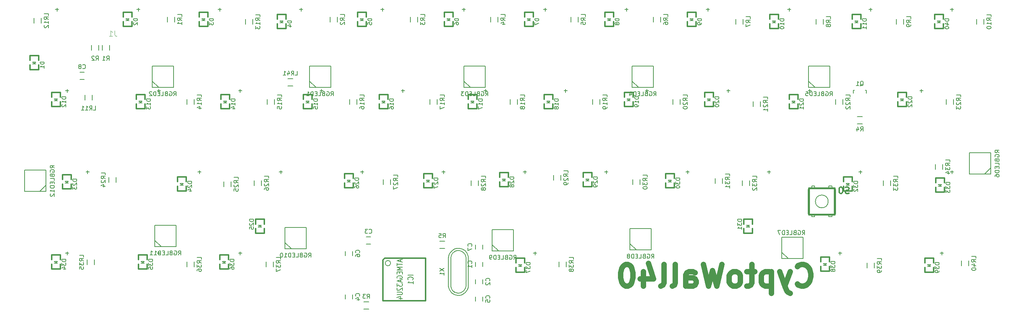
<source format=gbr>
G04 #@! TF.FileFunction,Legend,Bot*
%FSLAX46Y46*%
G04 Gerber Fmt 4.6, Leading zero omitted, Abs format (unit mm)*
G04 Created by KiCad (PCBNEW 4.0.1-stable) date 6/17/2016 11:41:39 PM*
%MOMM*%
G01*
G04 APERTURE LIST*
%ADD10C,0.100000*%
%ADD11C,1.270000*%
%ADD12C,0.150000*%
%ADD13C,0.300000*%
%ADD14C,0.200000*%
%ADD15C,0.304800*%
%ADD16C,0.203200*%
%ADD17C,0.200660*%
%ADD18C,0.381000*%
%ADD19C,0.158800*%
%ADD20C,0.088900*%
G04 APERTURE END LIST*
D10*
D11*
X215960474Y-114336286D02*
X216202379Y-114578190D01*
X216928093Y-114820095D01*
X217411903Y-114820095D01*
X218137617Y-114578190D01*
X218621426Y-114094381D01*
X218863331Y-113610571D01*
X219105236Y-112642952D01*
X219105236Y-111917238D01*
X218863331Y-110949619D01*
X218621426Y-110465810D01*
X218137617Y-109982000D01*
X217411903Y-109740095D01*
X216928093Y-109740095D01*
X216202379Y-109982000D01*
X215960474Y-110223905D01*
X214267141Y-111433429D02*
X213057617Y-114820095D01*
X211848093Y-111433429D02*
X213057617Y-114820095D01*
X213541426Y-116029619D01*
X213783331Y-116271524D01*
X214267141Y-116513429D01*
X209912855Y-111433429D02*
X209912855Y-116513429D01*
X209912855Y-111675333D02*
X209429046Y-111433429D01*
X208461427Y-111433429D01*
X207977617Y-111675333D01*
X207735712Y-111917238D01*
X207493808Y-112401048D01*
X207493808Y-113852476D01*
X207735712Y-114336286D01*
X207977617Y-114578190D01*
X208461427Y-114820095D01*
X209429046Y-114820095D01*
X209912855Y-114578190D01*
X206042379Y-111433429D02*
X204107141Y-111433429D01*
X205316665Y-109740095D02*
X205316665Y-114094381D01*
X205074760Y-114578190D01*
X204590951Y-114820095D01*
X204107141Y-114820095D01*
X201688094Y-114820095D02*
X202171903Y-114578190D01*
X202413808Y-114336286D01*
X202655713Y-113852476D01*
X202655713Y-112401048D01*
X202413808Y-111917238D01*
X202171903Y-111675333D01*
X201688094Y-111433429D01*
X200962380Y-111433429D01*
X200478570Y-111675333D01*
X200236665Y-111917238D01*
X199994761Y-112401048D01*
X199994761Y-113852476D01*
X200236665Y-114336286D01*
X200478570Y-114578190D01*
X200962380Y-114820095D01*
X201688094Y-114820095D01*
X198301428Y-109740095D02*
X197091904Y-114820095D01*
X196124285Y-111191524D01*
X195156666Y-114820095D01*
X193947142Y-109740095D01*
X189834761Y-114820095D02*
X189834761Y-112159143D01*
X190076666Y-111675333D01*
X190560476Y-111433429D01*
X191528095Y-111433429D01*
X192011904Y-111675333D01*
X189834761Y-114578190D02*
X190318571Y-114820095D01*
X191528095Y-114820095D01*
X192011904Y-114578190D01*
X192253809Y-114094381D01*
X192253809Y-113610571D01*
X192011904Y-113126762D01*
X191528095Y-112884857D01*
X190318571Y-112884857D01*
X189834761Y-112642952D01*
X186690000Y-114820095D02*
X187173809Y-114578190D01*
X187415714Y-114094381D01*
X187415714Y-109740095D01*
X184029048Y-114820095D02*
X184512857Y-114578190D01*
X184754762Y-114094381D01*
X184754762Y-109740095D01*
X179916667Y-111433429D02*
X179916667Y-114820095D01*
X181126191Y-109498190D02*
X182335715Y-113126762D01*
X179190953Y-113126762D01*
X176288096Y-109740095D02*
X175804287Y-109740095D01*
X175320477Y-109982000D01*
X175078572Y-110223905D01*
X174836668Y-110707714D01*
X174594763Y-111675333D01*
X174594763Y-112884857D01*
X174836668Y-113852476D01*
X175078572Y-114336286D01*
X175320477Y-114578190D01*
X175804287Y-114820095D01*
X176288096Y-114820095D01*
X176771906Y-114578190D01*
X177013810Y-114336286D01*
X177255715Y-113852476D01*
X177497620Y-112884857D01*
X177497620Y-111675333D01*
X177255715Y-110707714D01*
X177013810Y-110223905D01*
X176771906Y-109982000D01*
X176288096Y-109740095D01*
D12*
X140628000Y-110228000D02*
X140628000Y-109228000D01*
X142328000Y-109228000D02*
X142328000Y-110228000D01*
X142328000Y-113292000D02*
X142328000Y-114292000D01*
X140628000Y-114292000D02*
X140628000Y-113292000D01*
X115070000Y-103290000D02*
X116070000Y-103290000D01*
X116070000Y-104990000D02*
X115070000Y-104990000D01*
X111848000Y-116848000D02*
X111848000Y-117848000D01*
X110148000Y-117848000D02*
X110148000Y-116848000D01*
X142328000Y-117356000D02*
X142328000Y-118356000D01*
X140628000Y-118356000D02*
X140628000Y-117356000D01*
X111848000Y-106688000D02*
X111848000Y-107688000D01*
X110148000Y-107688000D02*
X110148000Y-106688000D01*
X140628000Y-106164000D02*
X140628000Y-105164000D01*
X142328000Y-105164000D02*
X142328000Y-106164000D01*
X48014000Y-64682000D02*
X49014000Y-64682000D01*
X49014000Y-66382000D02*
X48014000Y-66382000D01*
D13*
X36322000Y-63011000D02*
X36322000Y-64135000D01*
X36322000Y-64135000D02*
X38354000Y-64135000D01*
X38354000Y-64135000D02*
X38354000Y-63011000D01*
X36322000Y-61930000D02*
X36322000Y-60833000D01*
X36322000Y-60833000D02*
X38354000Y-60833000D01*
X38354000Y-60833000D02*
X38354000Y-61930000D01*
D14*
X36957000Y-62738000D02*
X37719000Y-62738000D01*
X36957000Y-62293500D02*
X37719000Y-62293500D01*
X37719000Y-62293500D02*
X37338000Y-62674500D01*
X37338000Y-62674500D02*
X36957000Y-62293500D01*
D13*
X58166000Y-52851000D02*
X58166000Y-53975000D01*
X58166000Y-53975000D02*
X60198000Y-53975000D01*
X60198000Y-53975000D02*
X60198000Y-52851000D01*
X58166000Y-51770000D02*
X58166000Y-50673000D01*
X58166000Y-50673000D02*
X60198000Y-50673000D01*
X60198000Y-50673000D02*
X60198000Y-51770000D01*
D14*
X58801000Y-52578000D02*
X59563000Y-52578000D01*
X58801000Y-52133500D02*
X59563000Y-52133500D01*
X59563000Y-52133500D02*
X59182000Y-52514500D01*
X59182000Y-52514500D02*
X58801000Y-52133500D01*
D13*
X75946000Y-52851000D02*
X75946000Y-53975000D01*
X75946000Y-53975000D02*
X77978000Y-53975000D01*
X77978000Y-53975000D02*
X77978000Y-52851000D01*
X75946000Y-51770000D02*
X75946000Y-50673000D01*
X75946000Y-50673000D02*
X77978000Y-50673000D01*
X77978000Y-50673000D02*
X77978000Y-51770000D01*
D14*
X76581000Y-52578000D02*
X77343000Y-52578000D01*
X76581000Y-52133500D02*
X77343000Y-52133500D01*
X77343000Y-52133500D02*
X76962000Y-52514500D01*
X76962000Y-52514500D02*
X76581000Y-52133500D01*
D13*
X94234000Y-53359000D02*
X94234000Y-54483000D01*
X94234000Y-54483000D02*
X96266000Y-54483000D01*
X96266000Y-54483000D02*
X96266000Y-53359000D01*
X94234000Y-52278000D02*
X94234000Y-51181000D01*
X94234000Y-51181000D02*
X96266000Y-51181000D01*
X96266000Y-51181000D02*
X96266000Y-52278000D01*
D14*
X94869000Y-53086000D02*
X95631000Y-53086000D01*
X94869000Y-52641500D02*
X95631000Y-52641500D01*
X95631000Y-52641500D02*
X95250000Y-53022500D01*
X95250000Y-53022500D02*
X94869000Y-52641500D01*
D13*
X113030000Y-52851000D02*
X113030000Y-53975000D01*
X113030000Y-53975000D02*
X115062000Y-53975000D01*
X115062000Y-53975000D02*
X115062000Y-52851000D01*
X113030000Y-51770000D02*
X113030000Y-50673000D01*
X113030000Y-50673000D02*
X115062000Y-50673000D01*
X115062000Y-50673000D02*
X115062000Y-51770000D01*
D14*
X113665000Y-52578000D02*
X114427000Y-52578000D01*
X113665000Y-52133500D02*
X114427000Y-52133500D01*
X114427000Y-52133500D02*
X114046000Y-52514500D01*
X114046000Y-52514500D02*
X113665000Y-52133500D01*
D13*
X133350000Y-52851000D02*
X133350000Y-53975000D01*
X133350000Y-53975000D02*
X135382000Y-53975000D01*
X135382000Y-53975000D02*
X135382000Y-52851000D01*
X133350000Y-51770000D02*
X133350000Y-50673000D01*
X133350000Y-50673000D02*
X135382000Y-50673000D01*
X135382000Y-50673000D02*
X135382000Y-51770000D01*
D14*
X133985000Y-52578000D02*
X134747000Y-52578000D01*
X133985000Y-52133500D02*
X134747000Y-52133500D01*
X134747000Y-52133500D02*
X134366000Y-52514500D01*
X134366000Y-52514500D02*
X133985000Y-52133500D01*
D13*
X152146000Y-52851000D02*
X152146000Y-53975000D01*
X152146000Y-53975000D02*
X154178000Y-53975000D01*
X154178000Y-53975000D02*
X154178000Y-52851000D01*
X152146000Y-51770000D02*
X152146000Y-50673000D01*
X152146000Y-50673000D02*
X154178000Y-50673000D01*
X154178000Y-50673000D02*
X154178000Y-51770000D01*
D14*
X152781000Y-52578000D02*
X153543000Y-52578000D01*
X152781000Y-52133500D02*
X153543000Y-52133500D01*
X153543000Y-52133500D02*
X153162000Y-52514500D01*
X153162000Y-52514500D02*
X152781000Y-52133500D01*
D13*
X170942000Y-52851000D02*
X170942000Y-53975000D01*
X170942000Y-53975000D02*
X172974000Y-53975000D01*
X172974000Y-53975000D02*
X172974000Y-52851000D01*
X170942000Y-51770000D02*
X170942000Y-50673000D01*
X170942000Y-50673000D02*
X172974000Y-50673000D01*
X172974000Y-50673000D02*
X172974000Y-51770000D01*
D14*
X171577000Y-52578000D02*
X172339000Y-52578000D01*
X171577000Y-52133500D02*
X172339000Y-52133500D01*
X172339000Y-52133500D02*
X171958000Y-52514500D01*
X171958000Y-52514500D02*
X171577000Y-52133500D01*
D13*
X190246000Y-52851000D02*
X190246000Y-53975000D01*
X190246000Y-53975000D02*
X192278000Y-53975000D01*
X192278000Y-53975000D02*
X192278000Y-52851000D01*
X190246000Y-51770000D02*
X190246000Y-50673000D01*
X190246000Y-50673000D02*
X192278000Y-50673000D01*
X192278000Y-50673000D02*
X192278000Y-51770000D01*
D14*
X190881000Y-52578000D02*
X191643000Y-52578000D01*
X190881000Y-52133500D02*
X191643000Y-52133500D01*
X191643000Y-52133500D02*
X191262000Y-52514500D01*
X191262000Y-52514500D02*
X190881000Y-52133500D01*
D13*
X209550000Y-53359000D02*
X209550000Y-54483000D01*
X209550000Y-54483000D02*
X211582000Y-54483000D01*
X211582000Y-54483000D02*
X211582000Y-53359000D01*
X209550000Y-52278000D02*
X209550000Y-51181000D01*
X209550000Y-51181000D02*
X211582000Y-51181000D01*
X211582000Y-51181000D02*
X211582000Y-52278000D01*
D14*
X210185000Y-53086000D02*
X210947000Y-53086000D01*
X210185000Y-52641500D02*
X210947000Y-52641500D01*
X210947000Y-52641500D02*
X210566000Y-53022500D01*
X210566000Y-53022500D02*
X210185000Y-52641500D01*
D13*
X228854000Y-53359000D02*
X228854000Y-54483000D01*
X228854000Y-54483000D02*
X230886000Y-54483000D01*
X230886000Y-54483000D02*
X230886000Y-53359000D01*
X228854000Y-52278000D02*
X228854000Y-51181000D01*
X228854000Y-51181000D02*
X230886000Y-51181000D01*
X230886000Y-51181000D02*
X230886000Y-52278000D01*
D14*
X229489000Y-53086000D02*
X230251000Y-53086000D01*
X229489000Y-52641500D02*
X230251000Y-52641500D01*
X230251000Y-52641500D02*
X229870000Y-53022500D01*
X229870000Y-53022500D02*
X229489000Y-52641500D01*
D13*
X41402000Y-71647000D02*
X41402000Y-72771000D01*
X41402000Y-72771000D02*
X43434000Y-72771000D01*
X43434000Y-72771000D02*
X43434000Y-71647000D01*
X41402000Y-70566000D02*
X41402000Y-69469000D01*
X41402000Y-69469000D02*
X43434000Y-69469000D01*
X43434000Y-69469000D02*
X43434000Y-70566000D01*
D14*
X42037000Y-71374000D02*
X42799000Y-71374000D01*
X42037000Y-70929500D02*
X42799000Y-70929500D01*
X42799000Y-70929500D02*
X42418000Y-71310500D01*
X42418000Y-71310500D02*
X42037000Y-70929500D01*
D13*
X61214000Y-72155000D02*
X61214000Y-73279000D01*
X61214000Y-73279000D02*
X63246000Y-73279000D01*
X63246000Y-73279000D02*
X63246000Y-72155000D01*
X61214000Y-71074000D02*
X61214000Y-69977000D01*
X61214000Y-69977000D02*
X63246000Y-69977000D01*
X63246000Y-69977000D02*
X63246000Y-71074000D01*
D14*
X61849000Y-71882000D02*
X62611000Y-71882000D01*
X61849000Y-71437500D02*
X62611000Y-71437500D01*
X62611000Y-71437500D02*
X62230000Y-71818500D01*
X62230000Y-71818500D02*
X61849000Y-71437500D01*
D13*
X81026000Y-72155000D02*
X81026000Y-73279000D01*
X81026000Y-73279000D02*
X83058000Y-73279000D01*
X83058000Y-73279000D02*
X83058000Y-72155000D01*
X81026000Y-71074000D02*
X81026000Y-69977000D01*
X81026000Y-69977000D02*
X83058000Y-69977000D01*
X83058000Y-69977000D02*
X83058000Y-71074000D01*
D14*
X81661000Y-71882000D02*
X82423000Y-71882000D01*
X81661000Y-71437500D02*
X82423000Y-71437500D01*
X82423000Y-71437500D02*
X82042000Y-71818500D01*
X82042000Y-71818500D02*
X81661000Y-71437500D01*
D13*
X100330000Y-72155000D02*
X100330000Y-73279000D01*
X100330000Y-73279000D02*
X102362000Y-73279000D01*
X102362000Y-73279000D02*
X102362000Y-72155000D01*
X100330000Y-71074000D02*
X100330000Y-69977000D01*
X100330000Y-69977000D02*
X102362000Y-69977000D01*
X102362000Y-69977000D02*
X102362000Y-71074000D01*
D14*
X100965000Y-71882000D02*
X101727000Y-71882000D01*
X100965000Y-71437500D02*
X101727000Y-71437500D01*
X101727000Y-71437500D02*
X101346000Y-71818500D01*
X101346000Y-71818500D02*
X100965000Y-71437500D01*
D13*
X118110000Y-72155000D02*
X118110000Y-73279000D01*
X118110000Y-73279000D02*
X120142000Y-73279000D01*
X120142000Y-73279000D02*
X120142000Y-72155000D01*
X118110000Y-71074000D02*
X118110000Y-69977000D01*
X118110000Y-69977000D02*
X120142000Y-69977000D01*
X120142000Y-69977000D02*
X120142000Y-71074000D01*
D14*
X118745000Y-71882000D02*
X119507000Y-71882000D01*
X118745000Y-71437500D02*
X119507000Y-71437500D01*
X119507000Y-71437500D02*
X119126000Y-71818500D01*
X119126000Y-71818500D02*
X118745000Y-71437500D01*
D13*
X138938000Y-72155000D02*
X138938000Y-73279000D01*
X138938000Y-73279000D02*
X140970000Y-73279000D01*
X140970000Y-73279000D02*
X140970000Y-72155000D01*
X138938000Y-71074000D02*
X138938000Y-69977000D01*
X138938000Y-69977000D02*
X140970000Y-69977000D01*
X140970000Y-69977000D02*
X140970000Y-71074000D01*
D14*
X139573000Y-71882000D02*
X140335000Y-71882000D01*
X139573000Y-71437500D02*
X140335000Y-71437500D01*
X140335000Y-71437500D02*
X139954000Y-71818500D01*
X139954000Y-71818500D02*
X139573000Y-71437500D01*
D13*
X156718000Y-72155000D02*
X156718000Y-73279000D01*
X156718000Y-73279000D02*
X158750000Y-73279000D01*
X158750000Y-73279000D02*
X158750000Y-72155000D01*
X156718000Y-71074000D02*
X156718000Y-69977000D01*
X156718000Y-69977000D02*
X158750000Y-69977000D01*
X158750000Y-69977000D02*
X158750000Y-71074000D01*
D14*
X157353000Y-71882000D02*
X158115000Y-71882000D01*
X157353000Y-71437500D02*
X158115000Y-71437500D01*
X158115000Y-71437500D02*
X157734000Y-71818500D01*
X157734000Y-71818500D02*
X157353000Y-71437500D01*
D13*
X175514000Y-71647000D02*
X175514000Y-72771000D01*
X175514000Y-72771000D02*
X177546000Y-72771000D01*
X177546000Y-72771000D02*
X177546000Y-71647000D01*
X175514000Y-70566000D02*
X175514000Y-69469000D01*
X175514000Y-69469000D02*
X177546000Y-69469000D01*
X177546000Y-69469000D02*
X177546000Y-70566000D01*
D14*
X176149000Y-71374000D02*
X176911000Y-71374000D01*
X176149000Y-70929500D02*
X176911000Y-70929500D01*
X176911000Y-70929500D02*
X176530000Y-71310500D01*
X176530000Y-71310500D02*
X176149000Y-70929500D01*
D13*
X194310000Y-71647000D02*
X194310000Y-72771000D01*
X194310000Y-72771000D02*
X196342000Y-72771000D01*
X196342000Y-72771000D02*
X196342000Y-71647000D01*
X194310000Y-70566000D02*
X194310000Y-69469000D01*
X194310000Y-69469000D02*
X196342000Y-69469000D01*
X196342000Y-69469000D02*
X196342000Y-70566000D01*
D14*
X194945000Y-71374000D02*
X195707000Y-71374000D01*
X194945000Y-70929500D02*
X195707000Y-70929500D01*
X195707000Y-70929500D02*
X195326000Y-71310500D01*
X195326000Y-71310500D02*
X194945000Y-70929500D01*
D13*
X214122000Y-72155000D02*
X214122000Y-73279000D01*
X214122000Y-73279000D02*
X216154000Y-73279000D01*
X216154000Y-73279000D02*
X216154000Y-72155000D01*
X214122000Y-71074000D02*
X214122000Y-69977000D01*
X214122000Y-69977000D02*
X216154000Y-69977000D01*
X216154000Y-69977000D02*
X216154000Y-71074000D01*
D14*
X214757000Y-71882000D02*
X215519000Y-71882000D01*
X214757000Y-71437500D02*
X215519000Y-71437500D01*
X215519000Y-71437500D02*
X215138000Y-71818500D01*
X215138000Y-71818500D02*
X214757000Y-71437500D01*
D13*
X239522000Y-71647000D02*
X239522000Y-72771000D01*
X239522000Y-72771000D02*
X241554000Y-72771000D01*
X241554000Y-72771000D02*
X241554000Y-71647000D01*
X239522000Y-70566000D02*
X239522000Y-69469000D01*
X239522000Y-69469000D02*
X241554000Y-69469000D01*
X241554000Y-69469000D02*
X241554000Y-70566000D01*
D14*
X240157000Y-71374000D02*
X240919000Y-71374000D01*
X240157000Y-70929500D02*
X240919000Y-70929500D01*
X240919000Y-70929500D02*
X240538000Y-71310500D01*
X240538000Y-71310500D02*
X240157000Y-70929500D01*
D13*
X43942000Y-90951000D02*
X43942000Y-92075000D01*
X43942000Y-92075000D02*
X45974000Y-92075000D01*
X45974000Y-92075000D02*
X45974000Y-90951000D01*
X43942000Y-89870000D02*
X43942000Y-88773000D01*
X43942000Y-88773000D02*
X45974000Y-88773000D01*
X45974000Y-88773000D02*
X45974000Y-89870000D01*
D14*
X44577000Y-90678000D02*
X45339000Y-90678000D01*
X44577000Y-90233500D02*
X45339000Y-90233500D01*
X45339000Y-90233500D02*
X44958000Y-90614500D01*
X44958000Y-90614500D02*
X44577000Y-90233500D01*
D13*
X70866000Y-91459000D02*
X70866000Y-92583000D01*
X70866000Y-92583000D02*
X72898000Y-92583000D01*
X72898000Y-92583000D02*
X72898000Y-91459000D01*
X70866000Y-90378000D02*
X70866000Y-89281000D01*
X70866000Y-89281000D02*
X72898000Y-89281000D01*
X72898000Y-89281000D02*
X72898000Y-90378000D01*
D14*
X71501000Y-91186000D02*
X72263000Y-91186000D01*
X71501000Y-90741500D02*
X72263000Y-90741500D01*
X72263000Y-90741500D02*
X71882000Y-91122500D01*
X71882000Y-91122500D02*
X71501000Y-90741500D01*
D13*
X91186000Y-100311000D02*
X91186000Y-99187000D01*
X91186000Y-99187000D02*
X89154000Y-99187000D01*
X89154000Y-99187000D02*
X89154000Y-100311000D01*
X91186000Y-101392000D02*
X91186000Y-102489000D01*
X91186000Y-102489000D02*
X89154000Y-102489000D01*
X89154000Y-102489000D02*
X89154000Y-101392000D01*
D14*
X90551000Y-100584000D02*
X89789000Y-100584000D01*
X90551000Y-101028500D02*
X89789000Y-101028500D01*
X89789000Y-101028500D02*
X90170000Y-100647500D01*
X90170000Y-100647500D02*
X90551000Y-101028500D01*
D13*
X109982000Y-90697000D02*
X109982000Y-91821000D01*
X109982000Y-91821000D02*
X112014000Y-91821000D01*
X112014000Y-91821000D02*
X112014000Y-90697000D01*
X109982000Y-89616000D02*
X109982000Y-88519000D01*
X109982000Y-88519000D02*
X112014000Y-88519000D01*
X112014000Y-88519000D02*
X112014000Y-89616000D01*
D14*
X110617000Y-90424000D02*
X111379000Y-90424000D01*
X110617000Y-89979500D02*
X111379000Y-89979500D01*
X111379000Y-89979500D02*
X110998000Y-90360500D01*
X110998000Y-90360500D02*
X110617000Y-89979500D01*
D13*
X128524000Y-90697000D02*
X128524000Y-91821000D01*
X128524000Y-91821000D02*
X130556000Y-91821000D01*
X130556000Y-91821000D02*
X130556000Y-90697000D01*
X128524000Y-89616000D02*
X128524000Y-88519000D01*
X128524000Y-88519000D02*
X130556000Y-88519000D01*
X130556000Y-88519000D02*
X130556000Y-89616000D01*
D14*
X129159000Y-90424000D02*
X129921000Y-90424000D01*
X129159000Y-89979500D02*
X129921000Y-89979500D01*
X129921000Y-89979500D02*
X129540000Y-90360500D01*
X129540000Y-90360500D02*
X129159000Y-89979500D01*
D13*
X146304000Y-90443000D02*
X146304000Y-91567000D01*
X146304000Y-91567000D02*
X148336000Y-91567000D01*
X148336000Y-91567000D02*
X148336000Y-90443000D01*
X146304000Y-89362000D02*
X146304000Y-88265000D01*
X146304000Y-88265000D02*
X148336000Y-88265000D01*
X148336000Y-88265000D02*
X148336000Y-89362000D01*
D14*
X146939000Y-90170000D02*
X147701000Y-90170000D01*
X146939000Y-89725500D02*
X147701000Y-89725500D01*
X147701000Y-89725500D02*
X147320000Y-90106500D01*
X147320000Y-90106500D02*
X146939000Y-89725500D01*
D13*
X165862000Y-90443000D02*
X165862000Y-91567000D01*
X165862000Y-91567000D02*
X167894000Y-91567000D01*
X167894000Y-91567000D02*
X167894000Y-90443000D01*
X165862000Y-89362000D02*
X165862000Y-88265000D01*
X165862000Y-88265000D02*
X167894000Y-88265000D01*
X167894000Y-88265000D02*
X167894000Y-89362000D01*
D14*
X166497000Y-90170000D02*
X167259000Y-90170000D01*
X166497000Y-89725500D02*
X167259000Y-89725500D01*
X167259000Y-89725500D02*
X166878000Y-90106500D01*
X166878000Y-90106500D02*
X166497000Y-89725500D01*
D13*
X185166000Y-90697000D02*
X185166000Y-91821000D01*
X185166000Y-91821000D02*
X187198000Y-91821000D01*
X187198000Y-91821000D02*
X187198000Y-90697000D01*
X185166000Y-89616000D02*
X185166000Y-88519000D01*
X185166000Y-88519000D02*
X187198000Y-88519000D01*
X187198000Y-88519000D02*
X187198000Y-89616000D01*
D14*
X185801000Y-90424000D02*
X186563000Y-90424000D01*
X185801000Y-89979500D02*
X186563000Y-89979500D01*
X186563000Y-89979500D02*
X186182000Y-90360500D01*
X186182000Y-90360500D02*
X185801000Y-89979500D01*
D13*
X205486000Y-100311000D02*
X205486000Y-99187000D01*
X205486000Y-99187000D02*
X203454000Y-99187000D01*
X203454000Y-99187000D02*
X203454000Y-100311000D01*
X205486000Y-101392000D02*
X205486000Y-102489000D01*
X205486000Y-102489000D02*
X203454000Y-102489000D01*
X203454000Y-102489000D02*
X203454000Y-101392000D01*
D14*
X204851000Y-100584000D02*
X204089000Y-100584000D01*
X204851000Y-101028500D02*
X204089000Y-101028500D01*
X204089000Y-101028500D02*
X204470000Y-100647500D01*
X204470000Y-100647500D02*
X204851000Y-101028500D01*
D13*
X226822000Y-91459000D02*
X226822000Y-92583000D01*
X226822000Y-92583000D02*
X228854000Y-92583000D01*
X228854000Y-92583000D02*
X228854000Y-91459000D01*
X226822000Y-90378000D02*
X226822000Y-89281000D01*
X226822000Y-89281000D02*
X228854000Y-89281000D01*
X228854000Y-89281000D02*
X228854000Y-90378000D01*
D14*
X227457000Y-91186000D02*
X228219000Y-91186000D01*
X227457000Y-90741500D02*
X228219000Y-90741500D01*
X228219000Y-90741500D02*
X227838000Y-91122500D01*
X227838000Y-91122500D02*
X227457000Y-90741500D01*
D13*
X248412000Y-91713000D02*
X248412000Y-92837000D01*
X248412000Y-92837000D02*
X250444000Y-92837000D01*
X250444000Y-92837000D02*
X250444000Y-91713000D01*
X248412000Y-90632000D02*
X248412000Y-89535000D01*
X248412000Y-89535000D02*
X250444000Y-89535000D01*
X250444000Y-89535000D02*
X250444000Y-90632000D01*
D14*
X249047000Y-91440000D02*
X249809000Y-91440000D01*
X249047000Y-90995500D02*
X249809000Y-90995500D01*
X249809000Y-90995500D02*
X249428000Y-91376500D01*
X249428000Y-91376500D02*
X249047000Y-90995500D01*
D13*
X41402000Y-109747000D02*
X41402000Y-110871000D01*
X41402000Y-110871000D02*
X43434000Y-110871000D01*
X43434000Y-110871000D02*
X43434000Y-109747000D01*
X41402000Y-108666000D02*
X41402000Y-107569000D01*
X41402000Y-107569000D02*
X43434000Y-107569000D01*
X43434000Y-107569000D02*
X43434000Y-108666000D01*
D14*
X42037000Y-109474000D02*
X42799000Y-109474000D01*
X42037000Y-109029500D02*
X42799000Y-109029500D01*
X42799000Y-109029500D02*
X42418000Y-109410500D01*
X42418000Y-109410500D02*
X42037000Y-109029500D01*
D13*
X61722000Y-109747000D02*
X61722000Y-110871000D01*
X61722000Y-110871000D02*
X63754000Y-110871000D01*
X63754000Y-110871000D02*
X63754000Y-109747000D01*
X61722000Y-108666000D02*
X61722000Y-107569000D01*
X61722000Y-107569000D02*
X63754000Y-107569000D01*
X63754000Y-107569000D02*
X63754000Y-108666000D01*
D14*
X62357000Y-109474000D02*
X63119000Y-109474000D01*
X62357000Y-109029500D02*
X63119000Y-109029500D01*
X63119000Y-109029500D02*
X62738000Y-109410500D01*
X62738000Y-109410500D02*
X62357000Y-109029500D01*
D13*
X80772000Y-109747000D02*
X80772000Y-110871000D01*
X80772000Y-110871000D02*
X82804000Y-110871000D01*
X82804000Y-110871000D02*
X82804000Y-109747000D01*
X80772000Y-108666000D02*
X80772000Y-107569000D01*
X80772000Y-107569000D02*
X82804000Y-107569000D01*
X82804000Y-107569000D02*
X82804000Y-108666000D01*
D14*
X81407000Y-109474000D02*
X82169000Y-109474000D01*
X81407000Y-109029500D02*
X82169000Y-109029500D01*
X82169000Y-109029500D02*
X81788000Y-109410500D01*
X81788000Y-109410500D02*
X81407000Y-109029500D01*
D13*
X150114000Y-110509000D02*
X150114000Y-111633000D01*
X150114000Y-111633000D02*
X152146000Y-111633000D01*
X152146000Y-111633000D02*
X152146000Y-110509000D01*
X150114000Y-109428000D02*
X150114000Y-108331000D01*
X150114000Y-108331000D02*
X152146000Y-108331000D01*
X152146000Y-108331000D02*
X152146000Y-109428000D01*
D14*
X150749000Y-110236000D02*
X151511000Y-110236000D01*
X150749000Y-109791500D02*
X151511000Y-109791500D01*
X151511000Y-109791500D02*
X151130000Y-110172500D01*
X151130000Y-110172500D02*
X150749000Y-109791500D01*
D13*
X221488000Y-110255000D02*
X221488000Y-111379000D01*
X221488000Y-111379000D02*
X223520000Y-111379000D01*
X223520000Y-111379000D02*
X223520000Y-110255000D01*
X221488000Y-109174000D02*
X221488000Y-108077000D01*
X221488000Y-108077000D02*
X223520000Y-108077000D01*
X223520000Y-108077000D02*
X223520000Y-109174000D01*
D14*
X222123000Y-109982000D02*
X222885000Y-109982000D01*
X222123000Y-109537500D02*
X222885000Y-109537500D01*
X222885000Y-109537500D02*
X222504000Y-109918500D01*
X222504000Y-109918500D02*
X222123000Y-109537500D01*
D13*
X245872000Y-110509000D02*
X245872000Y-111633000D01*
X245872000Y-111633000D02*
X247904000Y-111633000D01*
X247904000Y-111633000D02*
X247904000Y-110509000D01*
X245872000Y-109428000D02*
X245872000Y-108331000D01*
X245872000Y-108331000D02*
X247904000Y-108331000D01*
X247904000Y-108331000D02*
X247904000Y-109428000D01*
D14*
X246507000Y-110236000D02*
X247269000Y-110236000D01*
X246507000Y-109791500D02*
X247269000Y-109791500D01*
X247269000Y-109791500D02*
X246888000Y-110172500D01*
X246888000Y-110172500D02*
X246507000Y-109791500D01*
D13*
X248158000Y-53359000D02*
X248158000Y-54483000D01*
X248158000Y-54483000D02*
X250190000Y-54483000D01*
X250190000Y-54483000D02*
X250190000Y-53359000D01*
X248158000Y-52278000D02*
X248158000Y-51181000D01*
X248158000Y-51181000D02*
X250190000Y-51181000D01*
X250190000Y-51181000D02*
X250190000Y-52278000D01*
D14*
X248793000Y-53086000D02*
X249555000Y-53086000D01*
X248793000Y-52641500D02*
X249555000Y-52641500D01*
X249555000Y-52641500D02*
X249174000Y-53022500D01*
X249174000Y-53022500D02*
X248793000Y-52641500D01*
D15*
X118948200Y-118287800D02*
X128955800Y-118287800D01*
X128955800Y-118287800D02*
X128955800Y-108280200D01*
X119430800Y-108280200D02*
X128955800Y-108280200D01*
X118948200Y-108762800D02*
X118948200Y-118287800D01*
X119430800Y-108280200D02*
X118948200Y-108762800D01*
D16*
X120777000Y-109474000D02*
G75*
G03X120777000Y-109474000I-635000J0D01*
G01*
D12*
X68467000Y-51724000D02*
X68467000Y-52924000D01*
X70217000Y-52924000D02*
X70217000Y-51724000D01*
X106567000Y-51724000D02*
X106567000Y-52924000D01*
X108317000Y-52924000D02*
X108317000Y-51724000D01*
X125363000Y-51724000D02*
X125363000Y-52924000D01*
X127113000Y-52924000D02*
X127113000Y-51724000D01*
X144159000Y-51724000D02*
X144159000Y-52924000D01*
X145909000Y-52924000D02*
X145909000Y-51724000D01*
X162955000Y-51724000D02*
X162955000Y-52924000D01*
X164705000Y-52924000D02*
X164705000Y-51724000D01*
X182259000Y-51724000D02*
X182259000Y-52924000D01*
X184009000Y-52924000D02*
X184009000Y-51724000D01*
X201563000Y-52232000D02*
X201563000Y-53432000D01*
X203313000Y-53432000D02*
X203313000Y-52232000D01*
X220359000Y-52232000D02*
X220359000Y-53432000D01*
X222109000Y-53432000D02*
X222109000Y-52232000D01*
X239155000Y-52232000D02*
X239155000Y-53432000D01*
X240905000Y-53432000D02*
X240905000Y-52232000D01*
X257951000Y-52232000D02*
X257951000Y-53432000D01*
X259701000Y-53432000D02*
X259701000Y-52232000D01*
X50913000Y-71212000D02*
X50913000Y-70012000D01*
X49163000Y-70012000D02*
X49163000Y-71212000D01*
X37225000Y-51978000D02*
X37225000Y-53178000D01*
X38975000Y-53178000D02*
X38975000Y-51978000D01*
X86755000Y-52232000D02*
X86755000Y-53432000D01*
X88505000Y-53432000D02*
X88505000Y-52232000D01*
X73039000Y-71028000D02*
X73039000Y-72228000D01*
X74789000Y-72228000D02*
X74789000Y-71028000D01*
X91835000Y-71028000D02*
X91835000Y-72228000D01*
X93585000Y-72228000D02*
X93585000Y-71028000D01*
X111139000Y-71028000D02*
X111139000Y-72228000D01*
X112889000Y-72228000D02*
X112889000Y-71028000D01*
X129935000Y-71028000D02*
X129935000Y-72228000D01*
X131685000Y-72228000D02*
X131685000Y-71028000D01*
X148731000Y-71028000D02*
X148731000Y-72228000D01*
X150481000Y-72228000D02*
X150481000Y-71028000D01*
X168035000Y-71028000D02*
X168035000Y-72228000D01*
X169785000Y-72228000D02*
X169785000Y-71028000D01*
X186831000Y-71028000D02*
X186831000Y-72228000D01*
X188581000Y-72228000D02*
X188581000Y-71028000D01*
X205627000Y-71536000D02*
X205627000Y-72736000D01*
X207377000Y-72736000D02*
X207377000Y-71536000D01*
X224931000Y-71028000D02*
X224931000Y-72228000D01*
X226681000Y-72228000D02*
X226681000Y-71028000D01*
X250839000Y-71028000D02*
X250839000Y-72228000D01*
X252589000Y-72228000D02*
X252589000Y-71028000D01*
X56501000Y-90516000D02*
X56501000Y-89316000D01*
X54751000Y-89316000D02*
X54751000Y-90516000D01*
X81675000Y-90332000D02*
X81675000Y-91532000D01*
X83425000Y-91532000D02*
X83425000Y-90332000D01*
X88787000Y-90078000D02*
X88787000Y-91278000D01*
X90537000Y-91278000D02*
X90537000Y-90078000D01*
X119013000Y-89824000D02*
X119013000Y-91024000D01*
X120763000Y-91024000D02*
X120763000Y-89824000D01*
X139587000Y-90078000D02*
X139587000Y-91278000D01*
X141337000Y-91278000D02*
X141337000Y-90078000D01*
X158891000Y-88808000D02*
X158891000Y-90008000D01*
X160641000Y-90008000D02*
X160641000Y-88808000D01*
X177433000Y-89824000D02*
X177433000Y-91024000D01*
X179183000Y-91024000D02*
X179183000Y-89824000D01*
X196737000Y-89570000D02*
X196737000Y-90770000D01*
X198487000Y-90770000D02*
X198487000Y-89570000D01*
X203087000Y-90078000D02*
X203087000Y-91278000D01*
X204837000Y-91278000D02*
X204837000Y-90078000D01*
X236107000Y-90078000D02*
X236107000Y-91278000D01*
X237857000Y-91278000D02*
X237857000Y-90078000D01*
X248299000Y-86268000D02*
X248299000Y-87468000D01*
X250049000Y-87468000D02*
X250049000Y-86268000D01*
X51421000Y-109820000D02*
X51421000Y-108620000D01*
X49671000Y-108620000D02*
X49671000Y-109820000D01*
X73039000Y-109128000D02*
X73039000Y-110328000D01*
X74789000Y-110328000D02*
X74789000Y-109128000D01*
X91581000Y-109128000D02*
X91581000Y-110328000D01*
X93331000Y-110328000D02*
X93331000Y-109128000D01*
X160161000Y-109128000D02*
X160161000Y-110328000D01*
X161911000Y-110328000D02*
X161911000Y-109128000D01*
X232297000Y-109382000D02*
X232297000Y-110582000D01*
X234047000Y-110582000D02*
X234047000Y-109382000D01*
X254395000Y-108874000D02*
X254395000Y-110074000D01*
X256145000Y-110074000D02*
X256145000Y-108874000D01*
X96682000Y-67931000D02*
X97882000Y-67931000D01*
X97882000Y-66181000D02*
X96682000Y-66181000D01*
X229332840Y-68945760D02*
X229381100Y-68945760D01*
X232131820Y-69646800D02*
X232131820Y-68945760D01*
X232131820Y-68945760D02*
X231882900Y-68945760D01*
X229332840Y-68945760D02*
X229132180Y-68945760D01*
X229132180Y-68945760D02*
X229132180Y-69646800D01*
X53227000Y-58328000D02*
X53227000Y-59528000D01*
X54977000Y-59528000D02*
X54977000Y-58328000D01*
X50687000Y-58328000D02*
X50687000Y-59528000D01*
X52437000Y-59528000D02*
X52437000Y-58328000D01*
X114462000Y-120255000D02*
X115662000Y-120255000D01*
X115662000Y-118505000D02*
X114462000Y-118505000D01*
X231232000Y-75071000D02*
X230032000Y-75071000D01*
X230032000Y-76821000D02*
X231232000Y-76821000D01*
X132242000Y-106031000D02*
X133442000Y-106031000D01*
X133442000Y-104281000D02*
X132242000Y-104281000D01*
X101767000Y-66786000D02*
X103267000Y-68286000D01*
X106767000Y-63286000D02*
X101767000Y-63286000D01*
X101767000Y-63286000D02*
X101767000Y-68286000D01*
X101767000Y-68286000D02*
X106767000Y-68286000D01*
X106767000Y-68286000D02*
X106767000Y-63286000D01*
X64937000Y-66786000D02*
X66437000Y-68286000D01*
X69937000Y-63286000D02*
X64937000Y-63286000D01*
X64937000Y-63286000D02*
X64937000Y-68286000D01*
X64937000Y-68286000D02*
X69937000Y-68286000D01*
X69937000Y-68286000D02*
X69937000Y-63286000D01*
X137962000Y-66786000D02*
X139462000Y-68286000D01*
X142962000Y-63286000D02*
X137962000Y-63286000D01*
X137962000Y-63286000D02*
X137962000Y-68286000D01*
X137962000Y-68286000D02*
X142962000Y-68286000D01*
X142962000Y-68286000D02*
X142962000Y-63286000D01*
X177332000Y-66786000D02*
X178832000Y-68286000D01*
X182332000Y-63286000D02*
X177332000Y-63286000D01*
X177332000Y-63286000D02*
X177332000Y-68286000D01*
X177332000Y-68286000D02*
X182332000Y-68286000D01*
X182332000Y-68286000D02*
X182332000Y-63286000D01*
X218607000Y-66786000D02*
X220107000Y-68286000D01*
X223607000Y-63286000D02*
X218607000Y-63286000D01*
X218607000Y-63286000D02*
X218607000Y-68286000D01*
X218607000Y-68286000D02*
X223607000Y-68286000D01*
X223607000Y-68286000D02*
X223607000Y-63286000D01*
X259826000Y-88606000D02*
X261326000Y-87106000D01*
X256326000Y-83606000D02*
X256326000Y-88606000D01*
X256326000Y-88606000D02*
X261326000Y-88606000D01*
X261326000Y-88606000D02*
X261326000Y-83606000D01*
X261326000Y-83606000D02*
X256326000Y-83606000D01*
X212384000Y-106918000D02*
X213884000Y-108418000D01*
X217384000Y-103418000D02*
X212384000Y-103418000D01*
X212384000Y-103418000D02*
X212384000Y-108418000D01*
X212384000Y-108418000D02*
X217384000Y-108418000D01*
X217384000Y-108418000D02*
X217384000Y-103418000D01*
X176824000Y-104886000D02*
X178324000Y-106386000D01*
X181824000Y-101386000D02*
X176824000Y-101386000D01*
X176824000Y-101386000D02*
X176824000Y-106386000D01*
X176824000Y-106386000D02*
X181824000Y-106386000D01*
X181824000Y-106386000D02*
X181824000Y-101386000D01*
X144566000Y-105140000D02*
X146066000Y-106640000D01*
X149566000Y-101640000D02*
X144566000Y-101640000D01*
X144566000Y-101640000D02*
X144566000Y-106640000D01*
X144566000Y-106640000D02*
X149566000Y-106640000D01*
X149566000Y-106640000D02*
X149566000Y-101640000D01*
X96052000Y-104632000D02*
X97552000Y-106132000D01*
X101052000Y-101132000D02*
X96052000Y-101132000D01*
X96052000Y-101132000D02*
X96052000Y-106132000D01*
X96052000Y-106132000D02*
X101052000Y-106132000D01*
X101052000Y-106132000D02*
X101052000Y-101132000D01*
X65572000Y-104124000D02*
X67072000Y-105624000D01*
X70572000Y-100624000D02*
X65572000Y-100624000D01*
X65572000Y-100624000D02*
X65572000Y-105624000D01*
X65572000Y-105624000D02*
X70572000Y-105624000D01*
X70572000Y-105624000D02*
X70572000Y-100624000D01*
X38592000Y-92670000D02*
X40092000Y-91170000D01*
X35092000Y-87670000D02*
X35092000Y-92670000D01*
X35092000Y-92670000D02*
X40092000Y-92670000D01*
X40092000Y-92670000D02*
X40092000Y-87670000D01*
X40092000Y-87670000D02*
X35092000Y-87670000D01*
D17*
X223243140Y-94996000D02*
G75*
G03X223243140Y-94996000I-1501140J0D01*
G01*
X224091500Y-98094800D02*
X224091500Y-98595180D01*
X224091500Y-98595180D02*
X223393000Y-98595180D01*
X223393000Y-98595180D02*
X223393000Y-98094800D01*
X219392500Y-98595180D02*
X219392500Y-98094800D01*
X220091000Y-98595180D02*
X219392500Y-98595180D01*
X220091000Y-98094800D02*
X220091000Y-98595180D01*
X220091000Y-91897200D02*
X220091000Y-91396820D01*
X220091000Y-91396820D02*
X219392500Y-91396820D01*
X219392500Y-91396820D02*
X219392500Y-91897200D01*
X224091500Y-91897200D02*
X224091500Y-91396820D01*
X224091500Y-91396820D02*
X223393000Y-91396820D01*
X223393000Y-91396820D02*
X223393000Y-91897200D01*
D18*
X218643200Y-97795080D02*
X218643200Y-92196920D01*
X224840800Y-97795080D02*
X224840800Y-92196920D01*
X224741740Y-98094800D02*
X224741740Y-91897200D01*
X224741740Y-91897200D02*
X218742260Y-91897200D01*
X218742260Y-91897200D02*
X218742260Y-98094800D01*
X218742260Y-98094800D02*
X224741740Y-98094800D01*
D12*
X135651240Y-116205000D02*
X136052560Y-116405660D01*
X136052560Y-116405660D02*
X136652000Y-116507260D01*
X136652000Y-116507260D02*
X137152380Y-116405660D01*
X137152380Y-116405660D02*
X137850880Y-116006880D01*
X137850880Y-116006880D02*
X138252200Y-115404900D01*
X138252200Y-115404900D02*
X138452860Y-114805460D01*
X138452860Y-114805460D02*
X138452860Y-108206540D01*
X138452860Y-108206540D02*
X138252200Y-107505500D01*
X138252200Y-107505500D02*
X137952480Y-107106720D01*
X137952480Y-107106720D02*
X137452100Y-106705400D01*
X137452100Y-106705400D02*
X136852660Y-106504740D01*
X136852660Y-106504740D02*
X136352280Y-106504740D01*
X136352280Y-106504740D02*
X135851900Y-106705400D01*
X135851900Y-106705400D02*
X135252460Y-107205780D01*
X135252460Y-107205780D02*
X134952740Y-107706160D01*
X134952740Y-107706160D02*
X134851140Y-108206540D01*
X134851140Y-108305600D02*
X134851140Y-114907060D01*
X134851140Y-114907060D02*
X134952740Y-115305840D01*
X134952740Y-115305840D02*
X135252460Y-115806220D01*
X135252460Y-115806220D02*
X135752840Y-116306600D01*
X134322820Y-108315760D02*
X134371080Y-107856020D01*
X134371080Y-107856020D02*
X134482840Y-107457240D01*
X134482840Y-107457240D02*
X134701280Y-107025440D01*
X134701280Y-107025440D02*
X134932420Y-106735880D01*
X134932420Y-106735880D02*
X135282940Y-106405680D01*
X135282940Y-106405680D02*
X135821420Y-106116120D01*
X135821420Y-106116120D02*
X136420860Y-105986580D01*
X136420860Y-105986580D02*
X136931400Y-105986580D01*
X136931400Y-105986580D02*
X137632440Y-106156760D01*
X137632440Y-106156760D02*
X138221720Y-106555540D01*
X138221720Y-106555540D02*
X138592560Y-107015280D01*
X138592560Y-107015280D02*
X138800840Y-107436920D01*
X138800840Y-107436920D02*
X138960860Y-107886500D01*
X138960860Y-107886500D02*
X138991340Y-108325920D01*
X138772900Y-115666520D02*
X138551920Y-116044980D01*
X138551920Y-116044980D02*
X138272520Y-116365020D01*
X138272520Y-116365020D02*
X137942320Y-116616480D01*
X137942320Y-116616480D02*
X137391140Y-116916200D01*
X137391140Y-116916200D02*
X136921240Y-117025420D01*
X136921240Y-117025420D02*
X136461500Y-117045740D01*
X136461500Y-117045740D02*
X136001760Y-116956840D01*
X136001760Y-116956840D02*
X135552180Y-116766340D01*
X135552180Y-116766340D02*
X135082280Y-116405660D01*
X135082280Y-116405660D02*
X134762240Y-116055140D01*
X134762240Y-116055140D02*
X134531100Y-115666520D01*
X134531100Y-115666520D02*
X134391400Y-115237260D01*
X134391400Y-115237260D02*
X134322820Y-114795300D01*
X138981180Y-108305600D02*
X138981180Y-114757200D01*
X138981180Y-114757200D02*
X138943080Y-115176300D01*
X138943080Y-115176300D02*
X138772900Y-115666520D01*
X134322820Y-108305600D02*
X134322820Y-114757200D01*
X139735143Y-109561334D02*
X139782762Y-109513715D01*
X139830381Y-109370858D01*
X139830381Y-109275620D01*
X139782762Y-109132762D01*
X139687524Y-109037524D01*
X139592286Y-108989905D01*
X139401810Y-108942286D01*
X139258952Y-108942286D01*
X139068476Y-108989905D01*
X138973238Y-109037524D01*
X138878000Y-109132762D01*
X138830381Y-109275620D01*
X138830381Y-109370858D01*
X138878000Y-109513715D01*
X138925619Y-109561334D01*
X139830381Y-110513715D02*
X139830381Y-109942286D01*
X139830381Y-110228000D02*
X138830381Y-110228000D01*
X138973238Y-110132762D01*
X139068476Y-110037524D01*
X139116095Y-109942286D01*
X143935143Y-113625334D02*
X143982762Y-113577715D01*
X144030381Y-113434858D01*
X144030381Y-113339620D01*
X143982762Y-113196762D01*
X143887524Y-113101524D01*
X143792286Y-113053905D01*
X143601810Y-113006286D01*
X143458952Y-113006286D01*
X143268476Y-113053905D01*
X143173238Y-113101524D01*
X143078000Y-113196762D01*
X143030381Y-113339620D01*
X143030381Y-113434858D01*
X143078000Y-113577715D01*
X143125619Y-113625334D01*
X143125619Y-114006286D02*
X143078000Y-114053905D01*
X143030381Y-114149143D01*
X143030381Y-114387239D01*
X143078000Y-114482477D01*
X143125619Y-114530096D01*
X143220857Y-114577715D01*
X143316095Y-114577715D01*
X143458952Y-114530096D01*
X144030381Y-113958667D01*
X144030381Y-114577715D01*
X115736666Y-102397143D02*
X115784285Y-102444762D01*
X115927142Y-102492381D01*
X116022380Y-102492381D01*
X116165238Y-102444762D01*
X116260476Y-102349524D01*
X116308095Y-102254286D01*
X116355714Y-102063810D01*
X116355714Y-101920952D01*
X116308095Y-101730476D01*
X116260476Y-101635238D01*
X116165238Y-101540000D01*
X116022380Y-101492381D01*
X115927142Y-101492381D01*
X115784285Y-101540000D01*
X115736666Y-101587619D01*
X115403333Y-101492381D02*
X114784285Y-101492381D01*
X115117619Y-101873333D01*
X114974761Y-101873333D01*
X114879523Y-101920952D01*
X114831904Y-101968571D01*
X114784285Y-102063810D01*
X114784285Y-102301905D01*
X114831904Y-102397143D01*
X114879523Y-102444762D01*
X114974761Y-102492381D01*
X115260476Y-102492381D01*
X115355714Y-102444762D01*
X115403333Y-102397143D01*
X113455143Y-117181334D02*
X113502762Y-117133715D01*
X113550381Y-116990858D01*
X113550381Y-116895620D01*
X113502762Y-116752762D01*
X113407524Y-116657524D01*
X113312286Y-116609905D01*
X113121810Y-116562286D01*
X112978952Y-116562286D01*
X112788476Y-116609905D01*
X112693238Y-116657524D01*
X112598000Y-116752762D01*
X112550381Y-116895620D01*
X112550381Y-116990858D01*
X112598000Y-117133715D01*
X112645619Y-117181334D01*
X112883714Y-118038477D02*
X113550381Y-118038477D01*
X112502762Y-117800381D02*
X113217048Y-117562286D01*
X113217048Y-118181334D01*
X143935143Y-117689334D02*
X143982762Y-117641715D01*
X144030381Y-117498858D01*
X144030381Y-117403620D01*
X143982762Y-117260762D01*
X143887524Y-117165524D01*
X143792286Y-117117905D01*
X143601810Y-117070286D01*
X143458952Y-117070286D01*
X143268476Y-117117905D01*
X143173238Y-117165524D01*
X143078000Y-117260762D01*
X143030381Y-117403620D01*
X143030381Y-117498858D01*
X143078000Y-117641715D01*
X143125619Y-117689334D01*
X143030381Y-118594096D02*
X143030381Y-118117905D01*
X143506571Y-118070286D01*
X143458952Y-118117905D01*
X143411333Y-118213143D01*
X143411333Y-118451239D01*
X143458952Y-118546477D01*
X143506571Y-118594096D01*
X143601810Y-118641715D01*
X143839905Y-118641715D01*
X143935143Y-118594096D01*
X143982762Y-118546477D01*
X144030381Y-118451239D01*
X144030381Y-118213143D01*
X143982762Y-118117905D01*
X143935143Y-118070286D01*
X113455143Y-107021334D02*
X113502762Y-106973715D01*
X113550381Y-106830858D01*
X113550381Y-106735620D01*
X113502762Y-106592762D01*
X113407524Y-106497524D01*
X113312286Y-106449905D01*
X113121810Y-106402286D01*
X112978952Y-106402286D01*
X112788476Y-106449905D01*
X112693238Y-106497524D01*
X112598000Y-106592762D01*
X112550381Y-106735620D01*
X112550381Y-106830858D01*
X112598000Y-106973715D01*
X112645619Y-107021334D01*
X112550381Y-107878477D02*
X112550381Y-107688000D01*
X112598000Y-107592762D01*
X112645619Y-107545143D01*
X112788476Y-107449905D01*
X112978952Y-107402286D01*
X113359905Y-107402286D01*
X113455143Y-107449905D01*
X113502762Y-107497524D01*
X113550381Y-107592762D01*
X113550381Y-107783239D01*
X113502762Y-107878477D01*
X113455143Y-107926096D01*
X113359905Y-107973715D01*
X113121810Y-107973715D01*
X113026571Y-107926096D01*
X112978952Y-107878477D01*
X112931333Y-107783239D01*
X112931333Y-107592762D01*
X112978952Y-107497524D01*
X113026571Y-107449905D01*
X113121810Y-107402286D01*
X139735143Y-105497334D02*
X139782762Y-105449715D01*
X139830381Y-105306858D01*
X139830381Y-105211620D01*
X139782762Y-105068762D01*
X139687524Y-104973524D01*
X139592286Y-104925905D01*
X139401810Y-104878286D01*
X139258952Y-104878286D01*
X139068476Y-104925905D01*
X138973238Y-104973524D01*
X138878000Y-105068762D01*
X138830381Y-105211620D01*
X138830381Y-105306858D01*
X138878000Y-105449715D01*
X138925619Y-105497334D01*
X138830381Y-105830667D02*
X138830381Y-106497334D01*
X139830381Y-106068762D01*
X48680666Y-63789143D02*
X48728285Y-63836762D01*
X48871142Y-63884381D01*
X48966380Y-63884381D01*
X49109238Y-63836762D01*
X49204476Y-63741524D01*
X49252095Y-63646286D01*
X49299714Y-63455810D01*
X49299714Y-63312952D01*
X49252095Y-63122476D01*
X49204476Y-63027238D01*
X49109238Y-62932000D01*
X48966380Y-62884381D01*
X48871142Y-62884381D01*
X48728285Y-62932000D01*
X48680666Y-62979619D01*
X48109238Y-63312952D02*
X48204476Y-63265333D01*
X48252095Y-63217714D01*
X48299714Y-63122476D01*
X48299714Y-63074857D01*
X48252095Y-62979619D01*
X48204476Y-62932000D01*
X48109238Y-62884381D01*
X47918761Y-62884381D01*
X47823523Y-62932000D01*
X47775904Y-62979619D01*
X47728285Y-63074857D01*
X47728285Y-63122476D01*
X47775904Y-63217714D01*
X47823523Y-63265333D01*
X47918761Y-63312952D01*
X48109238Y-63312952D01*
X48204476Y-63360571D01*
X48252095Y-63408190D01*
X48299714Y-63503429D01*
X48299714Y-63693905D01*
X48252095Y-63789143D01*
X48204476Y-63836762D01*
X48109238Y-63884381D01*
X47918761Y-63884381D01*
X47823523Y-63836762D01*
X47775904Y-63789143D01*
X47728285Y-63693905D01*
X47728285Y-63503429D01*
X47775904Y-63408190D01*
X47823523Y-63360571D01*
X47918761Y-63312952D01*
D19*
X39665976Y-62301881D02*
X38730976Y-62301881D01*
X38730976Y-62524500D01*
X38775500Y-62658072D01*
X38864548Y-62747119D01*
X38953595Y-62791643D01*
X39131690Y-62836167D01*
X39265262Y-62836167D01*
X39443357Y-62791643D01*
X39532405Y-62747119D01*
X39621452Y-62658072D01*
X39665976Y-62524500D01*
X39665976Y-62301881D01*
X39665976Y-63726643D02*
X39665976Y-63192357D01*
X39665976Y-63459500D02*
X38730976Y-63459500D01*
X38864548Y-63370452D01*
X38953595Y-63281405D01*
X38998119Y-63192357D01*
X61509976Y-52141881D02*
X60574976Y-52141881D01*
X60574976Y-52364500D01*
X60619500Y-52498072D01*
X60708548Y-52587119D01*
X60797595Y-52631643D01*
X60975690Y-52676167D01*
X61109262Y-52676167D01*
X61287357Y-52631643D01*
X61376405Y-52587119D01*
X61465452Y-52498072D01*
X61509976Y-52364500D01*
X61509976Y-52141881D01*
X60664024Y-53032357D02*
X60619500Y-53076881D01*
X60574976Y-53165929D01*
X60574976Y-53388548D01*
X60619500Y-53477595D01*
X60664024Y-53522119D01*
X60753071Y-53566643D01*
X60842119Y-53566643D01*
X60975690Y-53522119D01*
X61509976Y-52987833D01*
X61509976Y-53566643D01*
X79289976Y-52141881D02*
X78354976Y-52141881D01*
X78354976Y-52364500D01*
X78399500Y-52498072D01*
X78488548Y-52587119D01*
X78577595Y-52631643D01*
X78755690Y-52676167D01*
X78889262Y-52676167D01*
X79067357Y-52631643D01*
X79156405Y-52587119D01*
X79245452Y-52498072D01*
X79289976Y-52364500D01*
X79289976Y-52141881D01*
X78354976Y-52987833D02*
X78354976Y-53566643D01*
X78711167Y-53254976D01*
X78711167Y-53388548D01*
X78755690Y-53477595D01*
X78800214Y-53522119D01*
X78889262Y-53566643D01*
X79111881Y-53566643D01*
X79200929Y-53522119D01*
X79245452Y-53477595D01*
X79289976Y-53388548D01*
X79289976Y-53121405D01*
X79245452Y-53032357D01*
X79200929Y-52987833D01*
X97577976Y-52649881D02*
X96642976Y-52649881D01*
X96642976Y-52872500D01*
X96687500Y-53006072D01*
X96776548Y-53095119D01*
X96865595Y-53139643D01*
X97043690Y-53184167D01*
X97177262Y-53184167D01*
X97355357Y-53139643D01*
X97444405Y-53095119D01*
X97533452Y-53006072D01*
X97577976Y-52872500D01*
X97577976Y-52649881D01*
X96954643Y-53985595D02*
X97577976Y-53985595D01*
X96598452Y-53762976D02*
X97266310Y-53540357D01*
X97266310Y-54119167D01*
X116373976Y-52141881D02*
X115438976Y-52141881D01*
X115438976Y-52364500D01*
X115483500Y-52498072D01*
X115572548Y-52587119D01*
X115661595Y-52631643D01*
X115839690Y-52676167D01*
X115973262Y-52676167D01*
X116151357Y-52631643D01*
X116240405Y-52587119D01*
X116329452Y-52498072D01*
X116373976Y-52364500D01*
X116373976Y-52141881D01*
X115438976Y-53522119D02*
X115438976Y-53076881D01*
X115884214Y-53032357D01*
X115839690Y-53076881D01*
X115795167Y-53165929D01*
X115795167Y-53388548D01*
X115839690Y-53477595D01*
X115884214Y-53522119D01*
X115973262Y-53566643D01*
X116195881Y-53566643D01*
X116284929Y-53522119D01*
X116329452Y-53477595D01*
X116373976Y-53388548D01*
X116373976Y-53165929D01*
X116329452Y-53076881D01*
X116284929Y-53032357D01*
X136693976Y-52141881D02*
X135758976Y-52141881D01*
X135758976Y-52364500D01*
X135803500Y-52498072D01*
X135892548Y-52587119D01*
X135981595Y-52631643D01*
X136159690Y-52676167D01*
X136293262Y-52676167D01*
X136471357Y-52631643D01*
X136560405Y-52587119D01*
X136649452Y-52498072D01*
X136693976Y-52364500D01*
X136693976Y-52141881D01*
X135758976Y-53477595D02*
X135758976Y-53299500D01*
X135803500Y-53210452D01*
X135848024Y-53165929D01*
X135981595Y-53076881D01*
X136159690Y-53032357D01*
X136515881Y-53032357D01*
X136604929Y-53076881D01*
X136649452Y-53121405D01*
X136693976Y-53210452D01*
X136693976Y-53388548D01*
X136649452Y-53477595D01*
X136604929Y-53522119D01*
X136515881Y-53566643D01*
X136293262Y-53566643D01*
X136204214Y-53522119D01*
X136159690Y-53477595D01*
X136115167Y-53388548D01*
X136115167Y-53210452D01*
X136159690Y-53121405D01*
X136204214Y-53076881D01*
X136293262Y-53032357D01*
X155489976Y-52141881D02*
X154554976Y-52141881D01*
X154554976Y-52364500D01*
X154599500Y-52498072D01*
X154688548Y-52587119D01*
X154777595Y-52631643D01*
X154955690Y-52676167D01*
X155089262Y-52676167D01*
X155267357Y-52631643D01*
X155356405Y-52587119D01*
X155445452Y-52498072D01*
X155489976Y-52364500D01*
X155489976Y-52141881D01*
X154554976Y-52987833D02*
X154554976Y-53611167D01*
X155489976Y-53210452D01*
X174285976Y-52141881D02*
X173350976Y-52141881D01*
X173350976Y-52364500D01*
X173395500Y-52498072D01*
X173484548Y-52587119D01*
X173573595Y-52631643D01*
X173751690Y-52676167D01*
X173885262Y-52676167D01*
X174063357Y-52631643D01*
X174152405Y-52587119D01*
X174241452Y-52498072D01*
X174285976Y-52364500D01*
X174285976Y-52141881D01*
X173751690Y-53210452D02*
X173707167Y-53121405D01*
X173662643Y-53076881D01*
X173573595Y-53032357D01*
X173529071Y-53032357D01*
X173440024Y-53076881D01*
X173395500Y-53121405D01*
X173350976Y-53210452D01*
X173350976Y-53388548D01*
X173395500Y-53477595D01*
X173440024Y-53522119D01*
X173529071Y-53566643D01*
X173573595Y-53566643D01*
X173662643Y-53522119D01*
X173707167Y-53477595D01*
X173751690Y-53388548D01*
X173751690Y-53210452D01*
X173796214Y-53121405D01*
X173840738Y-53076881D01*
X173929786Y-53032357D01*
X174107881Y-53032357D01*
X174196929Y-53076881D01*
X174241452Y-53121405D01*
X174285976Y-53210452D01*
X174285976Y-53388548D01*
X174241452Y-53477595D01*
X174196929Y-53522119D01*
X174107881Y-53566643D01*
X173929786Y-53566643D01*
X173840738Y-53522119D01*
X173796214Y-53477595D01*
X173751690Y-53388548D01*
X193589976Y-52141881D02*
X192654976Y-52141881D01*
X192654976Y-52364500D01*
X192699500Y-52498072D01*
X192788548Y-52587119D01*
X192877595Y-52631643D01*
X193055690Y-52676167D01*
X193189262Y-52676167D01*
X193367357Y-52631643D01*
X193456405Y-52587119D01*
X193545452Y-52498072D01*
X193589976Y-52364500D01*
X193589976Y-52141881D01*
X193589976Y-53121405D02*
X193589976Y-53299500D01*
X193545452Y-53388548D01*
X193500929Y-53433072D01*
X193367357Y-53522119D01*
X193189262Y-53566643D01*
X192833071Y-53566643D01*
X192744024Y-53522119D01*
X192699500Y-53477595D01*
X192654976Y-53388548D01*
X192654976Y-53210452D01*
X192699500Y-53121405D01*
X192744024Y-53076881D01*
X192833071Y-53032357D01*
X193055690Y-53032357D01*
X193144738Y-53076881D01*
X193189262Y-53121405D01*
X193233786Y-53210452D01*
X193233786Y-53388548D01*
X193189262Y-53477595D01*
X193144738Y-53522119D01*
X193055690Y-53566643D01*
X212893976Y-52204643D02*
X211958976Y-52204643D01*
X211958976Y-52427262D01*
X212003500Y-52560834D01*
X212092548Y-52649881D01*
X212181595Y-52694405D01*
X212359690Y-52738929D01*
X212493262Y-52738929D01*
X212671357Y-52694405D01*
X212760405Y-52649881D01*
X212849452Y-52560834D01*
X212893976Y-52427262D01*
X212893976Y-52204643D01*
X212893976Y-53629405D02*
X212893976Y-53095119D01*
X212893976Y-53362262D02*
X211958976Y-53362262D01*
X212092548Y-53273214D01*
X212181595Y-53184167D01*
X212226119Y-53095119D01*
X211958976Y-54208214D02*
X211958976Y-54297262D01*
X212003500Y-54386310D01*
X212048024Y-54430833D01*
X212137071Y-54475357D01*
X212315167Y-54519881D01*
X212537786Y-54519881D01*
X212715881Y-54475357D01*
X212804929Y-54430833D01*
X212849452Y-54386310D01*
X212893976Y-54297262D01*
X212893976Y-54208214D01*
X212849452Y-54119167D01*
X212804929Y-54074643D01*
X212715881Y-54030119D01*
X212537786Y-53985595D01*
X212315167Y-53985595D01*
X212137071Y-54030119D01*
X212048024Y-54074643D01*
X212003500Y-54119167D01*
X211958976Y-54208214D01*
X232197976Y-52204643D02*
X231262976Y-52204643D01*
X231262976Y-52427262D01*
X231307500Y-52560834D01*
X231396548Y-52649881D01*
X231485595Y-52694405D01*
X231663690Y-52738929D01*
X231797262Y-52738929D01*
X231975357Y-52694405D01*
X232064405Y-52649881D01*
X232153452Y-52560834D01*
X232197976Y-52427262D01*
X232197976Y-52204643D01*
X232197976Y-53629405D02*
X232197976Y-53095119D01*
X232197976Y-53362262D02*
X231262976Y-53362262D01*
X231396548Y-53273214D01*
X231485595Y-53184167D01*
X231530119Y-53095119D01*
X232197976Y-54519881D02*
X232197976Y-53985595D01*
X232197976Y-54252738D02*
X231262976Y-54252738D01*
X231396548Y-54163690D01*
X231485595Y-54074643D01*
X231530119Y-53985595D01*
X44745976Y-70492643D02*
X43810976Y-70492643D01*
X43810976Y-70715262D01*
X43855500Y-70848834D01*
X43944548Y-70937881D01*
X44033595Y-70982405D01*
X44211690Y-71026929D01*
X44345262Y-71026929D01*
X44523357Y-70982405D01*
X44612405Y-70937881D01*
X44701452Y-70848834D01*
X44745976Y-70715262D01*
X44745976Y-70492643D01*
X44745976Y-71917405D02*
X44745976Y-71383119D01*
X44745976Y-71650262D02*
X43810976Y-71650262D01*
X43944548Y-71561214D01*
X44033595Y-71472167D01*
X44078119Y-71383119D01*
X43900024Y-72273595D02*
X43855500Y-72318119D01*
X43810976Y-72407167D01*
X43810976Y-72629786D01*
X43855500Y-72718833D01*
X43900024Y-72763357D01*
X43989071Y-72807881D01*
X44078119Y-72807881D01*
X44211690Y-72763357D01*
X44745976Y-72229071D01*
X44745976Y-72807881D01*
X64557976Y-71000643D02*
X63622976Y-71000643D01*
X63622976Y-71223262D01*
X63667500Y-71356834D01*
X63756548Y-71445881D01*
X63845595Y-71490405D01*
X64023690Y-71534929D01*
X64157262Y-71534929D01*
X64335357Y-71490405D01*
X64424405Y-71445881D01*
X64513452Y-71356834D01*
X64557976Y-71223262D01*
X64557976Y-71000643D01*
X64557976Y-72425405D02*
X64557976Y-71891119D01*
X64557976Y-72158262D02*
X63622976Y-72158262D01*
X63756548Y-72069214D01*
X63845595Y-71980167D01*
X63890119Y-71891119D01*
X63622976Y-72737071D02*
X63622976Y-73315881D01*
X63979167Y-73004214D01*
X63979167Y-73137786D01*
X64023690Y-73226833D01*
X64068214Y-73271357D01*
X64157262Y-73315881D01*
X64379881Y-73315881D01*
X64468929Y-73271357D01*
X64513452Y-73226833D01*
X64557976Y-73137786D01*
X64557976Y-72870643D01*
X64513452Y-72781595D01*
X64468929Y-72737071D01*
X84369976Y-71000643D02*
X83434976Y-71000643D01*
X83434976Y-71223262D01*
X83479500Y-71356834D01*
X83568548Y-71445881D01*
X83657595Y-71490405D01*
X83835690Y-71534929D01*
X83969262Y-71534929D01*
X84147357Y-71490405D01*
X84236405Y-71445881D01*
X84325452Y-71356834D01*
X84369976Y-71223262D01*
X84369976Y-71000643D01*
X84369976Y-72425405D02*
X84369976Y-71891119D01*
X84369976Y-72158262D02*
X83434976Y-72158262D01*
X83568548Y-72069214D01*
X83657595Y-71980167D01*
X83702119Y-71891119D01*
X83746643Y-73226833D02*
X84369976Y-73226833D01*
X83390452Y-73004214D02*
X84058310Y-72781595D01*
X84058310Y-73360405D01*
X103673976Y-71000643D02*
X102738976Y-71000643D01*
X102738976Y-71223262D01*
X102783500Y-71356834D01*
X102872548Y-71445881D01*
X102961595Y-71490405D01*
X103139690Y-71534929D01*
X103273262Y-71534929D01*
X103451357Y-71490405D01*
X103540405Y-71445881D01*
X103629452Y-71356834D01*
X103673976Y-71223262D01*
X103673976Y-71000643D01*
X103673976Y-72425405D02*
X103673976Y-71891119D01*
X103673976Y-72158262D02*
X102738976Y-72158262D01*
X102872548Y-72069214D01*
X102961595Y-71980167D01*
X103006119Y-71891119D01*
X102738976Y-73271357D02*
X102738976Y-72826119D01*
X103184214Y-72781595D01*
X103139690Y-72826119D01*
X103095167Y-72915167D01*
X103095167Y-73137786D01*
X103139690Y-73226833D01*
X103184214Y-73271357D01*
X103273262Y-73315881D01*
X103495881Y-73315881D01*
X103584929Y-73271357D01*
X103629452Y-73226833D01*
X103673976Y-73137786D01*
X103673976Y-72915167D01*
X103629452Y-72826119D01*
X103584929Y-72781595D01*
X121453976Y-71000643D02*
X120518976Y-71000643D01*
X120518976Y-71223262D01*
X120563500Y-71356834D01*
X120652548Y-71445881D01*
X120741595Y-71490405D01*
X120919690Y-71534929D01*
X121053262Y-71534929D01*
X121231357Y-71490405D01*
X121320405Y-71445881D01*
X121409452Y-71356834D01*
X121453976Y-71223262D01*
X121453976Y-71000643D01*
X121453976Y-72425405D02*
X121453976Y-71891119D01*
X121453976Y-72158262D02*
X120518976Y-72158262D01*
X120652548Y-72069214D01*
X120741595Y-71980167D01*
X120786119Y-71891119D01*
X120518976Y-73226833D02*
X120518976Y-73048738D01*
X120563500Y-72959690D01*
X120608024Y-72915167D01*
X120741595Y-72826119D01*
X120919690Y-72781595D01*
X121275881Y-72781595D01*
X121364929Y-72826119D01*
X121409452Y-72870643D01*
X121453976Y-72959690D01*
X121453976Y-73137786D01*
X121409452Y-73226833D01*
X121364929Y-73271357D01*
X121275881Y-73315881D01*
X121053262Y-73315881D01*
X120964214Y-73271357D01*
X120919690Y-73226833D01*
X120875167Y-73137786D01*
X120875167Y-72959690D01*
X120919690Y-72870643D01*
X120964214Y-72826119D01*
X121053262Y-72781595D01*
X142281976Y-71000643D02*
X141346976Y-71000643D01*
X141346976Y-71223262D01*
X141391500Y-71356834D01*
X141480548Y-71445881D01*
X141569595Y-71490405D01*
X141747690Y-71534929D01*
X141881262Y-71534929D01*
X142059357Y-71490405D01*
X142148405Y-71445881D01*
X142237452Y-71356834D01*
X142281976Y-71223262D01*
X142281976Y-71000643D01*
X142281976Y-72425405D02*
X142281976Y-71891119D01*
X142281976Y-72158262D02*
X141346976Y-72158262D01*
X141480548Y-72069214D01*
X141569595Y-71980167D01*
X141614119Y-71891119D01*
X141346976Y-72737071D02*
X141346976Y-73360405D01*
X142281976Y-72959690D01*
X160061976Y-71000643D02*
X159126976Y-71000643D01*
X159126976Y-71223262D01*
X159171500Y-71356834D01*
X159260548Y-71445881D01*
X159349595Y-71490405D01*
X159527690Y-71534929D01*
X159661262Y-71534929D01*
X159839357Y-71490405D01*
X159928405Y-71445881D01*
X160017452Y-71356834D01*
X160061976Y-71223262D01*
X160061976Y-71000643D01*
X160061976Y-72425405D02*
X160061976Y-71891119D01*
X160061976Y-72158262D02*
X159126976Y-72158262D01*
X159260548Y-72069214D01*
X159349595Y-71980167D01*
X159394119Y-71891119D01*
X159527690Y-72959690D02*
X159483167Y-72870643D01*
X159438643Y-72826119D01*
X159349595Y-72781595D01*
X159305071Y-72781595D01*
X159216024Y-72826119D01*
X159171500Y-72870643D01*
X159126976Y-72959690D01*
X159126976Y-73137786D01*
X159171500Y-73226833D01*
X159216024Y-73271357D01*
X159305071Y-73315881D01*
X159349595Y-73315881D01*
X159438643Y-73271357D01*
X159483167Y-73226833D01*
X159527690Y-73137786D01*
X159527690Y-72959690D01*
X159572214Y-72870643D01*
X159616738Y-72826119D01*
X159705786Y-72781595D01*
X159883881Y-72781595D01*
X159972929Y-72826119D01*
X160017452Y-72870643D01*
X160061976Y-72959690D01*
X160061976Y-73137786D01*
X160017452Y-73226833D01*
X159972929Y-73271357D01*
X159883881Y-73315881D01*
X159705786Y-73315881D01*
X159616738Y-73271357D01*
X159572214Y-73226833D01*
X159527690Y-73137786D01*
X178857976Y-70492643D02*
X177922976Y-70492643D01*
X177922976Y-70715262D01*
X177967500Y-70848834D01*
X178056548Y-70937881D01*
X178145595Y-70982405D01*
X178323690Y-71026929D01*
X178457262Y-71026929D01*
X178635357Y-70982405D01*
X178724405Y-70937881D01*
X178813452Y-70848834D01*
X178857976Y-70715262D01*
X178857976Y-70492643D01*
X178857976Y-71917405D02*
X178857976Y-71383119D01*
X178857976Y-71650262D02*
X177922976Y-71650262D01*
X178056548Y-71561214D01*
X178145595Y-71472167D01*
X178190119Y-71383119D01*
X178857976Y-72362643D02*
X178857976Y-72540738D01*
X178813452Y-72629786D01*
X178768929Y-72674310D01*
X178635357Y-72763357D01*
X178457262Y-72807881D01*
X178101071Y-72807881D01*
X178012024Y-72763357D01*
X177967500Y-72718833D01*
X177922976Y-72629786D01*
X177922976Y-72451690D01*
X177967500Y-72362643D01*
X178012024Y-72318119D01*
X178101071Y-72273595D01*
X178323690Y-72273595D01*
X178412738Y-72318119D01*
X178457262Y-72362643D01*
X178501786Y-72451690D01*
X178501786Y-72629786D01*
X178457262Y-72718833D01*
X178412738Y-72763357D01*
X178323690Y-72807881D01*
X197653976Y-70492643D02*
X196718976Y-70492643D01*
X196718976Y-70715262D01*
X196763500Y-70848834D01*
X196852548Y-70937881D01*
X196941595Y-70982405D01*
X197119690Y-71026929D01*
X197253262Y-71026929D01*
X197431357Y-70982405D01*
X197520405Y-70937881D01*
X197609452Y-70848834D01*
X197653976Y-70715262D01*
X197653976Y-70492643D01*
X196808024Y-71383119D02*
X196763500Y-71427643D01*
X196718976Y-71516691D01*
X196718976Y-71739310D01*
X196763500Y-71828357D01*
X196808024Y-71872881D01*
X196897071Y-71917405D01*
X196986119Y-71917405D01*
X197119690Y-71872881D01*
X197653976Y-71338595D01*
X197653976Y-71917405D01*
X196718976Y-72496214D02*
X196718976Y-72585262D01*
X196763500Y-72674310D01*
X196808024Y-72718833D01*
X196897071Y-72763357D01*
X197075167Y-72807881D01*
X197297786Y-72807881D01*
X197475881Y-72763357D01*
X197564929Y-72718833D01*
X197609452Y-72674310D01*
X197653976Y-72585262D01*
X197653976Y-72496214D01*
X197609452Y-72407167D01*
X197564929Y-72362643D01*
X197475881Y-72318119D01*
X197297786Y-72273595D01*
X197075167Y-72273595D01*
X196897071Y-72318119D01*
X196808024Y-72362643D01*
X196763500Y-72407167D01*
X196718976Y-72496214D01*
X217465976Y-71000643D02*
X216530976Y-71000643D01*
X216530976Y-71223262D01*
X216575500Y-71356834D01*
X216664548Y-71445881D01*
X216753595Y-71490405D01*
X216931690Y-71534929D01*
X217065262Y-71534929D01*
X217243357Y-71490405D01*
X217332405Y-71445881D01*
X217421452Y-71356834D01*
X217465976Y-71223262D01*
X217465976Y-71000643D01*
X216620024Y-71891119D02*
X216575500Y-71935643D01*
X216530976Y-72024691D01*
X216530976Y-72247310D01*
X216575500Y-72336357D01*
X216620024Y-72380881D01*
X216709071Y-72425405D01*
X216798119Y-72425405D01*
X216931690Y-72380881D01*
X217465976Y-71846595D01*
X217465976Y-72425405D01*
X217465976Y-73315881D02*
X217465976Y-72781595D01*
X217465976Y-73048738D02*
X216530976Y-73048738D01*
X216664548Y-72959690D01*
X216753595Y-72870643D01*
X216798119Y-72781595D01*
X242865976Y-70492643D02*
X241930976Y-70492643D01*
X241930976Y-70715262D01*
X241975500Y-70848834D01*
X242064548Y-70937881D01*
X242153595Y-70982405D01*
X242331690Y-71026929D01*
X242465262Y-71026929D01*
X242643357Y-70982405D01*
X242732405Y-70937881D01*
X242821452Y-70848834D01*
X242865976Y-70715262D01*
X242865976Y-70492643D01*
X242020024Y-71383119D02*
X241975500Y-71427643D01*
X241930976Y-71516691D01*
X241930976Y-71739310D01*
X241975500Y-71828357D01*
X242020024Y-71872881D01*
X242109071Y-71917405D01*
X242198119Y-71917405D01*
X242331690Y-71872881D01*
X242865976Y-71338595D01*
X242865976Y-71917405D01*
X242020024Y-72273595D02*
X241975500Y-72318119D01*
X241930976Y-72407167D01*
X241930976Y-72629786D01*
X241975500Y-72718833D01*
X242020024Y-72763357D01*
X242109071Y-72807881D01*
X242198119Y-72807881D01*
X242331690Y-72763357D01*
X242865976Y-72229071D01*
X242865976Y-72807881D01*
X47285976Y-89796643D02*
X46350976Y-89796643D01*
X46350976Y-90019262D01*
X46395500Y-90152834D01*
X46484548Y-90241881D01*
X46573595Y-90286405D01*
X46751690Y-90330929D01*
X46885262Y-90330929D01*
X47063357Y-90286405D01*
X47152405Y-90241881D01*
X47241452Y-90152834D01*
X47285976Y-90019262D01*
X47285976Y-89796643D01*
X46440024Y-90687119D02*
X46395500Y-90731643D01*
X46350976Y-90820691D01*
X46350976Y-91043310D01*
X46395500Y-91132357D01*
X46440024Y-91176881D01*
X46529071Y-91221405D01*
X46618119Y-91221405D01*
X46751690Y-91176881D01*
X47285976Y-90642595D01*
X47285976Y-91221405D01*
X46350976Y-91533071D02*
X46350976Y-92111881D01*
X46707167Y-91800214D01*
X46707167Y-91933786D01*
X46751690Y-92022833D01*
X46796214Y-92067357D01*
X46885262Y-92111881D01*
X47107881Y-92111881D01*
X47196929Y-92067357D01*
X47241452Y-92022833D01*
X47285976Y-91933786D01*
X47285976Y-91666643D01*
X47241452Y-91577595D01*
X47196929Y-91533071D01*
X74209976Y-90304643D02*
X73274976Y-90304643D01*
X73274976Y-90527262D01*
X73319500Y-90660834D01*
X73408548Y-90749881D01*
X73497595Y-90794405D01*
X73675690Y-90838929D01*
X73809262Y-90838929D01*
X73987357Y-90794405D01*
X74076405Y-90749881D01*
X74165452Y-90660834D01*
X74209976Y-90527262D01*
X74209976Y-90304643D01*
X73364024Y-91195119D02*
X73319500Y-91239643D01*
X73274976Y-91328691D01*
X73274976Y-91551310D01*
X73319500Y-91640357D01*
X73364024Y-91684881D01*
X73453071Y-91729405D01*
X73542119Y-91729405D01*
X73675690Y-91684881D01*
X74209976Y-91150595D01*
X74209976Y-91729405D01*
X73586643Y-92530833D02*
X74209976Y-92530833D01*
X73230452Y-92308214D02*
X73898310Y-92085595D01*
X73898310Y-92664405D01*
X88687976Y-99194643D02*
X87752976Y-99194643D01*
X87752976Y-99417262D01*
X87797500Y-99550834D01*
X87886548Y-99639881D01*
X87975595Y-99684405D01*
X88153690Y-99728929D01*
X88287262Y-99728929D01*
X88465357Y-99684405D01*
X88554405Y-99639881D01*
X88643452Y-99550834D01*
X88687976Y-99417262D01*
X88687976Y-99194643D01*
X87842024Y-100085119D02*
X87797500Y-100129643D01*
X87752976Y-100218691D01*
X87752976Y-100441310D01*
X87797500Y-100530357D01*
X87842024Y-100574881D01*
X87931071Y-100619405D01*
X88020119Y-100619405D01*
X88153690Y-100574881D01*
X88687976Y-100040595D01*
X88687976Y-100619405D01*
X87752976Y-101465357D02*
X87752976Y-101020119D01*
X88198214Y-100975595D01*
X88153690Y-101020119D01*
X88109167Y-101109167D01*
X88109167Y-101331786D01*
X88153690Y-101420833D01*
X88198214Y-101465357D01*
X88287262Y-101509881D01*
X88509881Y-101509881D01*
X88598929Y-101465357D01*
X88643452Y-101420833D01*
X88687976Y-101331786D01*
X88687976Y-101109167D01*
X88643452Y-101020119D01*
X88598929Y-100975595D01*
X113325976Y-89542643D02*
X112390976Y-89542643D01*
X112390976Y-89765262D01*
X112435500Y-89898834D01*
X112524548Y-89987881D01*
X112613595Y-90032405D01*
X112791690Y-90076929D01*
X112925262Y-90076929D01*
X113103357Y-90032405D01*
X113192405Y-89987881D01*
X113281452Y-89898834D01*
X113325976Y-89765262D01*
X113325976Y-89542643D01*
X112480024Y-90433119D02*
X112435500Y-90477643D01*
X112390976Y-90566691D01*
X112390976Y-90789310D01*
X112435500Y-90878357D01*
X112480024Y-90922881D01*
X112569071Y-90967405D01*
X112658119Y-90967405D01*
X112791690Y-90922881D01*
X113325976Y-90388595D01*
X113325976Y-90967405D01*
X112390976Y-91768833D02*
X112390976Y-91590738D01*
X112435500Y-91501690D01*
X112480024Y-91457167D01*
X112613595Y-91368119D01*
X112791690Y-91323595D01*
X113147881Y-91323595D01*
X113236929Y-91368119D01*
X113281452Y-91412643D01*
X113325976Y-91501690D01*
X113325976Y-91679786D01*
X113281452Y-91768833D01*
X113236929Y-91813357D01*
X113147881Y-91857881D01*
X112925262Y-91857881D01*
X112836214Y-91813357D01*
X112791690Y-91768833D01*
X112747167Y-91679786D01*
X112747167Y-91501690D01*
X112791690Y-91412643D01*
X112836214Y-91368119D01*
X112925262Y-91323595D01*
X131867976Y-89542643D02*
X130932976Y-89542643D01*
X130932976Y-89765262D01*
X130977500Y-89898834D01*
X131066548Y-89987881D01*
X131155595Y-90032405D01*
X131333690Y-90076929D01*
X131467262Y-90076929D01*
X131645357Y-90032405D01*
X131734405Y-89987881D01*
X131823452Y-89898834D01*
X131867976Y-89765262D01*
X131867976Y-89542643D01*
X131022024Y-90433119D02*
X130977500Y-90477643D01*
X130932976Y-90566691D01*
X130932976Y-90789310D01*
X130977500Y-90878357D01*
X131022024Y-90922881D01*
X131111071Y-90967405D01*
X131200119Y-90967405D01*
X131333690Y-90922881D01*
X131867976Y-90388595D01*
X131867976Y-90967405D01*
X130932976Y-91279071D02*
X130932976Y-91902405D01*
X131867976Y-91501690D01*
X149647976Y-89288643D02*
X148712976Y-89288643D01*
X148712976Y-89511262D01*
X148757500Y-89644834D01*
X148846548Y-89733881D01*
X148935595Y-89778405D01*
X149113690Y-89822929D01*
X149247262Y-89822929D01*
X149425357Y-89778405D01*
X149514405Y-89733881D01*
X149603452Y-89644834D01*
X149647976Y-89511262D01*
X149647976Y-89288643D01*
X148802024Y-90179119D02*
X148757500Y-90223643D01*
X148712976Y-90312691D01*
X148712976Y-90535310D01*
X148757500Y-90624357D01*
X148802024Y-90668881D01*
X148891071Y-90713405D01*
X148980119Y-90713405D01*
X149113690Y-90668881D01*
X149647976Y-90134595D01*
X149647976Y-90713405D01*
X149113690Y-91247690D02*
X149069167Y-91158643D01*
X149024643Y-91114119D01*
X148935595Y-91069595D01*
X148891071Y-91069595D01*
X148802024Y-91114119D01*
X148757500Y-91158643D01*
X148712976Y-91247690D01*
X148712976Y-91425786D01*
X148757500Y-91514833D01*
X148802024Y-91559357D01*
X148891071Y-91603881D01*
X148935595Y-91603881D01*
X149024643Y-91559357D01*
X149069167Y-91514833D01*
X149113690Y-91425786D01*
X149113690Y-91247690D01*
X149158214Y-91158643D01*
X149202738Y-91114119D01*
X149291786Y-91069595D01*
X149469881Y-91069595D01*
X149558929Y-91114119D01*
X149603452Y-91158643D01*
X149647976Y-91247690D01*
X149647976Y-91425786D01*
X149603452Y-91514833D01*
X149558929Y-91559357D01*
X149469881Y-91603881D01*
X149291786Y-91603881D01*
X149202738Y-91559357D01*
X149158214Y-91514833D01*
X149113690Y-91425786D01*
X169205976Y-89288643D02*
X168270976Y-89288643D01*
X168270976Y-89511262D01*
X168315500Y-89644834D01*
X168404548Y-89733881D01*
X168493595Y-89778405D01*
X168671690Y-89822929D01*
X168805262Y-89822929D01*
X168983357Y-89778405D01*
X169072405Y-89733881D01*
X169161452Y-89644834D01*
X169205976Y-89511262D01*
X169205976Y-89288643D01*
X168360024Y-90179119D02*
X168315500Y-90223643D01*
X168270976Y-90312691D01*
X168270976Y-90535310D01*
X168315500Y-90624357D01*
X168360024Y-90668881D01*
X168449071Y-90713405D01*
X168538119Y-90713405D01*
X168671690Y-90668881D01*
X169205976Y-90134595D01*
X169205976Y-90713405D01*
X169205976Y-91158643D02*
X169205976Y-91336738D01*
X169161452Y-91425786D01*
X169116929Y-91470310D01*
X168983357Y-91559357D01*
X168805262Y-91603881D01*
X168449071Y-91603881D01*
X168360024Y-91559357D01*
X168315500Y-91514833D01*
X168270976Y-91425786D01*
X168270976Y-91247690D01*
X168315500Y-91158643D01*
X168360024Y-91114119D01*
X168449071Y-91069595D01*
X168671690Y-91069595D01*
X168760738Y-91114119D01*
X168805262Y-91158643D01*
X168849786Y-91247690D01*
X168849786Y-91425786D01*
X168805262Y-91514833D01*
X168760738Y-91559357D01*
X168671690Y-91603881D01*
X188509976Y-89542643D02*
X187574976Y-89542643D01*
X187574976Y-89765262D01*
X187619500Y-89898834D01*
X187708548Y-89987881D01*
X187797595Y-90032405D01*
X187975690Y-90076929D01*
X188109262Y-90076929D01*
X188287357Y-90032405D01*
X188376405Y-89987881D01*
X188465452Y-89898834D01*
X188509976Y-89765262D01*
X188509976Y-89542643D01*
X187574976Y-90388595D02*
X187574976Y-90967405D01*
X187931167Y-90655738D01*
X187931167Y-90789310D01*
X187975690Y-90878357D01*
X188020214Y-90922881D01*
X188109262Y-90967405D01*
X188331881Y-90967405D01*
X188420929Y-90922881D01*
X188465452Y-90878357D01*
X188509976Y-90789310D01*
X188509976Y-90522167D01*
X188465452Y-90433119D01*
X188420929Y-90388595D01*
X187574976Y-91546214D02*
X187574976Y-91635262D01*
X187619500Y-91724310D01*
X187664024Y-91768833D01*
X187753071Y-91813357D01*
X187931167Y-91857881D01*
X188153786Y-91857881D01*
X188331881Y-91813357D01*
X188420929Y-91768833D01*
X188465452Y-91724310D01*
X188509976Y-91635262D01*
X188509976Y-91546214D01*
X188465452Y-91457167D01*
X188420929Y-91412643D01*
X188331881Y-91368119D01*
X188153786Y-91323595D01*
X187931167Y-91323595D01*
X187753071Y-91368119D01*
X187664024Y-91412643D01*
X187619500Y-91457167D01*
X187574976Y-91546214D01*
X202987976Y-99194643D02*
X202052976Y-99194643D01*
X202052976Y-99417262D01*
X202097500Y-99550834D01*
X202186548Y-99639881D01*
X202275595Y-99684405D01*
X202453690Y-99728929D01*
X202587262Y-99728929D01*
X202765357Y-99684405D01*
X202854405Y-99639881D01*
X202943452Y-99550834D01*
X202987976Y-99417262D01*
X202987976Y-99194643D01*
X202052976Y-100040595D02*
X202052976Y-100619405D01*
X202409167Y-100307738D01*
X202409167Y-100441310D01*
X202453690Y-100530357D01*
X202498214Y-100574881D01*
X202587262Y-100619405D01*
X202809881Y-100619405D01*
X202898929Y-100574881D01*
X202943452Y-100530357D01*
X202987976Y-100441310D01*
X202987976Y-100174167D01*
X202943452Y-100085119D01*
X202898929Y-100040595D01*
X202987976Y-101509881D02*
X202987976Y-100975595D01*
X202987976Y-101242738D02*
X202052976Y-101242738D01*
X202186548Y-101153690D01*
X202275595Y-101064643D01*
X202320119Y-100975595D01*
X230165976Y-90304643D02*
X229230976Y-90304643D01*
X229230976Y-90527262D01*
X229275500Y-90660834D01*
X229364548Y-90749881D01*
X229453595Y-90794405D01*
X229631690Y-90838929D01*
X229765262Y-90838929D01*
X229943357Y-90794405D01*
X230032405Y-90749881D01*
X230121452Y-90660834D01*
X230165976Y-90527262D01*
X230165976Y-90304643D01*
X229230976Y-91150595D02*
X229230976Y-91729405D01*
X229587167Y-91417738D01*
X229587167Y-91551310D01*
X229631690Y-91640357D01*
X229676214Y-91684881D01*
X229765262Y-91729405D01*
X229987881Y-91729405D01*
X230076929Y-91684881D01*
X230121452Y-91640357D01*
X230165976Y-91551310D01*
X230165976Y-91284167D01*
X230121452Y-91195119D01*
X230076929Y-91150595D01*
X229320024Y-92085595D02*
X229275500Y-92130119D01*
X229230976Y-92219167D01*
X229230976Y-92441786D01*
X229275500Y-92530833D01*
X229320024Y-92575357D01*
X229409071Y-92619881D01*
X229498119Y-92619881D01*
X229631690Y-92575357D01*
X230165976Y-92041071D01*
X230165976Y-92619881D01*
X251755976Y-90558643D02*
X250820976Y-90558643D01*
X250820976Y-90781262D01*
X250865500Y-90914834D01*
X250954548Y-91003881D01*
X251043595Y-91048405D01*
X251221690Y-91092929D01*
X251355262Y-91092929D01*
X251533357Y-91048405D01*
X251622405Y-91003881D01*
X251711452Y-90914834D01*
X251755976Y-90781262D01*
X251755976Y-90558643D01*
X250820976Y-91404595D02*
X250820976Y-91983405D01*
X251177167Y-91671738D01*
X251177167Y-91805310D01*
X251221690Y-91894357D01*
X251266214Y-91938881D01*
X251355262Y-91983405D01*
X251577881Y-91983405D01*
X251666929Y-91938881D01*
X251711452Y-91894357D01*
X251755976Y-91805310D01*
X251755976Y-91538167D01*
X251711452Y-91449119D01*
X251666929Y-91404595D01*
X250820976Y-92295071D02*
X250820976Y-92873881D01*
X251177167Y-92562214D01*
X251177167Y-92695786D01*
X251221690Y-92784833D01*
X251266214Y-92829357D01*
X251355262Y-92873881D01*
X251577881Y-92873881D01*
X251666929Y-92829357D01*
X251711452Y-92784833D01*
X251755976Y-92695786D01*
X251755976Y-92428643D01*
X251711452Y-92339595D01*
X251666929Y-92295071D01*
X44745976Y-108592643D02*
X43810976Y-108592643D01*
X43810976Y-108815262D01*
X43855500Y-108948834D01*
X43944548Y-109037881D01*
X44033595Y-109082405D01*
X44211690Y-109126929D01*
X44345262Y-109126929D01*
X44523357Y-109082405D01*
X44612405Y-109037881D01*
X44701452Y-108948834D01*
X44745976Y-108815262D01*
X44745976Y-108592643D01*
X43810976Y-109438595D02*
X43810976Y-110017405D01*
X44167167Y-109705738D01*
X44167167Y-109839310D01*
X44211690Y-109928357D01*
X44256214Y-109972881D01*
X44345262Y-110017405D01*
X44567881Y-110017405D01*
X44656929Y-109972881D01*
X44701452Y-109928357D01*
X44745976Y-109839310D01*
X44745976Y-109572167D01*
X44701452Y-109483119D01*
X44656929Y-109438595D01*
X44122643Y-110818833D02*
X44745976Y-110818833D01*
X43766452Y-110596214D02*
X44434310Y-110373595D01*
X44434310Y-110952405D01*
X65065976Y-108592643D02*
X64130976Y-108592643D01*
X64130976Y-108815262D01*
X64175500Y-108948834D01*
X64264548Y-109037881D01*
X64353595Y-109082405D01*
X64531690Y-109126929D01*
X64665262Y-109126929D01*
X64843357Y-109082405D01*
X64932405Y-109037881D01*
X65021452Y-108948834D01*
X65065976Y-108815262D01*
X65065976Y-108592643D01*
X64130976Y-109438595D02*
X64130976Y-110017405D01*
X64487167Y-109705738D01*
X64487167Y-109839310D01*
X64531690Y-109928357D01*
X64576214Y-109972881D01*
X64665262Y-110017405D01*
X64887881Y-110017405D01*
X64976929Y-109972881D01*
X65021452Y-109928357D01*
X65065976Y-109839310D01*
X65065976Y-109572167D01*
X65021452Y-109483119D01*
X64976929Y-109438595D01*
X64130976Y-110863357D02*
X64130976Y-110418119D01*
X64576214Y-110373595D01*
X64531690Y-110418119D01*
X64487167Y-110507167D01*
X64487167Y-110729786D01*
X64531690Y-110818833D01*
X64576214Y-110863357D01*
X64665262Y-110907881D01*
X64887881Y-110907881D01*
X64976929Y-110863357D01*
X65021452Y-110818833D01*
X65065976Y-110729786D01*
X65065976Y-110507167D01*
X65021452Y-110418119D01*
X64976929Y-110373595D01*
X84115976Y-108592643D02*
X83180976Y-108592643D01*
X83180976Y-108815262D01*
X83225500Y-108948834D01*
X83314548Y-109037881D01*
X83403595Y-109082405D01*
X83581690Y-109126929D01*
X83715262Y-109126929D01*
X83893357Y-109082405D01*
X83982405Y-109037881D01*
X84071452Y-108948834D01*
X84115976Y-108815262D01*
X84115976Y-108592643D01*
X83180976Y-109438595D02*
X83180976Y-110017405D01*
X83537167Y-109705738D01*
X83537167Y-109839310D01*
X83581690Y-109928357D01*
X83626214Y-109972881D01*
X83715262Y-110017405D01*
X83937881Y-110017405D01*
X84026929Y-109972881D01*
X84071452Y-109928357D01*
X84115976Y-109839310D01*
X84115976Y-109572167D01*
X84071452Y-109483119D01*
X84026929Y-109438595D01*
X83180976Y-110818833D02*
X83180976Y-110640738D01*
X83225500Y-110551690D01*
X83270024Y-110507167D01*
X83403595Y-110418119D01*
X83581690Y-110373595D01*
X83937881Y-110373595D01*
X84026929Y-110418119D01*
X84071452Y-110462643D01*
X84115976Y-110551690D01*
X84115976Y-110729786D01*
X84071452Y-110818833D01*
X84026929Y-110863357D01*
X83937881Y-110907881D01*
X83715262Y-110907881D01*
X83626214Y-110863357D01*
X83581690Y-110818833D01*
X83537167Y-110729786D01*
X83537167Y-110551690D01*
X83581690Y-110462643D01*
X83626214Y-110418119D01*
X83715262Y-110373595D01*
X153457976Y-109354643D02*
X152522976Y-109354643D01*
X152522976Y-109577262D01*
X152567500Y-109710834D01*
X152656548Y-109799881D01*
X152745595Y-109844405D01*
X152923690Y-109888929D01*
X153057262Y-109888929D01*
X153235357Y-109844405D01*
X153324405Y-109799881D01*
X153413452Y-109710834D01*
X153457976Y-109577262D01*
X153457976Y-109354643D01*
X152522976Y-110200595D02*
X152522976Y-110779405D01*
X152879167Y-110467738D01*
X152879167Y-110601310D01*
X152923690Y-110690357D01*
X152968214Y-110734881D01*
X153057262Y-110779405D01*
X153279881Y-110779405D01*
X153368929Y-110734881D01*
X153413452Y-110690357D01*
X153457976Y-110601310D01*
X153457976Y-110334167D01*
X153413452Y-110245119D01*
X153368929Y-110200595D01*
X152522976Y-111091071D02*
X152522976Y-111714405D01*
X153457976Y-111313690D01*
X224831976Y-109100643D02*
X223896976Y-109100643D01*
X223896976Y-109323262D01*
X223941500Y-109456834D01*
X224030548Y-109545881D01*
X224119595Y-109590405D01*
X224297690Y-109634929D01*
X224431262Y-109634929D01*
X224609357Y-109590405D01*
X224698405Y-109545881D01*
X224787452Y-109456834D01*
X224831976Y-109323262D01*
X224831976Y-109100643D01*
X223896976Y-109946595D02*
X223896976Y-110525405D01*
X224253167Y-110213738D01*
X224253167Y-110347310D01*
X224297690Y-110436357D01*
X224342214Y-110480881D01*
X224431262Y-110525405D01*
X224653881Y-110525405D01*
X224742929Y-110480881D01*
X224787452Y-110436357D01*
X224831976Y-110347310D01*
X224831976Y-110080167D01*
X224787452Y-109991119D01*
X224742929Y-109946595D01*
X224297690Y-111059690D02*
X224253167Y-110970643D01*
X224208643Y-110926119D01*
X224119595Y-110881595D01*
X224075071Y-110881595D01*
X223986024Y-110926119D01*
X223941500Y-110970643D01*
X223896976Y-111059690D01*
X223896976Y-111237786D01*
X223941500Y-111326833D01*
X223986024Y-111371357D01*
X224075071Y-111415881D01*
X224119595Y-111415881D01*
X224208643Y-111371357D01*
X224253167Y-111326833D01*
X224297690Y-111237786D01*
X224297690Y-111059690D01*
X224342214Y-110970643D01*
X224386738Y-110926119D01*
X224475786Y-110881595D01*
X224653881Y-110881595D01*
X224742929Y-110926119D01*
X224787452Y-110970643D01*
X224831976Y-111059690D01*
X224831976Y-111237786D01*
X224787452Y-111326833D01*
X224742929Y-111371357D01*
X224653881Y-111415881D01*
X224475786Y-111415881D01*
X224386738Y-111371357D01*
X224342214Y-111326833D01*
X224297690Y-111237786D01*
X249215976Y-109354643D02*
X248280976Y-109354643D01*
X248280976Y-109577262D01*
X248325500Y-109710834D01*
X248414548Y-109799881D01*
X248503595Y-109844405D01*
X248681690Y-109888929D01*
X248815262Y-109888929D01*
X248993357Y-109844405D01*
X249082405Y-109799881D01*
X249171452Y-109710834D01*
X249215976Y-109577262D01*
X249215976Y-109354643D01*
X248280976Y-110200595D02*
X248280976Y-110779405D01*
X248637167Y-110467738D01*
X248637167Y-110601310D01*
X248681690Y-110690357D01*
X248726214Y-110734881D01*
X248815262Y-110779405D01*
X249037881Y-110779405D01*
X249126929Y-110734881D01*
X249171452Y-110690357D01*
X249215976Y-110601310D01*
X249215976Y-110334167D01*
X249171452Y-110245119D01*
X249126929Y-110200595D01*
X249215976Y-111224643D02*
X249215976Y-111402738D01*
X249171452Y-111491786D01*
X249126929Y-111536310D01*
X248993357Y-111625357D01*
X248815262Y-111669881D01*
X248459071Y-111669881D01*
X248370024Y-111625357D01*
X248325500Y-111580833D01*
X248280976Y-111491786D01*
X248280976Y-111313690D01*
X248325500Y-111224643D01*
X248370024Y-111180119D01*
X248459071Y-111135595D01*
X248681690Y-111135595D01*
X248770738Y-111180119D01*
X248815262Y-111224643D01*
X248859786Y-111313690D01*
X248859786Y-111491786D01*
X248815262Y-111580833D01*
X248770738Y-111625357D01*
X248681690Y-111669881D01*
X251501976Y-52204643D02*
X250566976Y-52204643D01*
X250566976Y-52427262D01*
X250611500Y-52560834D01*
X250700548Y-52649881D01*
X250789595Y-52694405D01*
X250967690Y-52738929D01*
X251101262Y-52738929D01*
X251279357Y-52694405D01*
X251368405Y-52649881D01*
X251457452Y-52560834D01*
X251501976Y-52427262D01*
X251501976Y-52204643D01*
X250878643Y-53540357D02*
X251501976Y-53540357D01*
X250522452Y-53317738D02*
X251190310Y-53095119D01*
X251190310Y-53673929D01*
X250566976Y-54208214D02*
X250566976Y-54297262D01*
X250611500Y-54386310D01*
X250656024Y-54430833D01*
X250745071Y-54475357D01*
X250923167Y-54519881D01*
X251145786Y-54519881D01*
X251323881Y-54475357D01*
X251412929Y-54430833D01*
X251457452Y-54386310D01*
X251501976Y-54297262D01*
X251501976Y-54208214D01*
X251457452Y-54119167D01*
X251412929Y-54074643D01*
X251323881Y-54030119D01*
X251145786Y-53985595D01*
X250923167Y-53985595D01*
X250745071Y-54030119D01*
X250656024Y-54074643D01*
X250611500Y-54119167D01*
X250566976Y-54208214D01*
D16*
X126050524Y-112292191D02*
X124780524Y-112292191D01*
X125929571Y-113356572D02*
X125990048Y-113308191D01*
X126050524Y-113163048D01*
X126050524Y-113066286D01*
X125990048Y-112921144D01*
X125869095Y-112824382D01*
X125748143Y-112776001D01*
X125506238Y-112727620D01*
X125324810Y-112727620D01*
X125082905Y-112776001D01*
X124961952Y-112824382D01*
X124841000Y-112921144D01*
X124780524Y-113066286D01*
X124780524Y-113163048D01*
X124841000Y-113308191D01*
X124901476Y-113356572D01*
X126050524Y-114324191D02*
X126050524Y-113743620D01*
X126050524Y-114033906D02*
X124780524Y-114033906D01*
X124961952Y-113937144D01*
X125082905Y-113840382D01*
X125143381Y-113743620D01*
X123147667Y-108687810D02*
X123147667Y-109171619D01*
X123510524Y-108591048D02*
X122240524Y-108929715D01*
X123510524Y-109268381D01*
X122240524Y-109461905D02*
X122240524Y-110042476D01*
X123510524Y-109752191D02*
X122240524Y-109752191D01*
X123510524Y-110381143D02*
X122240524Y-110381143D01*
X123147667Y-110719809D01*
X122240524Y-111058476D01*
X123510524Y-111058476D01*
X122845286Y-111542286D02*
X122845286Y-111880952D01*
X123510524Y-112026095D02*
X123510524Y-111542286D01*
X122240524Y-111542286D01*
X122240524Y-112026095D01*
X122301000Y-112993714D02*
X122240524Y-112896952D01*
X122240524Y-112751809D01*
X122301000Y-112606667D01*
X122421952Y-112509905D01*
X122542905Y-112461524D01*
X122784810Y-112413143D01*
X122966238Y-112413143D01*
X123208143Y-112461524D01*
X123329095Y-112509905D01*
X123450048Y-112606667D01*
X123510524Y-112751809D01*
X123510524Y-112848571D01*
X123450048Y-112993714D01*
X123389571Y-113042095D01*
X122966238Y-113042095D01*
X122966238Y-112848571D01*
X123147667Y-113429143D02*
X123147667Y-113912952D01*
X123510524Y-113332381D02*
X122240524Y-113671048D01*
X123510524Y-114009714D01*
X122240524Y-114251619D02*
X122240524Y-114880571D01*
X122724333Y-114541905D01*
X122724333Y-114687047D01*
X122784810Y-114783809D01*
X122845286Y-114832190D01*
X122966238Y-114880571D01*
X123268619Y-114880571D01*
X123389571Y-114832190D01*
X123450048Y-114783809D01*
X123510524Y-114687047D01*
X123510524Y-114396762D01*
X123450048Y-114300000D01*
X123389571Y-114251619D01*
X122361476Y-115267619D02*
X122301000Y-115316000D01*
X122240524Y-115412762D01*
X122240524Y-115654666D01*
X122301000Y-115751428D01*
X122361476Y-115799809D01*
X122482429Y-115848190D01*
X122603381Y-115848190D01*
X122784810Y-115799809D01*
X123510524Y-115219238D01*
X123510524Y-115848190D01*
X122240524Y-116283619D02*
X123268619Y-116283619D01*
X123389571Y-116332000D01*
X123450048Y-116380381D01*
X123510524Y-116477143D01*
X123510524Y-116670666D01*
X123450048Y-116767428D01*
X123389571Y-116815809D01*
X123268619Y-116864190D01*
X122240524Y-116864190D01*
X122663857Y-117783428D02*
X123510524Y-117783428D01*
X122180048Y-117541524D02*
X123087190Y-117299619D01*
X123087190Y-117928571D01*
D20*
X56150933Y-54940684D02*
X56150933Y-55847827D01*
X56211409Y-56029255D01*
X56332361Y-56150208D01*
X56513790Y-56210684D01*
X56634742Y-56210684D01*
X54880933Y-56210684D02*
X55606647Y-56210684D01*
X55243790Y-56210684D02*
X55243790Y-54940684D01*
X55364742Y-55122112D01*
X55485695Y-55243065D01*
X55606647Y-55303541D01*
D12*
X71894381Y-51657334D02*
X71894381Y-51181143D01*
X70894381Y-51181143D01*
X71894381Y-52562096D02*
X71418190Y-52228762D01*
X71894381Y-51990667D02*
X70894381Y-51990667D01*
X70894381Y-52371620D01*
X70942000Y-52466858D01*
X70989619Y-52514477D01*
X71084857Y-52562096D01*
X71227714Y-52562096D01*
X71322952Y-52514477D01*
X71370571Y-52466858D01*
X71418190Y-52371620D01*
X71418190Y-51990667D01*
X71894381Y-53514477D02*
X71894381Y-52943048D01*
X71894381Y-53228762D02*
X70894381Y-53228762D01*
X71037238Y-53133524D01*
X71132476Y-53038286D01*
X71180095Y-52943048D01*
X109994381Y-51657334D02*
X109994381Y-51181143D01*
X108994381Y-51181143D01*
X109994381Y-52562096D02*
X109518190Y-52228762D01*
X109994381Y-51990667D02*
X108994381Y-51990667D01*
X108994381Y-52371620D01*
X109042000Y-52466858D01*
X109089619Y-52514477D01*
X109184857Y-52562096D01*
X109327714Y-52562096D01*
X109422952Y-52514477D01*
X109470571Y-52466858D01*
X109518190Y-52371620D01*
X109518190Y-51990667D01*
X109089619Y-52943048D02*
X109042000Y-52990667D01*
X108994381Y-53085905D01*
X108994381Y-53324001D01*
X109042000Y-53419239D01*
X109089619Y-53466858D01*
X109184857Y-53514477D01*
X109280095Y-53514477D01*
X109422952Y-53466858D01*
X109994381Y-52895429D01*
X109994381Y-53514477D01*
X128790381Y-51657334D02*
X128790381Y-51181143D01*
X127790381Y-51181143D01*
X128790381Y-52562096D02*
X128314190Y-52228762D01*
X128790381Y-51990667D02*
X127790381Y-51990667D01*
X127790381Y-52371620D01*
X127838000Y-52466858D01*
X127885619Y-52514477D01*
X127980857Y-52562096D01*
X128123714Y-52562096D01*
X128218952Y-52514477D01*
X128266571Y-52466858D01*
X128314190Y-52371620D01*
X128314190Y-51990667D01*
X127790381Y-52895429D02*
X127790381Y-53514477D01*
X128171333Y-53181143D01*
X128171333Y-53324001D01*
X128218952Y-53419239D01*
X128266571Y-53466858D01*
X128361810Y-53514477D01*
X128599905Y-53514477D01*
X128695143Y-53466858D01*
X128742762Y-53419239D01*
X128790381Y-53324001D01*
X128790381Y-53038286D01*
X128742762Y-52943048D01*
X128695143Y-52895429D01*
X147586381Y-51657334D02*
X147586381Y-51181143D01*
X146586381Y-51181143D01*
X147586381Y-52562096D02*
X147110190Y-52228762D01*
X147586381Y-51990667D02*
X146586381Y-51990667D01*
X146586381Y-52371620D01*
X146634000Y-52466858D01*
X146681619Y-52514477D01*
X146776857Y-52562096D01*
X146919714Y-52562096D01*
X147014952Y-52514477D01*
X147062571Y-52466858D01*
X147110190Y-52371620D01*
X147110190Y-51990667D01*
X146919714Y-53419239D02*
X147586381Y-53419239D01*
X146538762Y-53181143D02*
X147253048Y-52943048D01*
X147253048Y-53562096D01*
X166382381Y-51657334D02*
X166382381Y-51181143D01*
X165382381Y-51181143D01*
X166382381Y-52562096D02*
X165906190Y-52228762D01*
X166382381Y-51990667D02*
X165382381Y-51990667D01*
X165382381Y-52371620D01*
X165430000Y-52466858D01*
X165477619Y-52514477D01*
X165572857Y-52562096D01*
X165715714Y-52562096D01*
X165810952Y-52514477D01*
X165858571Y-52466858D01*
X165906190Y-52371620D01*
X165906190Y-51990667D01*
X165382381Y-53466858D02*
X165382381Y-52990667D01*
X165858571Y-52943048D01*
X165810952Y-52990667D01*
X165763333Y-53085905D01*
X165763333Y-53324001D01*
X165810952Y-53419239D01*
X165858571Y-53466858D01*
X165953810Y-53514477D01*
X166191905Y-53514477D01*
X166287143Y-53466858D01*
X166334762Y-53419239D01*
X166382381Y-53324001D01*
X166382381Y-53085905D01*
X166334762Y-52990667D01*
X166287143Y-52943048D01*
X185686381Y-51657334D02*
X185686381Y-51181143D01*
X184686381Y-51181143D01*
X185686381Y-52562096D02*
X185210190Y-52228762D01*
X185686381Y-51990667D02*
X184686381Y-51990667D01*
X184686381Y-52371620D01*
X184734000Y-52466858D01*
X184781619Y-52514477D01*
X184876857Y-52562096D01*
X185019714Y-52562096D01*
X185114952Y-52514477D01*
X185162571Y-52466858D01*
X185210190Y-52371620D01*
X185210190Y-51990667D01*
X184686381Y-53419239D02*
X184686381Y-53228762D01*
X184734000Y-53133524D01*
X184781619Y-53085905D01*
X184924476Y-52990667D01*
X185114952Y-52943048D01*
X185495905Y-52943048D01*
X185591143Y-52990667D01*
X185638762Y-53038286D01*
X185686381Y-53133524D01*
X185686381Y-53324001D01*
X185638762Y-53419239D01*
X185591143Y-53466858D01*
X185495905Y-53514477D01*
X185257810Y-53514477D01*
X185162571Y-53466858D01*
X185114952Y-53419239D01*
X185067333Y-53324001D01*
X185067333Y-53133524D01*
X185114952Y-53038286D01*
X185162571Y-52990667D01*
X185257810Y-52943048D01*
X204990381Y-52165334D02*
X204990381Y-51689143D01*
X203990381Y-51689143D01*
X204990381Y-53070096D02*
X204514190Y-52736762D01*
X204990381Y-52498667D02*
X203990381Y-52498667D01*
X203990381Y-52879620D01*
X204038000Y-52974858D01*
X204085619Y-53022477D01*
X204180857Y-53070096D01*
X204323714Y-53070096D01*
X204418952Y-53022477D01*
X204466571Y-52974858D01*
X204514190Y-52879620D01*
X204514190Y-52498667D01*
X203990381Y-53403429D02*
X203990381Y-54070096D01*
X204990381Y-53641524D01*
X223786381Y-52165334D02*
X223786381Y-51689143D01*
X222786381Y-51689143D01*
X223786381Y-53070096D02*
X223310190Y-52736762D01*
X223786381Y-52498667D02*
X222786381Y-52498667D01*
X222786381Y-52879620D01*
X222834000Y-52974858D01*
X222881619Y-53022477D01*
X222976857Y-53070096D01*
X223119714Y-53070096D01*
X223214952Y-53022477D01*
X223262571Y-52974858D01*
X223310190Y-52879620D01*
X223310190Y-52498667D01*
X223214952Y-53641524D02*
X223167333Y-53546286D01*
X223119714Y-53498667D01*
X223024476Y-53451048D01*
X222976857Y-53451048D01*
X222881619Y-53498667D01*
X222834000Y-53546286D01*
X222786381Y-53641524D01*
X222786381Y-53832001D01*
X222834000Y-53927239D01*
X222881619Y-53974858D01*
X222976857Y-54022477D01*
X223024476Y-54022477D01*
X223119714Y-53974858D01*
X223167333Y-53927239D01*
X223214952Y-53832001D01*
X223214952Y-53641524D01*
X223262571Y-53546286D01*
X223310190Y-53498667D01*
X223405429Y-53451048D01*
X223595905Y-53451048D01*
X223691143Y-53498667D01*
X223738762Y-53546286D01*
X223786381Y-53641524D01*
X223786381Y-53832001D01*
X223738762Y-53927239D01*
X223691143Y-53974858D01*
X223595905Y-54022477D01*
X223405429Y-54022477D01*
X223310190Y-53974858D01*
X223262571Y-53927239D01*
X223214952Y-53832001D01*
X242582381Y-52165334D02*
X242582381Y-51689143D01*
X241582381Y-51689143D01*
X242582381Y-53070096D02*
X242106190Y-52736762D01*
X242582381Y-52498667D02*
X241582381Y-52498667D01*
X241582381Y-52879620D01*
X241630000Y-52974858D01*
X241677619Y-53022477D01*
X241772857Y-53070096D01*
X241915714Y-53070096D01*
X242010952Y-53022477D01*
X242058571Y-52974858D01*
X242106190Y-52879620D01*
X242106190Y-52498667D01*
X242582381Y-53546286D02*
X242582381Y-53736762D01*
X242534762Y-53832001D01*
X242487143Y-53879620D01*
X242344286Y-53974858D01*
X242153810Y-54022477D01*
X241772857Y-54022477D01*
X241677619Y-53974858D01*
X241630000Y-53927239D01*
X241582381Y-53832001D01*
X241582381Y-53641524D01*
X241630000Y-53546286D01*
X241677619Y-53498667D01*
X241772857Y-53451048D01*
X242010952Y-53451048D01*
X242106190Y-53498667D01*
X242153810Y-53546286D01*
X242201429Y-53641524D01*
X242201429Y-53832001D01*
X242153810Y-53927239D01*
X242106190Y-53974858D01*
X242010952Y-54022477D01*
X261378381Y-51689143D02*
X261378381Y-51212952D01*
X260378381Y-51212952D01*
X261378381Y-52593905D02*
X260902190Y-52260571D01*
X261378381Y-52022476D02*
X260378381Y-52022476D01*
X260378381Y-52403429D01*
X260426000Y-52498667D01*
X260473619Y-52546286D01*
X260568857Y-52593905D01*
X260711714Y-52593905D01*
X260806952Y-52546286D01*
X260854571Y-52498667D01*
X260902190Y-52403429D01*
X260902190Y-52022476D01*
X261378381Y-53546286D02*
X261378381Y-52974857D01*
X261378381Y-53260571D02*
X260378381Y-53260571D01*
X260521238Y-53165333D01*
X260616476Y-53070095D01*
X260664095Y-52974857D01*
X260378381Y-54165333D02*
X260378381Y-54260572D01*
X260426000Y-54355810D01*
X260473619Y-54403429D01*
X260568857Y-54451048D01*
X260759333Y-54498667D01*
X260997429Y-54498667D01*
X261187905Y-54451048D01*
X261283143Y-54403429D01*
X261330762Y-54355810D01*
X261378381Y-54260572D01*
X261378381Y-54165333D01*
X261330762Y-54070095D01*
X261283143Y-54022476D01*
X261187905Y-53974857D01*
X260997429Y-53927238D01*
X260759333Y-53927238D01*
X260568857Y-53974857D01*
X260473619Y-54022476D01*
X260426000Y-54070095D01*
X260378381Y-54165333D01*
X51180857Y-73604381D02*
X51657048Y-73604381D01*
X51657048Y-72604381D01*
X50276095Y-73604381D02*
X50609429Y-73128190D01*
X50847524Y-73604381D02*
X50847524Y-72604381D01*
X50466571Y-72604381D01*
X50371333Y-72652000D01*
X50323714Y-72699619D01*
X50276095Y-72794857D01*
X50276095Y-72937714D01*
X50323714Y-73032952D01*
X50371333Y-73080571D01*
X50466571Y-73128190D01*
X50847524Y-73128190D01*
X49323714Y-73604381D02*
X49895143Y-73604381D01*
X49609429Y-73604381D02*
X49609429Y-72604381D01*
X49704667Y-72747238D01*
X49799905Y-72842476D01*
X49895143Y-72890095D01*
X48371333Y-73604381D02*
X48942762Y-73604381D01*
X48657048Y-73604381D02*
X48657048Y-72604381D01*
X48752286Y-72747238D01*
X48847524Y-72842476D01*
X48942762Y-72890095D01*
X40652381Y-51435143D02*
X40652381Y-50958952D01*
X39652381Y-50958952D01*
X40652381Y-52339905D02*
X40176190Y-52006571D01*
X40652381Y-51768476D02*
X39652381Y-51768476D01*
X39652381Y-52149429D01*
X39700000Y-52244667D01*
X39747619Y-52292286D01*
X39842857Y-52339905D01*
X39985714Y-52339905D01*
X40080952Y-52292286D01*
X40128571Y-52244667D01*
X40176190Y-52149429D01*
X40176190Y-51768476D01*
X40652381Y-53292286D02*
X40652381Y-52720857D01*
X40652381Y-53006571D02*
X39652381Y-53006571D01*
X39795238Y-52911333D01*
X39890476Y-52816095D01*
X39938095Y-52720857D01*
X39747619Y-53673238D02*
X39700000Y-53720857D01*
X39652381Y-53816095D01*
X39652381Y-54054191D01*
X39700000Y-54149429D01*
X39747619Y-54197048D01*
X39842857Y-54244667D01*
X39938095Y-54244667D01*
X40080952Y-54197048D01*
X40652381Y-53625619D01*
X40652381Y-54244667D01*
X90182381Y-51689143D02*
X90182381Y-51212952D01*
X89182381Y-51212952D01*
X90182381Y-52593905D02*
X89706190Y-52260571D01*
X90182381Y-52022476D02*
X89182381Y-52022476D01*
X89182381Y-52403429D01*
X89230000Y-52498667D01*
X89277619Y-52546286D01*
X89372857Y-52593905D01*
X89515714Y-52593905D01*
X89610952Y-52546286D01*
X89658571Y-52498667D01*
X89706190Y-52403429D01*
X89706190Y-52022476D01*
X90182381Y-53546286D02*
X90182381Y-52974857D01*
X90182381Y-53260571D02*
X89182381Y-53260571D01*
X89325238Y-53165333D01*
X89420476Y-53070095D01*
X89468095Y-52974857D01*
X89182381Y-53879619D02*
X89182381Y-54498667D01*
X89563333Y-54165333D01*
X89563333Y-54308191D01*
X89610952Y-54403429D01*
X89658571Y-54451048D01*
X89753810Y-54498667D01*
X89991905Y-54498667D01*
X90087143Y-54451048D01*
X90134762Y-54403429D01*
X90182381Y-54308191D01*
X90182381Y-54022476D01*
X90134762Y-53927238D01*
X90087143Y-53879619D01*
X76466381Y-70485143D02*
X76466381Y-70008952D01*
X75466381Y-70008952D01*
X76466381Y-71389905D02*
X75990190Y-71056571D01*
X76466381Y-70818476D02*
X75466381Y-70818476D01*
X75466381Y-71199429D01*
X75514000Y-71294667D01*
X75561619Y-71342286D01*
X75656857Y-71389905D01*
X75799714Y-71389905D01*
X75894952Y-71342286D01*
X75942571Y-71294667D01*
X75990190Y-71199429D01*
X75990190Y-70818476D01*
X76466381Y-72342286D02*
X76466381Y-71770857D01*
X76466381Y-72056571D02*
X75466381Y-72056571D01*
X75609238Y-71961333D01*
X75704476Y-71866095D01*
X75752095Y-71770857D01*
X75799714Y-73199429D02*
X76466381Y-73199429D01*
X75418762Y-72961333D02*
X76133048Y-72723238D01*
X76133048Y-73342286D01*
X95262381Y-70485143D02*
X95262381Y-70008952D01*
X94262381Y-70008952D01*
X95262381Y-71389905D02*
X94786190Y-71056571D01*
X95262381Y-70818476D02*
X94262381Y-70818476D01*
X94262381Y-71199429D01*
X94310000Y-71294667D01*
X94357619Y-71342286D01*
X94452857Y-71389905D01*
X94595714Y-71389905D01*
X94690952Y-71342286D01*
X94738571Y-71294667D01*
X94786190Y-71199429D01*
X94786190Y-70818476D01*
X95262381Y-72342286D02*
X95262381Y-71770857D01*
X95262381Y-72056571D02*
X94262381Y-72056571D01*
X94405238Y-71961333D01*
X94500476Y-71866095D01*
X94548095Y-71770857D01*
X94262381Y-73247048D02*
X94262381Y-72770857D01*
X94738571Y-72723238D01*
X94690952Y-72770857D01*
X94643333Y-72866095D01*
X94643333Y-73104191D01*
X94690952Y-73199429D01*
X94738571Y-73247048D01*
X94833810Y-73294667D01*
X95071905Y-73294667D01*
X95167143Y-73247048D01*
X95214762Y-73199429D01*
X95262381Y-73104191D01*
X95262381Y-72866095D01*
X95214762Y-72770857D01*
X95167143Y-72723238D01*
X114566381Y-70485143D02*
X114566381Y-70008952D01*
X113566381Y-70008952D01*
X114566381Y-71389905D02*
X114090190Y-71056571D01*
X114566381Y-70818476D02*
X113566381Y-70818476D01*
X113566381Y-71199429D01*
X113614000Y-71294667D01*
X113661619Y-71342286D01*
X113756857Y-71389905D01*
X113899714Y-71389905D01*
X113994952Y-71342286D01*
X114042571Y-71294667D01*
X114090190Y-71199429D01*
X114090190Y-70818476D01*
X114566381Y-72342286D02*
X114566381Y-71770857D01*
X114566381Y-72056571D02*
X113566381Y-72056571D01*
X113709238Y-71961333D01*
X113804476Y-71866095D01*
X113852095Y-71770857D01*
X113566381Y-73199429D02*
X113566381Y-73008952D01*
X113614000Y-72913714D01*
X113661619Y-72866095D01*
X113804476Y-72770857D01*
X113994952Y-72723238D01*
X114375905Y-72723238D01*
X114471143Y-72770857D01*
X114518762Y-72818476D01*
X114566381Y-72913714D01*
X114566381Y-73104191D01*
X114518762Y-73199429D01*
X114471143Y-73247048D01*
X114375905Y-73294667D01*
X114137810Y-73294667D01*
X114042571Y-73247048D01*
X113994952Y-73199429D01*
X113947333Y-73104191D01*
X113947333Y-72913714D01*
X113994952Y-72818476D01*
X114042571Y-72770857D01*
X114137810Y-72723238D01*
X133362381Y-70485143D02*
X133362381Y-70008952D01*
X132362381Y-70008952D01*
X133362381Y-71389905D02*
X132886190Y-71056571D01*
X133362381Y-70818476D02*
X132362381Y-70818476D01*
X132362381Y-71199429D01*
X132410000Y-71294667D01*
X132457619Y-71342286D01*
X132552857Y-71389905D01*
X132695714Y-71389905D01*
X132790952Y-71342286D01*
X132838571Y-71294667D01*
X132886190Y-71199429D01*
X132886190Y-70818476D01*
X133362381Y-72342286D02*
X133362381Y-71770857D01*
X133362381Y-72056571D02*
X132362381Y-72056571D01*
X132505238Y-71961333D01*
X132600476Y-71866095D01*
X132648095Y-71770857D01*
X132362381Y-72675619D02*
X132362381Y-73342286D01*
X133362381Y-72913714D01*
X152158381Y-70485143D02*
X152158381Y-70008952D01*
X151158381Y-70008952D01*
X152158381Y-71389905D02*
X151682190Y-71056571D01*
X152158381Y-70818476D02*
X151158381Y-70818476D01*
X151158381Y-71199429D01*
X151206000Y-71294667D01*
X151253619Y-71342286D01*
X151348857Y-71389905D01*
X151491714Y-71389905D01*
X151586952Y-71342286D01*
X151634571Y-71294667D01*
X151682190Y-71199429D01*
X151682190Y-70818476D01*
X152158381Y-72342286D02*
X152158381Y-71770857D01*
X152158381Y-72056571D02*
X151158381Y-72056571D01*
X151301238Y-71961333D01*
X151396476Y-71866095D01*
X151444095Y-71770857D01*
X151586952Y-72913714D02*
X151539333Y-72818476D01*
X151491714Y-72770857D01*
X151396476Y-72723238D01*
X151348857Y-72723238D01*
X151253619Y-72770857D01*
X151206000Y-72818476D01*
X151158381Y-72913714D01*
X151158381Y-73104191D01*
X151206000Y-73199429D01*
X151253619Y-73247048D01*
X151348857Y-73294667D01*
X151396476Y-73294667D01*
X151491714Y-73247048D01*
X151539333Y-73199429D01*
X151586952Y-73104191D01*
X151586952Y-72913714D01*
X151634571Y-72818476D01*
X151682190Y-72770857D01*
X151777429Y-72723238D01*
X151967905Y-72723238D01*
X152063143Y-72770857D01*
X152110762Y-72818476D01*
X152158381Y-72913714D01*
X152158381Y-73104191D01*
X152110762Y-73199429D01*
X152063143Y-73247048D01*
X151967905Y-73294667D01*
X151777429Y-73294667D01*
X151682190Y-73247048D01*
X151634571Y-73199429D01*
X151586952Y-73104191D01*
X171462381Y-70485143D02*
X171462381Y-70008952D01*
X170462381Y-70008952D01*
X171462381Y-71389905D02*
X170986190Y-71056571D01*
X171462381Y-70818476D02*
X170462381Y-70818476D01*
X170462381Y-71199429D01*
X170510000Y-71294667D01*
X170557619Y-71342286D01*
X170652857Y-71389905D01*
X170795714Y-71389905D01*
X170890952Y-71342286D01*
X170938571Y-71294667D01*
X170986190Y-71199429D01*
X170986190Y-70818476D01*
X171462381Y-72342286D02*
X171462381Y-71770857D01*
X171462381Y-72056571D02*
X170462381Y-72056571D01*
X170605238Y-71961333D01*
X170700476Y-71866095D01*
X170748095Y-71770857D01*
X171462381Y-72818476D02*
X171462381Y-73008952D01*
X171414762Y-73104191D01*
X171367143Y-73151810D01*
X171224286Y-73247048D01*
X171033810Y-73294667D01*
X170652857Y-73294667D01*
X170557619Y-73247048D01*
X170510000Y-73199429D01*
X170462381Y-73104191D01*
X170462381Y-72913714D01*
X170510000Y-72818476D01*
X170557619Y-72770857D01*
X170652857Y-72723238D01*
X170890952Y-72723238D01*
X170986190Y-72770857D01*
X171033810Y-72818476D01*
X171081429Y-72913714D01*
X171081429Y-73104191D01*
X171033810Y-73199429D01*
X170986190Y-73247048D01*
X170890952Y-73294667D01*
X190258381Y-70485143D02*
X190258381Y-70008952D01*
X189258381Y-70008952D01*
X190258381Y-71389905D02*
X189782190Y-71056571D01*
X190258381Y-70818476D02*
X189258381Y-70818476D01*
X189258381Y-71199429D01*
X189306000Y-71294667D01*
X189353619Y-71342286D01*
X189448857Y-71389905D01*
X189591714Y-71389905D01*
X189686952Y-71342286D01*
X189734571Y-71294667D01*
X189782190Y-71199429D01*
X189782190Y-70818476D01*
X189353619Y-71770857D02*
X189306000Y-71818476D01*
X189258381Y-71913714D01*
X189258381Y-72151810D01*
X189306000Y-72247048D01*
X189353619Y-72294667D01*
X189448857Y-72342286D01*
X189544095Y-72342286D01*
X189686952Y-72294667D01*
X190258381Y-71723238D01*
X190258381Y-72342286D01*
X189258381Y-72961333D02*
X189258381Y-73056572D01*
X189306000Y-73151810D01*
X189353619Y-73199429D01*
X189448857Y-73247048D01*
X189639333Y-73294667D01*
X189877429Y-73294667D01*
X190067905Y-73247048D01*
X190163143Y-73199429D01*
X190210762Y-73151810D01*
X190258381Y-73056572D01*
X190258381Y-72961333D01*
X190210762Y-72866095D01*
X190163143Y-72818476D01*
X190067905Y-72770857D01*
X189877429Y-72723238D01*
X189639333Y-72723238D01*
X189448857Y-72770857D01*
X189353619Y-72818476D01*
X189306000Y-72866095D01*
X189258381Y-72961333D01*
X209054381Y-70993143D02*
X209054381Y-70516952D01*
X208054381Y-70516952D01*
X209054381Y-71897905D02*
X208578190Y-71564571D01*
X209054381Y-71326476D02*
X208054381Y-71326476D01*
X208054381Y-71707429D01*
X208102000Y-71802667D01*
X208149619Y-71850286D01*
X208244857Y-71897905D01*
X208387714Y-71897905D01*
X208482952Y-71850286D01*
X208530571Y-71802667D01*
X208578190Y-71707429D01*
X208578190Y-71326476D01*
X208149619Y-72278857D02*
X208102000Y-72326476D01*
X208054381Y-72421714D01*
X208054381Y-72659810D01*
X208102000Y-72755048D01*
X208149619Y-72802667D01*
X208244857Y-72850286D01*
X208340095Y-72850286D01*
X208482952Y-72802667D01*
X209054381Y-72231238D01*
X209054381Y-72850286D01*
X209054381Y-73802667D02*
X209054381Y-73231238D01*
X209054381Y-73516952D02*
X208054381Y-73516952D01*
X208197238Y-73421714D01*
X208292476Y-73326476D01*
X208340095Y-73231238D01*
X228358381Y-70485143D02*
X228358381Y-70008952D01*
X227358381Y-70008952D01*
X228358381Y-71389905D02*
X227882190Y-71056571D01*
X228358381Y-70818476D02*
X227358381Y-70818476D01*
X227358381Y-71199429D01*
X227406000Y-71294667D01*
X227453619Y-71342286D01*
X227548857Y-71389905D01*
X227691714Y-71389905D01*
X227786952Y-71342286D01*
X227834571Y-71294667D01*
X227882190Y-71199429D01*
X227882190Y-70818476D01*
X227453619Y-71770857D02*
X227406000Y-71818476D01*
X227358381Y-71913714D01*
X227358381Y-72151810D01*
X227406000Y-72247048D01*
X227453619Y-72294667D01*
X227548857Y-72342286D01*
X227644095Y-72342286D01*
X227786952Y-72294667D01*
X228358381Y-71723238D01*
X228358381Y-72342286D01*
X227453619Y-72723238D02*
X227406000Y-72770857D01*
X227358381Y-72866095D01*
X227358381Y-73104191D01*
X227406000Y-73199429D01*
X227453619Y-73247048D01*
X227548857Y-73294667D01*
X227644095Y-73294667D01*
X227786952Y-73247048D01*
X228358381Y-72675619D01*
X228358381Y-73294667D01*
X254266381Y-70485143D02*
X254266381Y-70008952D01*
X253266381Y-70008952D01*
X254266381Y-71389905D02*
X253790190Y-71056571D01*
X254266381Y-70818476D02*
X253266381Y-70818476D01*
X253266381Y-71199429D01*
X253314000Y-71294667D01*
X253361619Y-71342286D01*
X253456857Y-71389905D01*
X253599714Y-71389905D01*
X253694952Y-71342286D01*
X253742571Y-71294667D01*
X253790190Y-71199429D01*
X253790190Y-70818476D01*
X253361619Y-71770857D02*
X253314000Y-71818476D01*
X253266381Y-71913714D01*
X253266381Y-72151810D01*
X253314000Y-72247048D01*
X253361619Y-72294667D01*
X253456857Y-72342286D01*
X253552095Y-72342286D01*
X253694952Y-72294667D01*
X254266381Y-71723238D01*
X254266381Y-72342286D01*
X253266381Y-72675619D02*
X253266381Y-73294667D01*
X253647333Y-72961333D01*
X253647333Y-73104191D01*
X253694952Y-73199429D01*
X253742571Y-73247048D01*
X253837810Y-73294667D01*
X254075905Y-73294667D01*
X254171143Y-73247048D01*
X254218762Y-73199429D01*
X254266381Y-73104191D01*
X254266381Y-72818476D01*
X254218762Y-72723238D01*
X254171143Y-72675619D01*
X53978381Y-88773143D02*
X53978381Y-88296952D01*
X52978381Y-88296952D01*
X53978381Y-89677905D02*
X53502190Y-89344571D01*
X53978381Y-89106476D02*
X52978381Y-89106476D01*
X52978381Y-89487429D01*
X53026000Y-89582667D01*
X53073619Y-89630286D01*
X53168857Y-89677905D01*
X53311714Y-89677905D01*
X53406952Y-89630286D01*
X53454571Y-89582667D01*
X53502190Y-89487429D01*
X53502190Y-89106476D01*
X53073619Y-90058857D02*
X53026000Y-90106476D01*
X52978381Y-90201714D01*
X52978381Y-90439810D01*
X53026000Y-90535048D01*
X53073619Y-90582667D01*
X53168857Y-90630286D01*
X53264095Y-90630286D01*
X53406952Y-90582667D01*
X53978381Y-90011238D01*
X53978381Y-90630286D01*
X53311714Y-91487429D02*
X53978381Y-91487429D01*
X52930762Y-91249333D02*
X53645048Y-91011238D01*
X53645048Y-91630286D01*
X85102381Y-89789143D02*
X85102381Y-89312952D01*
X84102381Y-89312952D01*
X85102381Y-90693905D02*
X84626190Y-90360571D01*
X85102381Y-90122476D02*
X84102381Y-90122476D01*
X84102381Y-90503429D01*
X84150000Y-90598667D01*
X84197619Y-90646286D01*
X84292857Y-90693905D01*
X84435714Y-90693905D01*
X84530952Y-90646286D01*
X84578571Y-90598667D01*
X84626190Y-90503429D01*
X84626190Y-90122476D01*
X84197619Y-91074857D02*
X84150000Y-91122476D01*
X84102381Y-91217714D01*
X84102381Y-91455810D01*
X84150000Y-91551048D01*
X84197619Y-91598667D01*
X84292857Y-91646286D01*
X84388095Y-91646286D01*
X84530952Y-91598667D01*
X85102381Y-91027238D01*
X85102381Y-91646286D01*
X84102381Y-92551048D02*
X84102381Y-92074857D01*
X84578571Y-92027238D01*
X84530952Y-92074857D01*
X84483333Y-92170095D01*
X84483333Y-92408191D01*
X84530952Y-92503429D01*
X84578571Y-92551048D01*
X84673810Y-92598667D01*
X84911905Y-92598667D01*
X85007143Y-92551048D01*
X85054762Y-92503429D01*
X85102381Y-92408191D01*
X85102381Y-92170095D01*
X85054762Y-92074857D01*
X85007143Y-92027238D01*
X92214381Y-89535143D02*
X92214381Y-89058952D01*
X91214381Y-89058952D01*
X92214381Y-90439905D02*
X91738190Y-90106571D01*
X92214381Y-89868476D02*
X91214381Y-89868476D01*
X91214381Y-90249429D01*
X91262000Y-90344667D01*
X91309619Y-90392286D01*
X91404857Y-90439905D01*
X91547714Y-90439905D01*
X91642952Y-90392286D01*
X91690571Y-90344667D01*
X91738190Y-90249429D01*
X91738190Y-89868476D01*
X91309619Y-90820857D02*
X91262000Y-90868476D01*
X91214381Y-90963714D01*
X91214381Y-91201810D01*
X91262000Y-91297048D01*
X91309619Y-91344667D01*
X91404857Y-91392286D01*
X91500095Y-91392286D01*
X91642952Y-91344667D01*
X92214381Y-90773238D01*
X92214381Y-91392286D01*
X91214381Y-92249429D02*
X91214381Y-92058952D01*
X91262000Y-91963714D01*
X91309619Y-91916095D01*
X91452476Y-91820857D01*
X91642952Y-91773238D01*
X92023905Y-91773238D01*
X92119143Y-91820857D01*
X92166762Y-91868476D01*
X92214381Y-91963714D01*
X92214381Y-92154191D01*
X92166762Y-92249429D01*
X92119143Y-92297048D01*
X92023905Y-92344667D01*
X91785810Y-92344667D01*
X91690571Y-92297048D01*
X91642952Y-92249429D01*
X91595333Y-92154191D01*
X91595333Y-91963714D01*
X91642952Y-91868476D01*
X91690571Y-91820857D01*
X91785810Y-91773238D01*
X122440381Y-89281143D02*
X122440381Y-88804952D01*
X121440381Y-88804952D01*
X122440381Y-90185905D02*
X121964190Y-89852571D01*
X122440381Y-89614476D02*
X121440381Y-89614476D01*
X121440381Y-89995429D01*
X121488000Y-90090667D01*
X121535619Y-90138286D01*
X121630857Y-90185905D01*
X121773714Y-90185905D01*
X121868952Y-90138286D01*
X121916571Y-90090667D01*
X121964190Y-89995429D01*
X121964190Y-89614476D01*
X121535619Y-90566857D02*
X121488000Y-90614476D01*
X121440381Y-90709714D01*
X121440381Y-90947810D01*
X121488000Y-91043048D01*
X121535619Y-91090667D01*
X121630857Y-91138286D01*
X121726095Y-91138286D01*
X121868952Y-91090667D01*
X122440381Y-90519238D01*
X122440381Y-91138286D01*
X121440381Y-91471619D02*
X121440381Y-92138286D01*
X122440381Y-91709714D01*
X143014381Y-89535143D02*
X143014381Y-89058952D01*
X142014381Y-89058952D01*
X143014381Y-90439905D02*
X142538190Y-90106571D01*
X143014381Y-89868476D02*
X142014381Y-89868476D01*
X142014381Y-90249429D01*
X142062000Y-90344667D01*
X142109619Y-90392286D01*
X142204857Y-90439905D01*
X142347714Y-90439905D01*
X142442952Y-90392286D01*
X142490571Y-90344667D01*
X142538190Y-90249429D01*
X142538190Y-89868476D01*
X142109619Y-90820857D02*
X142062000Y-90868476D01*
X142014381Y-90963714D01*
X142014381Y-91201810D01*
X142062000Y-91297048D01*
X142109619Y-91344667D01*
X142204857Y-91392286D01*
X142300095Y-91392286D01*
X142442952Y-91344667D01*
X143014381Y-90773238D01*
X143014381Y-91392286D01*
X142442952Y-91963714D02*
X142395333Y-91868476D01*
X142347714Y-91820857D01*
X142252476Y-91773238D01*
X142204857Y-91773238D01*
X142109619Y-91820857D01*
X142062000Y-91868476D01*
X142014381Y-91963714D01*
X142014381Y-92154191D01*
X142062000Y-92249429D01*
X142109619Y-92297048D01*
X142204857Y-92344667D01*
X142252476Y-92344667D01*
X142347714Y-92297048D01*
X142395333Y-92249429D01*
X142442952Y-92154191D01*
X142442952Y-91963714D01*
X142490571Y-91868476D01*
X142538190Y-91820857D01*
X142633429Y-91773238D01*
X142823905Y-91773238D01*
X142919143Y-91820857D01*
X142966762Y-91868476D01*
X143014381Y-91963714D01*
X143014381Y-92154191D01*
X142966762Y-92249429D01*
X142919143Y-92297048D01*
X142823905Y-92344667D01*
X142633429Y-92344667D01*
X142538190Y-92297048D01*
X142490571Y-92249429D01*
X142442952Y-92154191D01*
X162318381Y-88265143D02*
X162318381Y-87788952D01*
X161318381Y-87788952D01*
X162318381Y-89169905D02*
X161842190Y-88836571D01*
X162318381Y-88598476D02*
X161318381Y-88598476D01*
X161318381Y-88979429D01*
X161366000Y-89074667D01*
X161413619Y-89122286D01*
X161508857Y-89169905D01*
X161651714Y-89169905D01*
X161746952Y-89122286D01*
X161794571Y-89074667D01*
X161842190Y-88979429D01*
X161842190Y-88598476D01*
X161413619Y-89550857D02*
X161366000Y-89598476D01*
X161318381Y-89693714D01*
X161318381Y-89931810D01*
X161366000Y-90027048D01*
X161413619Y-90074667D01*
X161508857Y-90122286D01*
X161604095Y-90122286D01*
X161746952Y-90074667D01*
X162318381Y-89503238D01*
X162318381Y-90122286D01*
X162318381Y-90598476D02*
X162318381Y-90788952D01*
X162270762Y-90884191D01*
X162223143Y-90931810D01*
X162080286Y-91027048D01*
X161889810Y-91074667D01*
X161508857Y-91074667D01*
X161413619Y-91027048D01*
X161366000Y-90979429D01*
X161318381Y-90884191D01*
X161318381Y-90693714D01*
X161366000Y-90598476D01*
X161413619Y-90550857D01*
X161508857Y-90503238D01*
X161746952Y-90503238D01*
X161842190Y-90550857D01*
X161889810Y-90598476D01*
X161937429Y-90693714D01*
X161937429Y-90884191D01*
X161889810Y-90979429D01*
X161842190Y-91027048D01*
X161746952Y-91074667D01*
X180860381Y-89281143D02*
X180860381Y-88804952D01*
X179860381Y-88804952D01*
X180860381Y-90185905D02*
X180384190Y-89852571D01*
X180860381Y-89614476D02*
X179860381Y-89614476D01*
X179860381Y-89995429D01*
X179908000Y-90090667D01*
X179955619Y-90138286D01*
X180050857Y-90185905D01*
X180193714Y-90185905D01*
X180288952Y-90138286D01*
X180336571Y-90090667D01*
X180384190Y-89995429D01*
X180384190Y-89614476D01*
X179860381Y-90519238D02*
X179860381Y-91138286D01*
X180241333Y-90804952D01*
X180241333Y-90947810D01*
X180288952Y-91043048D01*
X180336571Y-91090667D01*
X180431810Y-91138286D01*
X180669905Y-91138286D01*
X180765143Y-91090667D01*
X180812762Y-91043048D01*
X180860381Y-90947810D01*
X180860381Y-90662095D01*
X180812762Y-90566857D01*
X180765143Y-90519238D01*
X179860381Y-91757333D02*
X179860381Y-91852572D01*
X179908000Y-91947810D01*
X179955619Y-91995429D01*
X180050857Y-92043048D01*
X180241333Y-92090667D01*
X180479429Y-92090667D01*
X180669905Y-92043048D01*
X180765143Y-91995429D01*
X180812762Y-91947810D01*
X180860381Y-91852572D01*
X180860381Y-91757333D01*
X180812762Y-91662095D01*
X180765143Y-91614476D01*
X180669905Y-91566857D01*
X180479429Y-91519238D01*
X180241333Y-91519238D01*
X180050857Y-91566857D01*
X179955619Y-91614476D01*
X179908000Y-91662095D01*
X179860381Y-91757333D01*
X200164381Y-89027143D02*
X200164381Y-88550952D01*
X199164381Y-88550952D01*
X200164381Y-89931905D02*
X199688190Y-89598571D01*
X200164381Y-89360476D02*
X199164381Y-89360476D01*
X199164381Y-89741429D01*
X199212000Y-89836667D01*
X199259619Y-89884286D01*
X199354857Y-89931905D01*
X199497714Y-89931905D01*
X199592952Y-89884286D01*
X199640571Y-89836667D01*
X199688190Y-89741429D01*
X199688190Y-89360476D01*
X199164381Y-90265238D02*
X199164381Y-90884286D01*
X199545333Y-90550952D01*
X199545333Y-90693810D01*
X199592952Y-90789048D01*
X199640571Y-90836667D01*
X199735810Y-90884286D01*
X199973905Y-90884286D01*
X200069143Y-90836667D01*
X200116762Y-90789048D01*
X200164381Y-90693810D01*
X200164381Y-90408095D01*
X200116762Y-90312857D01*
X200069143Y-90265238D01*
X200164381Y-91836667D02*
X200164381Y-91265238D01*
X200164381Y-91550952D02*
X199164381Y-91550952D01*
X199307238Y-91455714D01*
X199402476Y-91360476D01*
X199450095Y-91265238D01*
X206514381Y-89535143D02*
X206514381Y-89058952D01*
X205514381Y-89058952D01*
X206514381Y-90439905D02*
X206038190Y-90106571D01*
X206514381Y-89868476D02*
X205514381Y-89868476D01*
X205514381Y-90249429D01*
X205562000Y-90344667D01*
X205609619Y-90392286D01*
X205704857Y-90439905D01*
X205847714Y-90439905D01*
X205942952Y-90392286D01*
X205990571Y-90344667D01*
X206038190Y-90249429D01*
X206038190Y-89868476D01*
X205514381Y-90773238D02*
X205514381Y-91392286D01*
X205895333Y-91058952D01*
X205895333Y-91201810D01*
X205942952Y-91297048D01*
X205990571Y-91344667D01*
X206085810Y-91392286D01*
X206323905Y-91392286D01*
X206419143Y-91344667D01*
X206466762Y-91297048D01*
X206514381Y-91201810D01*
X206514381Y-90916095D01*
X206466762Y-90820857D01*
X206419143Y-90773238D01*
X205609619Y-91773238D02*
X205562000Y-91820857D01*
X205514381Y-91916095D01*
X205514381Y-92154191D01*
X205562000Y-92249429D01*
X205609619Y-92297048D01*
X205704857Y-92344667D01*
X205800095Y-92344667D01*
X205942952Y-92297048D01*
X206514381Y-91725619D01*
X206514381Y-92344667D01*
X239534381Y-89535143D02*
X239534381Y-89058952D01*
X238534381Y-89058952D01*
X239534381Y-90439905D02*
X239058190Y-90106571D01*
X239534381Y-89868476D02*
X238534381Y-89868476D01*
X238534381Y-90249429D01*
X238582000Y-90344667D01*
X238629619Y-90392286D01*
X238724857Y-90439905D01*
X238867714Y-90439905D01*
X238962952Y-90392286D01*
X239010571Y-90344667D01*
X239058190Y-90249429D01*
X239058190Y-89868476D01*
X238534381Y-90773238D02*
X238534381Y-91392286D01*
X238915333Y-91058952D01*
X238915333Y-91201810D01*
X238962952Y-91297048D01*
X239010571Y-91344667D01*
X239105810Y-91392286D01*
X239343905Y-91392286D01*
X239439143Y-91344667D01*
X239486762Y-91297048D01*
X239534381Y-91201810D01*
X239534381Y-90916095D01*
X239486762Y-90820857D01*
X239439143Y-90773238D01*
X238534381Y-91725619D02*
X238534381Y-92344667D01*
X238915333Y-92011333D01*
X238915333Y-92154191D01*
X238962952Y-92249429D01*
X239010571Y-92297048D01*
X239105810Y-92344667D01*
X239343905Y-92344667D01*
X239439143Y-92297048D01*
X239486762Y-92249429D01*
X239534381Y-92154191D01*
X239534381Y-91868476D01*
X239486762Y-91773238D01*
X239439143Y-91725619D01*
X251726381Y-85725143D02*
X251726381Y-85248952D01*
X250726381Y-85248952D01*
X251726381Y-86629905D02*
X251250190Y-86296571D01*
X251726381Y-86058476D02*
X250726381Y-86058476D01*
X250726381Y-86439429D01*
X250774000Y-86534667D01*
X250821619Y-86582286D01*
X250916857Y-86629905D01*
X251059714Y-86629905D01*
X251154952Y-86582286D01*
X251202571Y-86534667D01*
X251250190Y-86439429D01*
X251250190Y-86058476D01*
X250726381Y-86963238D02*
X250726381Y-87582286D01*
X251107333Y-87248952D01*
X251107333Y-87391810D01*
X251154952Y-87487048D01*
X251202571Y-87534667D01*
X251297810Y-87582286D01*
X251535905Y-87582286D01*
X251631143Y-87534667D01*
X251678762Y-87487048D01*
X251726381Y-87391810D01*
X251726381Y-87106095D01*
X251678762Y-87010857D01*
X251631143Y-86963238D01*
X251059714Y-88439429D02*
X251726381Y-88439429D01*
X250678762Y-88201333D02*
X251393048Y-87963238D01*
X251393048Y-88582286D01*
X48898381Y-108077143D02*
X48898381Y-107600952D01*
X47898381Y-107600952D01*
X48898381Y-108981905D02*
X48422190Y-108648571D01*
X48898381Y-108410476D02*
X47898381Y-108410476D01*
X47898381Y-108791429D01*
X47946000Y-108886667D01*
X47993619Y-108934286D01*
X48088857Y-108981905D01*
X48231714Y-108981905D01*
X48326952Y-108934286D01*
X48374571Y-108886667D01*
X48422190Y-108791429D01*
X48422190Y-108410476D01*
X47898381Y-109315238D02*
X47898381Y-109934286D01*
X48279333Y-109600952D01*
X48279333Y-109743810D01*
X48326952Y-109839048D01*
X48374571Y-109886667D01*
X48469810Y-109934286D01*
X48707905Y-109934286D01*
X48803143Y-109886667D01*
X48850762Y-109839048D01*
X48898381Y-109743810D01*
X48898381Y-109458095D01*
X48850762Y-109362857D01*
X48803143Y-109315238D01*
X47898381Y-110839048D02*
X47898381Y-110362857D01*
X48374571Y-110315238D01*
X48326952Y-110362857D01*
X48279333Y-110458095D01*
X48279333Y-110696191D01*
X48326952Y-110791429D01*
X48374571Y-110839048D01*
X48469810Y-110886667D01*
X48707905Y-110886667D01*
X48803143Y-110839048D01*
X48850762Y-110791429D01*
X48898381Y-110696191D01*
X48898381Y-110458095D01*
X48850762Y-110362857D01*
X48803143Y-110315238D01*
X76466381Y-108585143D02*
X76466381Y-108108952D01*
X75466381Y-108108952D01*
X76466381Y-109489905D02*
X75990190Y-109156571D01*
X76466381Y-108918476D02*
X75466381Y-108918476D01*
X75466381Y-109299429D01*
X75514000Y-109394667D01*
X75561619Y-109442286D01*
X75656857Y-109489905D01*
X75799714Y-109489905D01*
X75894952Y-109442286D01*
X75942571Y-109394667D01*
X75990190Y-109299429D01*
X75990190Y-108918476D01*
X75466381Y-109823238D02*
X75466381Y-110442286D01*
X75847333Y-110108952D01*
X75847333Y-110251810D01*
X75894952Y-110347048D01*
X75942571Y-110394667D01*
X76037810Y-110442286D01*
X76275905Y-110442286D01*
X76371143Y-110394667D01*
X76418762Y-110347048D01*
X76466381Y-110251810D01*
X76466381Y-109966095D01*
X76418762Y-109870857D01*
X76371143Y-109823238D01*
X75466381Y-111299429D02*
X75466381Y-111108952D01*
X75514000Y-111013714D01*
X75561619Y-110966095D01*
X75704476Y-110870857D01*
X75894952Y-110823238D01*
X76275905Y-110823238D01*
X76371143Y-110870857D01*
X76418762Y-110918476D01*
X76466381Y-111013714D01*
X76466381Y-111204191D01*
X76418762Y-111299429D01*
X76371143Y-111347048D01*
X76275905Y-111394667D01*
X76037810Y-111394667D01*
X75942571Y-111347048D01*
X75894952Y-111299429D01*
X75847333Y-111204191D01*
X75847333Y-111013714D01*
X75894952Y-110918476D01*
X75942571Y-110870857D01*
X76037810Y-110823238D01*
X95008381Y-108585143D02*
X95008381Y-108108952D01*
X94008381Y-108108952D01*
X95008381Y-109489905D02*
X94532190Y-109156571D01*
X95008381Y-108918476D02*
X94008381Y-108918476D01*
X94008381Y-109299429D01*
X94056000Y-109394667D01*
X94103619Y-109442286D01*
X94198857Y-109489905D01*
X94341714Y-109489905D01*
X94436952Y-109442286D01*
X94484571Y-109394667D01*
X94532190Y-109299429D01*
X94532190Y-108918476D01*
X94008381Y-109823238D02*
X94008381Y-110442286D01*
X94389333Y-110108952D01*
X94389333Y-110251810D01*
X94436952Y-110347048D01*
X94484571Y-110394667D01*
X94579810Y-110442286D01*
X94817905Y-110442286D01*
X94913143Y-110394667D01*
X94960762Y-110347048D01*
X95008381Y-110251810D01*
X95008381Y-109966095D01*
X94960762Y-109870857D01*
X94913143Y-109823238D01*
X94008381Y-110775619D02*
X94008381Y-111442286D01*
X95008381Y-111013714D01*
X163588381Y-108585143D02*
X163588381Y-108108952D01*
X162588381Y-108108952D01*
X163588381Y-109489905D02*
X163112190Y-109156571D01*
X163588381Y-108918476D02*
X162588381Y-108918476D01*
X162588381Y-109299429D01*
X162636000Y-109394667D01*
X162683619Y-109442286D01*
X162778857Y-109489905D01*
X162921714Y-109489905D01*
X163016952Y-109442286D01*
X163064571Y-109394667D01*
X163112190Y-109299429D01*
X163112190Y-108918476D01*
X162588381Y-109823238D02*
X162588381Y-110442286D01*
X162969333Y-110108952D01*
X162969333Y-110251810D01*
X163016952Y-110347048D01*
X163064571Y-110394667D01*
X163159810Y-110442286D01*
X163397905Y-110442286D01*
X163493143Y-110394667D01*
X163540762Y-110347048D01*
X163588381Y-110251810D01*
X163588381Y-109966095D01*
X163540762Y-109870857D01*
X163493143Y-109823238D01*
X163016952Y-111013714D02*
X162969333Y-110918476D01*
X162921714Y-110870857D01*
X162826476Y-110823238D01*
X162778857Y-110823238D01*
X162683619Y-110870857D01*
X162636000Y-110918476D01*
X162588381Y-111013714D01*
X162588381Y-111204191D01*
X162636000Y-111299429D01*
X162683619Y-111347048D01*
X162778857Y-111394667D01*
X162826476Y-111394667D01*
X162921714Y-111347048D01*
X162969333Y-111299429D01*
X163016952Y-111204191D01*
X163016952Y-111013714D01*
X163064571Y-110918476D01*
X163112190Y-110870857D01*
X163207429Y-110823238D01*
X163397905Y-110823238D01*
X163493143Y-110870857D01*
X163540762Y-110918476D01*
X163588381Y-111013714D01*
X163588381Y-111204191D01*
X163540762Y-111299429D01*
X163493143Y-111347048D01*
X163397905Y-111394667D01*
X163207429Y-111394667D01*
X163112190Y-111347048D01*
X163064571Y-111299429D01*
X163016952Y-111204191D01*
X235724381Y-108839143D02*
X235724381Y-108362952D01*
X234724381Y-108362952D01*
X235724381Y-109743905D02*
X235248190Y-109410571D01*
X235724381Y-109172476D02*
X234724381Y-109172476D01*
X234724381Y-109553429D01*
X234772000Y-109648667D01*
X234819619Y-109696286D01*
X234914857Y-109743905D01*
X235057714Y-109743905D01*
X235152952Y-109696286D01*
X235200571Y-109648667D01*
X235248190Y-109553429D01*
X235248190Y-109172476D01*
X234724381Y-110077238D02*
X234724381Y-110696286D01*
X235105333Y-110362952D01*
X235105333Y-110505810D01*
X235152952Y-110601048D01*
X235200571Y-110648667D01*
X235295810Y-110696286D01*
X235533905Y-110696286D01*
X235629143Y-110648667D01*
X235676762Y-110601048D01*
X235724381Y-110505810D01*
X235724381Y-110220095D01*
X235676762Y-110124857D01*
X235629143Y-110077238D01*
X235724381Y-111172476D02*
X235724381Y-111362952D01*
X235676762Y-111458191D01*
X235629143Y-111505810D01*
X235486286Y-111601048D01*
X235295810Y-111648667D01*
X234914857Y-111648667D01*
X234819619Y-111601048D01*
X234772000Y-111553429D01*
X234724381Y-111458191D01*
X234724381Y-111267714D01*
X234772000Y-111172476D01*
X234819619Y-111124857D01*
X234914857Y-111077238D01*
X235152952Y-111077238D01*
X235248190Y-111124857D01*
X235295810Y-111172476D01*
X235343429Y-111267714D01*
X235343429Y-111458191D01*
X235295810Y-111553429D01*
X235248190Y-111601048D01*
X235152952Y-111648667D01*
X257822381Y-108331143D02*
X257822381Y-107854952D01*
X256822381Y-107854952D01*
X257822381Y-109235905D02*
X257346190Y-108902571D01*
X257822381Y-108664476D02*
X256822381Y-108664476D01*
X256822381Y-109045429D01*
X256870000Y-109140667D01*
X256917619Y-109188286D01*
X257012857Y-109235905D01*
X257155714Y-109235905D01*
X257250952Y-109188286D01*
X257298571Y-109140667D01*
X257346190Y-109045429D01*
X257346190Y-108664476D01*
X257155714Y-110093048D02*
X257822381Y-110093048D01*
X256774762Y-109854952D02*
X257489048Y-109616857D01*
X257489048Y-110235905D01*
X256822381Y-110807333D02*
X256822381Y-110902572D01*
X256870000Y-110997810D01*
X256917619Y-111045429D01*
X257012857Y-111093048D01*
X257203333Y-111140667D01*
X257441429Y-111140667D01*
X257631905Y-111093048D01*
X257727143Y-111045429D01*
X257774762Y-110997810D01*
X257822381Y-110902572D01*
X257822381Y-110807333D01*
X257774762Y-110712095D01*
X257727143Y-110664476D01*
X257631905Y-110616857D01*
X257441429Y-110569238D01*
X257203333Y-110569238D01*
X257012857Y-110616857D01*
X256917619Y-110664476D01*
X256870000Y-110712095D01*
X256822381Y-110807333D01*
X98424857Y-65408381D02*
X98901048Y-65408381D01*
X98901048Y-64408381D01*
X97520095Y-65408381D02*
X97853429Y-64932190D01*
X98091524Y-65408381D02*
X98091524Y-64408381D01*
X97710571Y-64408381D01*
X97615333Y-64456000D01*
X97567714Y-64503619D01*
X97520095Y-64598857D01*
X97520095Y-64741714D01*
X97567714Y-64836952D01*
X97615333Y-64884571D01*
X97710571Y-64932190D01*
X98091524Y-64932190D01*
X96662952Y-64741714D02*
X96662952Y-65408381D01*
X96901048Y-64360762D02*
X97139143Y-65075048D01*
X96520095Y-65075048D01*
X95615333Y-65408381D02*
X96186762Y-65408381D01*
X95901048Y-65408381D02*
X95901048Y-64408381D01*
X95996286Y-64551238D01*
X96091524Y-64646476D01*
X96186762Y-64694095D01*
X230727238Y-67893619D02*
X230822476Y-67846000D01*
X230917714Y-67750762D01*
X231060571Y-67607905D01*
X231155810Y-67560286D01*
X231251048Y-67560286D01*
X231203429Y-67798381D02*
X231298667Y-67750762D01*
X231393905Y-67655524D01*
X231441524Y-67465048D01*
X231441524Y-67131714D01*
X231393905Y-66941238D01*
X231298667Y-66846000D01*
X231203429Y-66798381D01*
X231012952Y-66798381D01*
X230917714Y-66846000D01*
X230822476Y-66941238D01*
X230774857Y-67131714D01*
X230774857Y-67465048D01*
X230822476Y-67655524D01*
X230917714Y-67750762D01*
X231012952Y-67798381D01*
X231203429Y-67798381D01*
X229822476Y-67798381D02*
X230393905Y-67798381D01*
X230108191Y-67798381D02*
X230108191Y-66798381D01*
X230203429Y-66941238D01*
X230298667Y-67036476D01*
X230393905Y-67084095D01*
X54268666Y-61920381D02*
X54602000Y-61444190D01*
X54840095Y-61920381D02*
X54840095Y-60920381D01*
X54459142Y-60920381D01*
X54363904Y-60968000D01*
X54316285Y-61015619D01*
X54268666Y-61110857D01*
X54268666Y-61253714D01*
X54316285Y-61348952D01*
X54363904Y-61396571D01*
X54459142Y-61444190D01*
X54840095Y-61444190D01*
X53316285Y-61920381D02*
X53887714Y-61920381D01*
X53602000Y-61920381D02*
X53602000Y-60920381D01*
X53697238Y-61063238D01*
X53792476Y-61158476D01*
X53887714Y-61206095D01*
X51728666Y-61920381D02*
X52062000Y-61444190D01*
X52300095Y-61920381D02*
X52300095Y-60920381D01*
X51919142Y-60920381D01*
X51823904Y-60968000D01*
X51776285Y-61015619D01*
X51728666Y-61110857D01*
X51728666Y-61253714D01*
X51776285Y-61348952D01*
X51823904Y-61396571D01*
X51919142Y-61444190D01*
X52300095Y-61444190D01*
X51347714Y-61015619D02*
X51300095Y-60968000D01*
X51204857Y-60920381D01*
X50966761Y-60920381D01*
X50871523Y-60968000D01*
X50823904Y-61015619D01*
X50776285Y-61110857D01*
X50776285Y-61206095D01*
X50823904Y-61348952D01*
X51395333Y-61920381D01*
X50776285Y-61920381D01*
X115228666Y-117732381D02*
X115562000Y-117256190D01*
X115800095Y-117732381D02*
X115800095Y-116732381D01*
X115419142Y-116732381D01*
X115323904Y-116780000D01*
X115276285Y-116827619D01*
X115228666Y-116922857D01*
X115228666Y-117065714D01*
X115276285Y-117160952D01*
X115323904Y-117208571D01*
X115419142Y-117256190D01*
X115800095Y-117256190D01*
X114895333Y-116732381D02*
X114276285Y-116732381D01*
X114609619Y-117113333D01*
X114466761Y-117113333D01*
X114371523Y-117160952D01*
X114323904Y-117208571D01*
X114276285Y-117303810D01*
X114276285Y-117541905D01*
X114323904Y-117637143D01*
X114371523Y-117684762D01*
X114466761Y-117732381D01*
X114752476Y-117732381D01*
X114847714Y-117684762D01*
X114895333Y-117637143D01*
X230798666Y-78498381D02*
X231132000Y-78022190D01*
X231370095Y-78498381D02*
X231370095Y-77498381D01*
X230989142Y-77498381D01*
X230893904Y-77546000D01*
X230846285Y-77593619D01*
X230798666Y-77688857D01*
X230798666Y-77831714D01*
X230846285Y-77926952D01*
X230893904Y-77974571D01*
X230989142Y-78022190D01*
X231370095Y-78022190D01*
X229941523Y-77831714D02*
X229941523Y-78498381D01*
X230179619Y-77450762D02*
X230417714Y-78165048D01*
X229798666Y-78165048D01*
X133008666Y-103508381D02*
X133342000Y-103032190D01*
X133580095Y-103508381D02*
X133580095Y-102508381D01*
X133199142Y-102508381D01*
X133103904Y-102556000D01*
X133056285Y-102603619D01*
X133008666Y-102698857D01*
X133008666Y-102841714D01*
X133056285Y-102936952D01*
X133103904Y-102984571D01*
X133199142Y-103032190D01*
X133580095Y-103032190D01*
X132103904Y-102508381D02*
X132580095Y-102508381D01*
X132627714Y-102984571D01*
X132580095Y-102936952D01*
X132484857Y-102889333D01*
X132246761Y-102889333D01*
X132151523Y-102936952D01*
X132103904Y-102984571D01*
X132056285Y-103079810D01*
X132056285Y-103317905D01*
X132103904Y-103413143D01*
X132151523Y-103460762D01*
X132246761Y-103508381D01*
X132484857Y-103508381D01*
X132580095Y-103460762D01*
X132627714Y-103413143D01*
X106790809Y-70238381D02*
X107124143Y-69762190D01*
X107362238Y-70238381D02*
X107362238Y-69238381D01*
X106981285Y-69238381D01*
X106886047Y-69286000D01*
X106838428Y-69333619D01*
X106790809Y-69428857D01*
X106790809Y-69571714D01*
X106838428Y-69666952D01*
X106886047Y-69714571D01*
X106981285Y-69762190D01*
X107362238Y-69762190D01*
X105838428Y-69286000D02*
X105933666Y-69238381D01*
X106076523Y-69238381D01*
X106219381Y-69286000D01*
X106314619Y-69381238D01*
X106362238Y-69476476D01*
X106409857Y-69666952D01*
X106409857Y-69809810D01*
X106362238Y-70000286D01*
X106314619Y-70095524D01*
X106219381Y-70190762D01*
X106076523Y-70238381D01*
X105981285Y-70238381D01*
X105838428Y-70190762D01*
X105790809Y-70143143D01*
X105790809Y-69809810D01*
X105981285Y-69809810D01*
X105028904Y-69714571D02*
X104886047Y-69762190D01*
X104838428Y-69809810D01*
X104790809Y-69905048D01*
X104790809Y-70047905D01*
X104838428Y-70143143D01*
X104886047Y-70190762D01*
X104981285Y-70238381D01*
X105362238Y-70238381D01*
X105362238Y-69238381D01*
X105028904Y-69238381D01*
X104933666Y-69286000D01*
X104886047Y-69333619D01*
X104838428Y-69428857D01*
X104838428Y-69524095D01*
X104886047Y-69619333D01*
X104933666Y-69666952D01*
X105028904Y-69714571D01*
X105362238Y-69714571D01*
X103886047Y-70238381D02*
X104362238Y-70238381D01*
X104362238Y-69238381D01*
X103552714Y-69714571D02*
X103219380Y-69714571D01*
X103076523Y-70238381D02*
X103552714Y-70238381D01*
X103552714Y-69238381D01*
X103076523Y-69238381D01*
X102647952Y-70238381D02*
X102647952Y-69238381D01*
X102409857Y-69238381D01*
X102266999Y-69286000D01*
X102171761Y-69381238D01*
X102124142Y-69476476D01*
X102076523Y-69666952D01*
X102076523Y-69809810D01*
X102124142Y-70000286D01*
X102171761Y-70095524D01*
X102266999Y-70190762D01*
X102409857Y-70238381D01*
X102647952Y-70238381D01*
X101124142Y-70238381D02*
X101695571Y-70238381D01*
X101409857Y-70238381D02*
X101409857Y-69238381D01*
X101505095Y-69381238D01*
X101600333Y-69476476D01*
X101695571Y-69524095D01*
X69960809Y-70238381D02*
X70294143Y-69762190D01*
X70532238Y-70238381D02*
X70532238Y-69238381D01*
X70151285Y-69238381D01*
X70056047Y-69286000D01*
X70008428Y-69333619D01*
X69960809Y-69428857D01*
X69960809Y-69571714D01*
X70008428Y-69666952D01*
X70056047Y-69714571D01*
X70151285Y-69762190D01*
X70532238Y-69762190D01*
X69008428Y-69286000D02*
X69103666Y-69238381D01*
X69246523Y-69238381D01*
X69389381Y-69286000D01*
X69484619Y-69381238D01*
X69532238Y-69476476D01*
X69579857Y-69666952D01*
X69579857Y-69809810D01*
X69532238Y-70000286D01*
X69484619Y-70095524D01*
X69389381Y-70190762D01*
X69246523Y-70238381D01*
X69151285Y-70238381D01*
X69008428Y-70190762D01*
X68960809Y-70143143D01*
X68960809Y-69809810D01*
X69151285Y-69809810D01*
X68198904Y-69714571D02*
X68056047Y-69762190D01*
X68008428Y-69809810D01*
X67960809Y-69905048D01*
X67960809Y-70047905D01*
X68008428Y-70143143D01*
X68056047Y-70190762D01*
X68151285Y-70238381D01*
X68532238Y-70238381D01*
X68532238Y-69238381D01*
X68198904Y-69238381D01*
X68103666Y-69286000D01*
X68056047Y-69333619D01*
X68008428Y-69428857D01*
X68008428Y-69524095D01*
X68056047Y-69619333D01*
X68103666Y-69666952D01*
X68198904Y-69714571D01*
X68532238Y-69714571D01*
X67056047Y-70238381D02*
X67532238Y-70238381D01*
X67532238Y-69238381D01*
X66722714Y-69714571D02*
X66389380Y-69714571D01*
X66246523Y-70238381D02*
X66722714Y-70238381D01*
X66722714Y-69238381D01*
X66246523Y-69238381D01*
X65817952Y-70238381D02*
X65817952Y-69238381D01*
X65579857Y-69238381D01*
X65436999Y-69286000D01*
X65341761Y-69381238D01*
X65294142Y-69476476D01*
X65246523Y-69666952D01*
X65246523Y-69809810D01*
X65294142Y-70000286D01*
X65341761Y-70095524D01*
X65436999Y-70190762D01*
X65579857Y-70238381D01*
X65817952Y-70238381D01*
X64865571Y-69333619D02*
X64817952Y-69286000D01*
X64722714Y-69238381D01*
X64484618Y-69238381D01*
X64389380Y-69286000D01*
X64341761Y-69333619D01*
X64294142Y-69428857D01*
X64294142Y-69524095D01*
X64341761Y-69666952D01*
X64913190Y-70238381D01*
X64294142Y-70238381D01*
X142985809Y-70238381D02*
X143319143Y-69762190D01*
X143557238Y-70238381D02*
X143557238Y-69238381D01*
X143176285Y-69238381D01*
X143081047Y-69286000D01*
X143033428Y-69333619D01*
X142985809Y-69428857D01*
X142985809Y-69571714D01*
X143033428Y-69666952D01*
X143081047Y-69714571D01*
X143176285Y-69762190D01*
X143557238Y-69762190D01*
X142033428Y-69286000D02*
X142128666Y-69238381D01*
X142271523Y-69238381D01*
X142414381Y-69286000D01*
X142509619Y-69381238D01*
X142557238Y-69476476D01*
X142604857Y-69666952D01*
X142604857Y-69809810D01*
X142557238Y-70000286D01*
X142509619Y-70095524D01*
X142414381Y-70190762D01*
X142271523Y-70238381D01*
X142176285Y-70238381D01*
X142033428Y-70190762D01*
X141985809Y-70143143D01*
X141985809Y-69809810D01*
X142176285Y-69809810D01*
X141223904Y-69714571D02*
X141081047Y-69762190D01*
X141033428Y-69809810D01*
X140985809Y-69905048D01*
X140985809Y-70047905D01*
X141033428Y-70143143D01*
X141081047Y-70190762D01*
X141176285Y-70238381D01*
X141557238Y-70238381D01*
X141557238Y-69238381D01*
X141223904Y-69238381D01*
X141128666Y-69286000D01*
X141081047Y-69333619D01*
X141033428Y-69428857D01*
X141033428Y-69524095D01*
X141081047Y-69619333D01*
X141128666Y-69666952D01*
X141223904Y-69714571D01*
X141557238Y-69714571D01*
X140081047Y-70238381D02*
X140557238Y-70238381D01*
X140557238Y-69238381D01*
X139747714Y-69714571D02*
X139414380Y-69714571D01*
X139271523Y-70238381D02*
X139747714Y-70238381D01*
X139747714Y-69238381D01*
X139271523Y-69238381D01*
X138842952Y-70238381D02*
X138842952Y-69238381D01*
X138604857Y-69238381D01*
X138461999Y-69286000D01*
X138366761Y-69381238D01*
X138319142Y-69476476D01*
X138271523Y-69666952D01*
X138271523Y-69809810D01*
X138319142Y-70000286D01*
X138366761Y-70095524D01*
X138461999Y-70190762D01*
X138604857Y-70238381D01*
X138842952Y-70238381D01*
X137938190Y-69238381D02*
X137319142Y-69238381D01*
X137652476Y-69619333D01*
X137509618Y-69619333D01*
X137414380Y-69666952D01*
X137366761Y-69714571D01*
X137319142Y-69809810D01*
X137319142Y-70047905D01*
X137366761Y-70143143D01*
X137414380Y-70190762D01*
X137509618Y-70238381D01*
X137795333Y-70238381D01*
X137890571Y-70190762D01*
X137938190Y-70143143D01*
X182355809Y-70238381D02*
X182689143Y-69762190D01*
X182927238Y-70238381D02*
X182927238Y-69238381D01*
X182546285Y-69238381D01*
X182451047Y-69286000D01*
X182403428Y-69333619D01*
X182355809Y-69428857D01*
X182355809Y-69571714D01*
X182403428Y-69666952D01*
X182451047Y-69714571D01*
X182546285Y-69762190D01*
X182927238Y-69762190D01*
X181403428Y-69286000D02*
X181498666Y-69238381D01*
X181641523Y-69238381D01*
X181784381Y-69286000D01*
X181879619Y-69381238D01*
X181927238Y-69476476D01*
X181974857Y-69666952D01*
X181974857Y-69809810D01*
X181927238Y-70000286D01*
X181879619Y-70095524D01*
X181784381Y-70190762D01*
X181641523Y-70238381D01*
X181546285Y-70238381D01*
X181403428Y-70190762D01*
X181355809Y-70143143D01*
X181355809Y-69809810D01*
X181546285Y-69809810D01*
X180593904Y-69714571D02*
X180451047Y-69762190D01*
X180403428Y-69809810D01*
X180355809Y-69905048D01*
X180355809Y-70047905D01*
X180403428Y-70143143D01*
X180451047Y-70190762D01*
X180546285Y-70238381D01*
X180927238Y-70238381D01*
X180927238Y-69238381D01*
X180593904Y-69238381D01*
X180498666Y-69286000D01*
X180451047Y-69333619D01*
X180403428Y-69428857D01*
X180403428Y-69524095D01*
X180451047Y-69619333D01*
X180498666Y-69666952D01*
X180593904Y-69714571D01*
X180927238Y-69714571D01*
X179451047Y-70238381D02*
X179927238Y-70238381D01*
X179927238Y-69238381D01*
X179117714Y-69714571D02*
X178784380Y-69714571D01*
X178641523Y-70238381D02*
X179117714Y-70238381D01*
X179117714Y-69238381D01*
X178641523Y-69238381D01*
X178212952Y-70238381D02*
X178212952Y-69238381D01*
X177974857Y-69238381D01*
X177831999Y-69286000D01*
X177736761Y-69381238D01*
X177689142Y-69476476D01*
X177641523Y-69666952D01*
X177641523Y-69809810D01*
X177689142Y-70000286D01*
X177736761Y-70095524D01*
X177831999Y-70190762D01*
X177974857Y-70238381D01*
X178212952Y-70238381D01*
X176784380Y-69571714D02*
X176784380Y-70238381D01*
X177022476Y-69190762D02*
X177260571Y-69905048D01*
X176641523Y-69905048D01*
X223630809Y-70238381D02*
X223964143Y-69762190D01*
X224202238Y-70238381D02*
X224202238Y-69238381D01*
X223821285Y-69238381D01*
X223726047Y-69286000D01*
X223678428Y-69333619D01*
X223630809Y-69428857D01*
X223630809Y-69571714D01*
X223678428Y-69666952D01*
X223726047Y-69714571D01*
X223821285Y-69762190D01*
X224202238Y-69762190D01*
X222678428Y-69286000D02*
X222773666Y-69238381D01*
X222916523Y-69238381D01*
X223059381Y-69286000D01*
X223154619Y-69381238D01*
X223202238Y-69476476D01*
X223249857Y-69666952D01*
X223249857Y-69809810D01*
X223202238Y-70000286D01*
X223154619Y-70095524D01*
X223059381Y-70190762D01*
X222916523Y-70238381D01*
X222821285Y-70238381D01*
X222678428Y-70190762D01*
X222630809Y-70143143D01*
X222630809Y-69809810D01*
X222821285Y-69809810D01*
X221868904Y-69714571D02*
X221726047Y-69762190D01*
X221678428Y-69809810D01*
X221630809Y-69905048D01*
X221630809Y-70047905D01*
X221678428Y-70143143D01*
X221726047Y-70190762D01*
X221821285Y-70238381D01*
X222202238Y-70238381D01*
X222202238Y-69238381D01*
X221868904Y-69238381D01*
X221773666Y-69286000D01*
X221726047Y-69333619D01*
X221678428Y-69428857D01*
X221678428Y-69524095D01*
X221726047Y-69619333D01*
X221773666Y-69666952D01*
X221868904Y-69714571D01*
X222202238Y-69714571D01*
X220726047Y-70238381D02*
X221202238Y-70238381D01*
X221202238Y-69238381D01*
X220392714Y-69714571D02*
X220059380Y-69714571D01*
X219916523Y-70238381D02*
X220392714Y-70238381D01*
X220392714Y-69238381D01*
X219916523Y-69238381D01*
X219487952Y-70238381D02*
X219487952Y-69238381D01*
X219249857Y-69238381D01*
X219106999Y-69286000D01*
X219011761Y-69381238D01*
X218964142Y-69476476D01*
X218916523Y-69666952D01*
X218916523Y-69809810D01*
X218964142Y-70000286D01*
X219011761Y-70095524D01*
X219106999Y-70190762D01*
X219249857Y-70238381D01*
X219487952Y-70238381D01*
X218011761Y-69238381D02*
X218487952Y-69238381D01*
X218535571Y-69714571D01*
X218487952Y-69666952D01*
X218392714Y-69619333D01*
X218154618Y-69619333D01*
X218059380Y-69666952D01*
X218011761Y-69714571D01*
X217964142Y-69809810D01*
X217964142Y-70047905D01*
X218011761Y-70143143D01*
X218059380Y-70190762D01*
X218154618Y-70238381D01*
X218392714Y-70238381D01*
X218487952Y-70190762D01*
X218535571Y-70143143D01*
X263278381Y-83582191D02*
X262802190Y-83248857D01*
X263278381Y-83010762D02*
X262278381Y-83010762D01*
X262278381Y-83391715D01*
X262326000Y-83486953D01*
X262373619Y-83534572D01*
X262468857Y-83582191D01*
X262611714Y-83582191D01*
X262706952Y-83534572D01*
X262754571Y-83486953D01*
X262802190Y-83391715D01*
X262802190Y-83010762D01*
X262326000Y-84534572D02*
X262278381Y-84439334D01*
X262278381Y-84296477D01*
X262326000Y-84153619D01*
X262421238Y-84058381D01*
X262516476Y-84010762D01*
X262706952Y-83963143D01*
X262849810Y-83963143D01*
X263040286Y-84010762D01*
X263135524Y-84058381D01*
X263230762Y-84153619D01*
X263278381Y-84296477D01*
X263278381Y-84391715D01*
X263230762Y-84534572D01*
X263183143Y-84582191D01*
X262849810Y-84582191D01*
X262849810Y-84391715D01*
X262754571Y-85344096D02*
X262802190Y-85486953D01*
X262849810Y-85534572D01*
X262945048Y-85582191D01*
X263087905Y-85582191D01*
X263183143Y-85534572D01*
X263230762Y-85486953D01*
X263278381Y-85391715D01*
X263278381Y-85010762D01*
X262278381Y-85010762D01*
X262278381Y-85344096D01*
X262326000Y-85439334D01*
X262373619Y-85486953D01*
X262468857Y-85534572D01*
X262564095Y-85534572D01*
X262659333Y-85486953D01*
X262706952Y-85439334D01*
X262754571Y-85344096D01*
X262754571Y-85010762D01*
X263278381Y-86486953D02*
X263278381Y-86010762D01*
X262278381Y-86010762D01*
X262754571Y-86820286D02*
X262754571Y-87153620D01*
X263278381Y-87296477D02*
X263278381Y-86820286D01*
X262278381Y-86820286D01*
X262278381Y-87296477D01*
X263278381Y-87725048D02*
X262278381Y-87725048D01*
X262278381Y-87963143D01*
X262326000Y-88106001D01*
X262421238Y-88201239D01*
X262516476Y-88248858D01*
X262706952Y-88296477D01*
X262849810Y-88296477D01*
X263040286Y-88248858D01*
X263135524Y-88201239D01*
X263230762Y-88106001D01*
X263278381Y-87963143D01*
X263278381Y-87725048D01*
X262278381Y-89153620D02*
X262278381Y-88963143D01*
X262326000Y-88867905D01*
X262373619Y-88820286D01*
X262516476Y-88725048D01*
X262706952Y-88677429D01*
X263087905Y-88677429D01*
X263183143Y-88725048D01*
X263230762Y-88772667D01*
X263278381Y-88867905D01*
X263278381Y-89058382D01*
X263230762Y-89153620D01*
X263183143Y-89201239D01*
X263087905Y-89248858D01*
X262849810Y-89248858D01*
X262754571Y-89201239D01*
X262706952Y-89153620D01*
X262659333Y-89058382D01*
X262659333Y-88867905D01*
X262706952Y-88772667D01*
X262754571Y-88725048D01*
X262849810Y-88677429D01*
X217153809Y-102814381D02*
X217487143Y-102338190D01*
X217725238Y-102814381D02*
X217725238Y-101814381D01*
X217344285Y-101814381D01*
X217249047Y-101862000D01*
X217201428Y-101909619D01*
X217153809Y-102004857D01*
X217153809Y-102147714D01*
X217201428Y-102242952D01*
X217249047Y-102290571D01*
X217344285Y-102338190D01*
X217725238Y-102338190D01*
X216201428Y-101862000D02*
X216296666Y-101814381D01*
X216439523Y-101814381D01*
X216582381Y-101862000D01*
X216677619Y-101957238D01*
X216725238Y-102052476D01*
X216772857Y-102242952D01*
X216772857Y-102385810D01*
X216725238Y-102576286D01*
X216677619Y-102671524D01*
X216582381Y-102766762D01*
X216439523Y-102814381D01*
X216344285Y-102814381D01*
X216201428Y-102766762D01*
X216153809Y-102719143D01*
X216153809Y-102385810D01*
X216344285Y-102385810D01*
X215391904Y-102290571D02*
X215249047Y-102338190D01*
X215201428Y-102385810D01*
X215153809Y-102481048D01*
X215153809Y-102623905D01*
X215201428Y-102719143D01*
X215249047Y-102766762D01*
X215344285Y-102814381D01*
X215725238Y-102814381D01*
X215725238Y-101814381D01*
X215391904Y-101814381D01*
X215296666Y-101862000D01*
X215249047Y-101909619D01*
X215201428Y-102004857D01*
X215201428Y-102100095D01*
X215249047Y-102195333D01*
X215296666Y-102242952D01*
X215391904Y-102290571D01*
X215725238Y-102290571D01*
X214249047Y-102814381D02*
X214725238Y-102814381D01*
X214725238Y-101814381D01*
X213915714Y-102290571D02*
X213582380Y-102290571D01*
X213439523Y-102814381D02*
X213915714Y-102814381D01*
X213915714Y-101814381D01*
X213439523Y-101814381D01*
X213010952Y-102814381D02*
X213010952Y-101814381D01*
X212772857Y-101814381D01*
X212629999Y-101862000D01*
X212534761Y-101957238D01*
X212487142Y-102052476D01*
X212439523Y-102242952D01*
X212439523Y-102385810D01*
X212487142Y-102576286D01*
X212534761Y-102671524D01*
X212629999Y-102766762D01*
X212772857Y-102814381D01*
X213010952Y-102814381D01*
X212106190Y-101814381D02*
X211439523Y-101814381D01*
X211868095Y-102814381D01*
X181847809Y-108338381D02*
X182181143Y-107862190D01*
X182419238Y-108338381D02*
X182419238Y-107338381D01*
X182038285Y-107338381D01*
X181943047Y-107386000D01*
X181895428Y-107433619D01*
X181847809Y-107528857D01*
X181847809Y-107671714D01*
X181895428Y-107766952D01*
X181943047Y-107814571D01*
X182038285Y-107862190D01*
X182419238Y-107862190D01*
X180895428Y-107386000D02*
X180990666Y-107338381D01*
X181133523Y-107338381D01*
X181276381Y-107386000D01*
X181371619Y-107481238D01*
X181419238Y-107576476D01*
X181466857Y-107766952D01*
X181466857Y-107909810D01*
X181419238Y-108100286D01*
X181371619Y-108195524D01*
X181276381Y-108290762D01*
X181133523Y-108338381D01*
X181038285Y-108338381D01*
X180895428Y-108290762D01*
X180847809Y-108243143D01*
X180847809Y-107909810D01*
X181038285Y-107909810D01*
X180085904Y-107814571D02*
X179943047Y-107862190D01*
X179895428Y-107909810D01*
X179847809Y-108005048D01*
X179847809Y-108147905D01*
X179895428Y-108243143D01*
X179943047Y-108290762D01*
X180038285Y-108338381D01*
X180419238Y-108338381D01*
X180419238Y-107338381D01*
X180085904Y-107338381D01*
X179990666Y-107386000D01*
X179943047Y-107433619D01*
X179895428Y-107528857D01*
X179895428Y-107624095D01*
X179943047Y-107719333D01*
X179990666Y-107766952D01*
X180085904Y-107814571D01*
X180419238Y-107814571D01*
X178943047Y-108338381D02*
X179419238Y-108338381D01*
X179419238Y-107338381D01*
X178609714Y-107814571D02*
X178276380Y-107814571D01*
X178133523Y-108338381D02*
X178609714Y-108338381D01*
X178609714Y-107338381D01*
X178133523Y-107338381D01*
X177704952Y-108338381D02*
X177704952Y-107338381D01*
X177466857Y-107338381D01*
X177323999Y-107386000D01*
X177228761Y-107481238D01*
X177181142Y-107576476D01*
X177133523Y-107766952D01*
X177133523Y-107909810D01*
X177181142Y-108100286D01*
X177228761Y-108195524D01*
X177323999Y-108290762D01*
X177466857Y-108338381D01*
X177704952Y-108338381D01*
X176562095Y-107766952D02*
X176657333Y-107719333D01*
X176704952Y-107671714D01*
X176752571Y-107576476D01*
X176752571Y-107528857D01*
X176704952Y-107433619D01*
X176657333Y-107386000D01*
X176562095Y-107338381D01*
X176371618Y-107338381D01*
X176276380Y-107386000D01*
X176228761Y-107433619D01*
X176181142Y-107528857D01*
X176181142Y-107576476D01*
X176228761Y-107671714D01*
X176276380Y-107719333D01*
X176371618Y-107766952D01*
X176562095Y-107766952D01*
X176657333Y-107814571D01*
X176704952Y-107862190D01*
X176752571Y-107957429D01*
X176752571Y-108147905D01*
X176704952Y-108243143D01*
X176657333Y-108290762D01*
X176562095Y-108338381D01*
X176371618Y-108338381D01*
X176276380Y-108290762D01*
X176228761Y-108243143D01*
X176181142Y-108147905D01*
X176181142Y-107957429D01*
X176228761Y-107862190D01*
X176276380Y-107814571D01*
X176371618Y-107766952D01*
X149589809Y-108592381D02*
X149923143Y-108116190D01*
X150161238Y-108592381D02*
X150161238Y-107592381D01*
X149780285Y-107592381D01*
X149685047Y-107640000D01*
X149637428Y-107687619D01*
X149589809Y-107782857D01*
X149589809Y-107925714D01*
X149637428Y-108020952D01*
X149685047Y-108068571D01*
X149780285Y-108116190D01*
X150161238Y-108116190D01*
X148637428Y-107640000D02*
X148732666Y-107592381D01*
X148875523Y-107592381D01*
X149018381Y-107640000D01*
X149113619Y-107735238D01*
X149161238Y-107830476D01*
X149208857Y-108020952D01*
X149208857Y-108163810D01*
X149161238Y-108354286D01*
X149113619Y-108449524D01*
X149018381Y-108544762D01*
X148875523Y-108592381D01*
X148780285Y-108592381D01*
X148637428Y-108544762D01*
X148589809Y-108497143D01*
X148589809Y-108163810D01*
X148780285Y-108163810D01*
X147827904Y-108068571D02*
X147685047Y-108116190D01*
X147637428Y-108163810D01*
X147589809Y-108259048D01*
X147589809Y-108401905D01*
X147637428Y-108497143D01*
X147685047Y-108544762D01*
X147780285Y-108592381D01*
X148161238Y-108592381D01*
X148161238Y-107592381D01*
X147827904Y-107592381D01*
X147732666Y-107640000D01*
X147685047Y-107687619D01*
X147637428Y-107782857D01*
X147637428Y-107878095D01*
X147685047Y-107973333D01*
X147732666Y-108020952D01*
X147827904Y-108068571D01*
X148161238Y-108068571D01*
X146685047Y-108592381D02*
X147161238Y-108592381D01*
X147161238Y-107592381D01*
X146351714Y-108068571D02*
X146018380Y-108068571D01*
X145875523Y-108592381D02*
X146351714Y-108592381D01*
X146351714Y-107592381D01*
X145875523Y-107592381D01*
X145446952Y-108592381D02*
X145446952Y-107592381D01*
X145208857Y-107592381D01*
X145065999Y-107640000D01*
X144970761Y-107735238D01*
X144923142Y-107830476D01*
X144875523Y-108020952D01*
X144875523Y-108163810D01*
X144923142Y-108354286D01*
X144970761Y-108449524D01*
X145065999Y-108544762D01*
X145208857Y-108592381D01*
X145446952Y-108592381D01*
X144399333Y-108592381D02*
X144208857Y-108592381D01*
X144113618Y-108544762D01*
X144065999Y-108497143D01*
X143970761Y-108354286D01*
X143923142Y-108163810D01*
X143923142Y-107782857D01*
X143970761Y-107687619D01*
X144018380Y-107640000D01*
X144113618Y-107592381D01*
X144304095Y-107592381D01*
X144399333Y-107640000D01*
X144446952Y-107687619D01*
X144494571Y-107782857D01*
X144494571Y-108020952D01*
X144446952Y-108116190D01*
X144399333Y-108163810D01*
X144304095Y-108211429D01*
X144113618Y-108211429D01*
X144018380Y-108163810D01*
X143970761Y-108116190D01*
X143923142Y-108020952D01*
X101552000Y-108084381D02*
X101885334Y-107608190D01*
X102123429Y-108084381D02*
X102123429Y-107084381D01*
X101742476Y-107084381D01*
X101647238Y-107132000D01*
X101599619Y-107179619D01*
X101552000Y-107274857D01*
X101552000Y-107417714D01*
X101599619Y-107512952D01*
X101647238Y-107560571D01*
X101742476Y-107608190D01*
X102123429Y-107608190D01*
X100599619Y-107132000D02*
X100694857Y-107084381D01*
X100837714Y-107084381D01*
X100980572Y-107132000D01*
X101075810Y-107227238D01*
X101123429Y-107322476D01*
X101171048Y-107512952D01*
X101171048Y-107655810D01*
X101123429Y-107846286D01*
X101075810Y-107941524D01*
X100980572Y-108036762D01*
X100837714Y-108084381D01*
X100742476Y-108084381D01*
X100599619Y-108036762D01*
X100552000Y-107989143D01*
X100552000Y-107655810D01*
X100742476Y-107655810D01*
X99790095Y-107560571D02*
X99647238Y-107608190D01*
X99599619Y-107655810D01*
X99552000Y-107751048D01*
X99552000Y-107893905D01*
X99599619Y-107989143D01*
X99647238Y-108036762D01*
X99742476Y-108084381D01*
X100123429Y-108084381D01*
X100123429Y-107084381D01*
X99790095Y-107084381D01*
X99694857Y-107132000D01*
X99647238Y-107179619D01*
X99599619Y-107274857D01*
X99599619Y-107370095D01*
X99647238Y-107465333D01*
X99694857Y-107512952D01*
X99790095Y-107560571D01*
X100123429Y-107560571D01*
X98647238Y-108084381D02*
X99123429Y-108084381D01*
X99123429Y-107084381D01*
X98313905Y-107560571D02*
X97980571Y-107560571D01*
X97837714Y-108084381D02*
X98313905Y-108084381D01*
X98313905Y-107084381D01*
X97837714Y-107084381D01*
X97409143Y-108084381D02*
X97409143Y-107084381D01*
X97171048Y-107084381D01*
X97028190Y-107132000D01*
X96932952Y-107227238D01*
X96885333Y-107322476D01*
X96837714Y-107512952D01*
X96837714Y-107655810D01*
X96885333Y-107846286D01*
X96932952Y-107941524D01*
X97028190Y-108036762D01*
X97171048Y-108084381D01*
X97409143Y-108084381D01*
X95885333Y-108084381D02*
X96456762Y-108084381D01*
X96171048Y-108084381D02*
X96171048Y-107084381D01*
X96266286Y-107227238D01*
X96361524Y-107322476D01*
X96456762Y-107370095D01*
X95266286Y-107084381D02*
X95171047Y-107084381D01*
X95075809Y-107132000D01*
X95028190Y-107179619D01*
X94980571Y-107274857D01*
X94932952Y-107465333D01*
X94932952Y-107703429D01*
X94980571Y-107893905D01*
X95028190Y-107989143D01*
X95075809Y-108036762D01*
X95171047Y-108084381D01*
X95266286Y-108084381D01*
X95361524Y-108036762D01*
X95409143Y-107989143D01*
X95456762Y-107893905D01*
X95504381Y-107703429D01*
X95504381Y-107465333D01*
X95456762Y-107274857D01*
X95409143Y-107179619D01*
X95361524Y-107132000D01*
X95266286Y-107084381D01*
X71072000Y-107576381D02*
X71405334Y-107100190D01*
X71643429Y-107576381D02*
X71643429Y-106576381D01*
X71262476Y-106576381D01*
X71167238Y-106624000D01*
X71119619Y-106671619D01*
X71072000Y-106766857D01*
X71072000Y-106909714D01*
X71119619Y-107004952D01*
X71167238Y-107052571D01*
X71262476Y-107100190D01*
X71643429Y-107100190D01*
X70119619Y-106624000D02*
X70214857Y-106576381D01*
X70357714Y-106576381D01*
X70500572Y-106624000D01*
X70595810Y-106719238D01*
X70643429Y-106814476D01*
X70691048Y-107004952D01*
X70691048Y-107147810D01*
X70643429Y-107338286D01*
X70595810Y-107433524D01*
X70500572Y-107528762D01*
X70357714Y-107576381D01*
X70262476Y-107576381D01*
X70119619Y-107528762D01*
X70072000Y-107481143D01*
X70072000Y-107147810D01*
X70262476Y-107147810D01*
X69310095Y-107052571D02*
X69167238Y-107100190D01*
X69119619Y-107147810D01*
X69072000Y-107243048D01*
X69072000Y-107385905D01*
X69119619Y-107481143D01*
X69167238Y-107528762D01*
X69262476Y-107576381D01*
X69643429Y-107576381D01*
X69643429Y-106576381D01*
X69310095Y-106576381D01*
X69214857Y-106624000D01*
X69167238Y-106671619D01*
X69119619Y-106766857D01*
X69119619Y-106862095D01*
X69167238Y-106957333D01*
X69214857Y-107004952D01*
X69310095Y-107052571D01*
X69643429Y-107052571D01*
X68167238Y-107576381D02*
X68643429Y-107576381D01*
X68643429Y-106576381D01*
X67833905Y-107052571D02*
X67500571Y-107052571D01*
X67357714Y-107576381D02*
X67833905Y-107576381D01*
X67833905Y-106576381D01*
X67357714Y-106576381D01*
X66929143Y-107576381D02*
X66929143Y-106576381D01*
X66691048Y-106576381D01*
X66548190Y-106624000D01*
X66452952Y-106719238D01*
X66405333Y-106814476D01*
X66357714Y-107004952D01*
X66357714Y-107147810D01*
X66405333Y-107338286D01*
X66452952Y-107433524D01*
X66548190Y-107528762D01*
X66691048Y-107576381D01*
X66929143Y-107576381D01*
X65405333Y-107576381D02*
X65976762Y-107576381D01*
X65691048Y-107576381D02*
X65691048Y-106576381D01*
X65786286Y-106719238D01*
X65881524Y-106814476D01*
X65976762Y-106862095D01*
X64452952Y-107576381D02*
X65024381Y-107576381D01*
X64738667Y-107576381D02*
X64738667Y-106576381D01*
X64833905Y-106719238D01*
X64929143Y-106814476D01*
X65024381Y-106862095D01*
X42044381Y-87170000D02*
X41568190Y-86836666D01*
X42044381Y-86598571D02*
X41044381Y-86598571D01*
X41044381Y-86979524D01*
X41092000Y-87074762D01*
X41139619Y-87122381D01*
X41234857Y-87170000D01*
X41377714Y-87170000D01*
X41472952Y-87122381D01*
X41520571Y-87074762D01*
X41568190Y-86979524D01*
X41568190Y-86598571D01*
X41092000Y-88122381D02*
X41044381Y-88027143D01*
X41044381Y-87884286D01*
X41092000Y-87741428D01*
X41187238Y-87646190D01*
X41282476Y-87598571D01*
X41472952Y-87550952D01*
X41615810Y-87550952D01*
X41806286Y-87598571D01*
X41901524Y-87646190D01*
X41996762Y-87741428D01*
X42044381Y-87884286D01*
X42044381Y-87979524D01*
X41996762Y-88122381D01*
X41949143Y-88170000D01*
X41615810Y-88170000D01*
X41615810Y-87979524D01*
X41520571Y-88931905D02*
X41568190Y-89074762D01*
X41615810Y-89122381D01*
X41711048Y-89170000D01*
X41853905Y-89170000D01*
X41949143Y-89122381D01*
X41996762Y-89074762D01*
X42044381Y-88979524D01*
X42044381Y-88598571D01*
X41044381Y-88598571D01*
X41044381Y-88931905D01*
X41092000Y-89027143D01*
X41139619Y-89074762D01*
X41234857Y-89122381D01*
X41330095Y-89122381D01*
X41425333Y-89074762D01*
X41472952Y-89027143D01*
X41520571Y-88931905D01*
X41520571Y-88598571D01*
X42044381Y-90074762D02*
X42044381Y-89598571D01*
X41044381Y-89598571D01*
X41520571Y-90408095D02*
X41520571Y-90741429D01*
X42044381Y-90884286D02*
X42044381Y-90408095D01*
X41044381Y-90408095D01*
X41044381Y-90884286D01*
X42044381Y-91312857D02*
X41044381Y-91312857D01*
X41044381Y-91550952D01*
X41092000Y-91693810D01*
X41187238Y-91789048D01*
X41282476Y-91836667D01*
X41472952Y-91884286D01*
X41615810Y-91884286D01*
X41806286Y-91836667D01*
X41901524Y-91789048D01*
X41996762Y-91693810D01*
X42044381Y-91550952D01*
X42044381Y-91312857D01*
X42044381Y-92836667D02*
X42044381Y-92265238D01*
X42044381Y-92550952D02*
X41044381Y-92550952D01*
X41187238Y-92455714D01*
X41282476Y-92360476D01*
X41330095Y-92265238D01*
X41139619Y-93217619D02*
X41092000Y-93265238D01*
X41044381Y-93360476D01*
X41044381Y-93598572D01*
X41092000Y-93693810D01*
X41139619Y-93741429D01*
X41234857Y-93789048D01*
X41330095Y-93789048D01*
X41472952Y-93741429D01*
X42044381Y-93170000D01*
X42044381Y-93789048D01*
D15*
X228110143Y-93072857D02*
X227892429Y-93145429D01*
X227529572Y-93145429D01*
X227384429Y-93072857D01*
X227311858Y-93000286D01*
X227239286Y-92855143D01*
X227239286Y-92710000D01*
X227311858Y-92564857D01*
X227384429Y-92492286D01*
X227529572Y-92419714D01*
X227819858Y-92347143D01*
X227965000Y-92274571D01*
X228037572Y-92202000D01*
X228110143Y-92056857D01*
X228110143Y-91911714D01*
X228037572Y-91766571D01*
X227965000Y-91694000D01*
X227819858Y-91621429D01*
X227457000Y-91621429D01*
X227239286Y-91694000D01*
X226295857Y-91621429D02*
X226150714Y-91621429D01*
X226005571Y-91694000D01*
X225933000Y-91766571D01*
X225860429Y-91911714D01*
X225787857Y-92202000D01*
X225787857Y-92564857D01*
X225860429Y-92855143D01*
X225933000Y-93000286D01*
X226005571Y-93072857D01*
X226150714Y-93145429D01*
X226295857Y-93145429D01*
X226441000Y-93072857D01*
X226513571Y-93000286D01*
X226586143Y-92855143D01*
X226658714Y-92564857D01*
X226658714Y-92202000D01*
X226586143Y-91911714D01*
X226513571Y-91766571D01*
X226441000Y-91694000D01*
X226295857Y-91621429D01*
D12*
X132294381Y-110696476D02*
X133294381Y-111363143D01*
X132294381Y-111363143D02*
X133294381Y-110696476D01*
X133294381Y-112267905D02*
X133294381Y-111696476D01*
X133294381Y-111982190D02*
X132294381Y-111982190D01*
X132437238Y-111886952D01*
X132532476Y-111791714D01*
X132580095Y-111696476D01*
X62102952Y-49982429D02*
X61341047Y-49982429D01*
X61721999Y-50363381D02*
X61721999Y-49601476D01*
X100202952Y-49982429D02*
X99441047Y-49982429D01*
X99821999Y-50363381D02*
X99821999Y-49601476D01*
X119252952Y-49982429D02*
X118491047Y-49982429D01*
X118871999Y-50363381D02*
X118871999Y-49601476D01*
X138302952Y-49982429D02*
X137541047Y-49982429D01*
X137921999Y-50363381D02*
X137921999Y-49601476D01*
X157352952Y-49982429D02*
X156591047Y-49982429D01*
X156971999Y-50363381D02*
X156971999Y-49601476D01*
X176402952Y-49982429D02*
X175641047Y-49982429D01*
X176021999Y-50363381D02*
X176021999Y-49601476D01*
X195452952Y-49982429D02*
X194691047Y-49982429D01*
X195071999Y-50363381D02*
X195071999Y-49601476D01*
X214502952Y-49982429D02*
X213741047Y-49982429D01*
X214121999Y-50363381D02*
X214121999Y-49601476D01*
X233552952Y-49982429D02*
X232791047Y-49982429D01*
X233171999Y-50363381D02*
X233171999Y-49601476D01*
X252602952Y-49982429D02*
X251841047Y-49982429D01*
X252221999Y-50363381D02*
X252221999Y-49601476D01*
X45435472Y-69032429D02*
X44673567Y-69032429D01*
X45054519Y-69413381D02*
X45054519Y-68651476D01*
X43052952Y-49982429D02*
X42291047Y-49982429D01*
X42671999Y-50363381D02*
X42671999Y-49601476D01*
X81152952Y-49982429D02*
X80391047Y-49982429D01*
X80771999Y-50363381D02*
X80771999Y-49601476D01*
X66866722Y-69032429D02*
X66104817Y-69032429D01*
X66485769Y-69413381D02*
X66485769Y-68651476D01*
X85916722Y-69032429D02*
X85154817Y-69032429D01*
X85535769Y-69413381D02*
X85535769Y-68651476D01*
X104966722Y-69032429D02*
X104204817Y-69032429D01*
X104585769Y-69413381D02*
X104585769Y-68651476D01*
X124016722Y-69032429D02*
X123254817Y-69032429D01*
X123635769Y-69413381D02*
X123635769Y-68651476D01*
X143382952Y-69032429D02*
X142621047Y-69032429D01*
X143001999Y-69413381D02*
X143001999Y-68651476D01*
X162116722Y-69032429D02*
X161354817Y-69032429D01*
X161735769Y-69413381D02*
X161735769Y-68651476D01*
X181166722Y-69032429D02*
X180404817Y-69032429D01*
X180785769Y-69413381D02*
X180785769Y-68651476D01*
X200216722Y-69032429D02*
X199454817Y-69032429D01*
X199835769Y-69413381D02*
X199835769Y-68651476D01*
X219266722Y-69032429D02*
X218504817Y-69032429D01*
X218885769Y-69413381D02*
X218885769Y-68651476D01*
X245460472Y-69032429D02*
X244698567Y-69032429D01*
X245079519Y-69413381D02*
X245079519Y-68651476D01*
X50196702Y-88082429D02*
X49434797Y-88082429D01*
X49815749Y-88463381D02*
X49815749Y-87701476D01*
X76390452Y-88082429D02*
X75628547Y-88082429D01*
X76009499Y-88463381D02*
X76009499Y-87701476D01*
X95440452Y-88082429D02*
X94678547Y-88082429D01*
X95059499Y-88463381D02*
X95059499Y-87701476D01*
X114490452Y-88082429D02*
X113728547Y-88082429D01*
X114109499Y-88463381D02*
X114109499Y-87701476D01*
X133540452Y-88082429D02*
X132778547Y-88082429D01*
X133159499Y-88463381D02*
X133159499Y-87701476D01*
X152590452Y-88082429D02*
X151828547Y-88082429D01*
X152209499Y-88463381D02*
X152209499Y-87701476D01*
X171640452Y-88082429D02*
X170878547Y-88082429D01*
X171259499Y-88463381D02*
X171259499Y-87701476D01*
X190690452Y-88082429D02*
X189928547Y-88082429D01*
X190309499Y-88463381D02*
X190309499Y-87701476D01*
X209740452Y-88082429D02*
X208978547Y-88082429D01*
X209359499Y-88463381D02*
X209359499Y-87701476D01*
X231171702Y-88082429D02*
X230409797Y-88082429D01*
X230790749Y-88463381D02*
X230790749Y-87701476D01*
X252602952Y-88082429D02*
X251841047Y-88082429D01*
X252221999Y-88463381D02*
X252221999Y-87701476D01*
X45435472Y-107132429D02*
X44673567Y-107132429D01*
X45054519Y-107513381D02*
X45054519Y-106751476D01*
X66866722Y-107132429D02*
X66104817Y-107132429D01*
X66485769Y-107513381D02*
X66485769Y-106751476D01*
X85916722Y-107132429D02*
X85154817Y-107132429D01*
X85535769Y-107513381D02*
X85535769Y-106751476D01*
X154972972Y-107132429D02*
X154211067Y-107132429D01*
X154592019Y-107513381D02*
X154592019Y-106751476D01*
X226410472Y-107132429D02*
X225648567Y-107132429D01*
X226029519Y-107513381D02*
X226029519Y-106751476D01*
X250222972Y-107132429D02*
X249461067Y-107132429D01*
X249842019Y-107513381D02*
X249842019Y-106751476D01*
M02*

</source>
